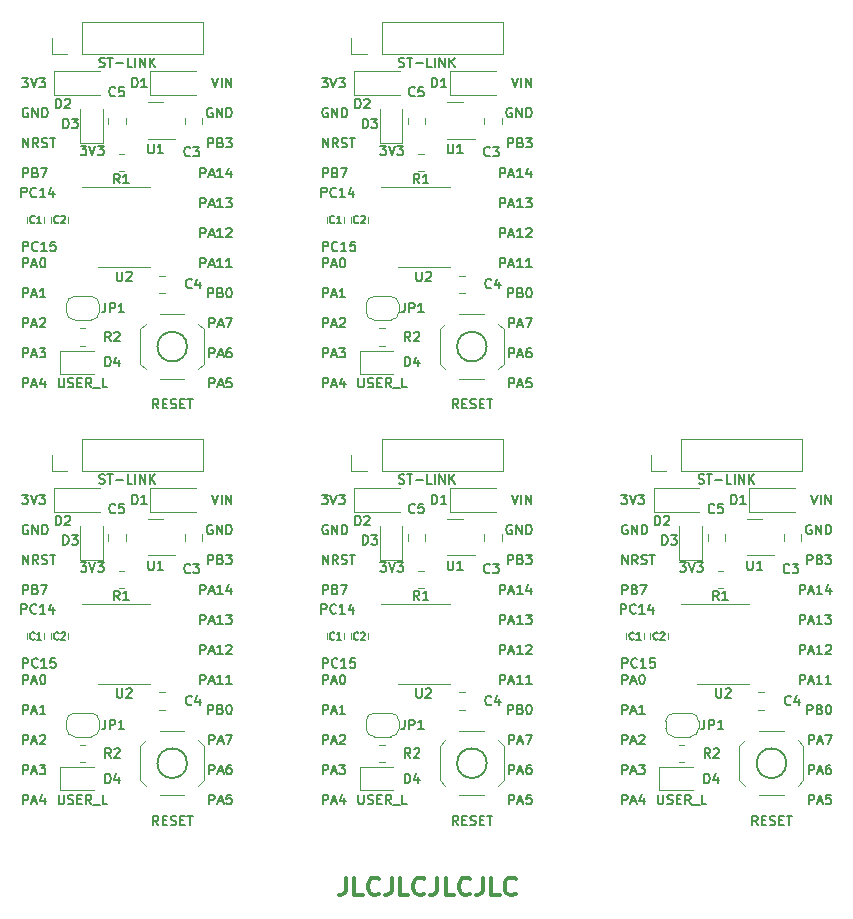
<source format=gbr>
%TF.GenerationSoftware,KiCad,Pcbnew,(6.0.8)*%
%TF.CreationDate,2022-11-08T11:05:07+01:00*%
%TF.ProjectId,STM32G030F6P6,53544d33-3247-4303-9330-463650362e6b,2.0*%
%TF.SameCoordinates,Original*%
%TF.FileFunction,Legend,Top*%
%TF.FilePolarity,Positive*%
%FSLAX46Y46*%
G04 Gerber Fmt 4.6, Leading zero omitted, Abs format (unit mm)*
G04 Created by KiCad (PCBNEW (6.0.8)) date 2022-11-08 11:05:07*
%MOMM*%
%LPD*%
G01*
G04 APERTURE LIST*
%ADD10C,0.150000*%
%ADD11C,0.200000*%
%ADD12C,0.300000*%
%ADD13C,0.120000*%
G04 APERTURE END LIST*
D10*
X57116667Y-84909200D02*
G75*
G03*
X57116667Y-84909200I-1254667J0D01*
G01*
X57116667Y-49635200D02*
G75*
G03*
X57116667Y-49635200I-1254667J0D01*
G01*
X31748667Y-49635200D02*
G75*
G03*
X31748667Y-49635200I-1254667J0D01*
G01*
X31748667Y-84909200D02*
G75*
G03*
X31748667Y-84909200I-1254667J0D01*
G01*
X82484667Y-84909200D02*
G75*
G03*
X82484667Y-84909200I-1254667J0D01*
G01*
D11*
X83614952Y-70589904D02*
X83614952Y-69789904D01*
X83919714Y-69789904D01*
X83995904Y-69828000D01*
X84034000Y-69866095D01*
X84072095Y-69942285D01*
X84072095Y-70056571D01*
X84034000Y-70132761D01*
X83995904Y-70170857D01*
X83919714Y-70208952D01*
X83614952Y-70208952D01*
X84376857Y-70361333D02*
X84757809Y-70361333D01*
X84300666Y-70589904D02*
X84567333Y-69789904D01*
X84834000Y-70589904D01*
X85519714Y-70589904D02*
X85062571Y-70589904D01*
X85291142Y-70589904D02*
X85291142Y-69789904D01*
X85214952Y-69904190D01*
X85138761Y-69980380D01*
X85062571Y-70018476D01*
X86205428Y-70056571D02*
X86205428Y-70589904D01*
X86014952Y-69751809D02*
X85824476Y-70323238D01*
X86319714Y-70323238D01*
D10*
X49690095Y-25930609D02*
X49804380Y-25968704D01*
X49994857Y-25968704D01*
X50071047Y-25930609D01*
X50109142Y-25892514D01*
X50147238Y-25816323D01*
X50147238Y-25740133D01*
X50109142Y-25663942D01*
X50071047Y-25625847D01*
X49994857Y-25587752D01*
X49842476Y-25549657D01*
X49766285Y-25511561D01*
X49728190Y-25473466D01*
X49690095Y-25397276D01*
X49690095Y-25321085D01*
X49728190Y-25244895D01*
X49766285Y-25206800D01*
X49842476Y-25168704D01*
X50032952Y-25168704D01*
X50147238Y-25206800D01*
X50375809Y-25168704D02*
X50832952Y-25168704D01*
X50604380Y-25968704D02*
X50604380Y-25168704D01*
X51099619Y-25663942D02*
X51709142Y-25663942D01*
X52471047Y-25968704D02*
X52090095Y-25968704D01*
X52090095Y-25168704D01*
X52737714Y-25968704D02*
X52737714Y-25168704D01*
X53118666Y-25968704D02*
X53118666Y-25168704D01*
X53575809Y-25968704D01*
X53575809Y-25168704D01*
X53956761Y-25968704D02*
X53956761Y-25168704D01*
X54413904Y-25968704D02*
X54071047Y-25511561D01*
X54413904Y-25168704D02*
X53956761Y-25625847D01*
D11*
X17784285Y-62169904D02*
X18279523Y-62169904D01*
X18012857Y-62474666D01*
X18127142Y-62474666D01*
X18203333Y-62512761D01*
X18241428Y-62550857D01*
X18279523Y-62627047D01*
X18279523Y-62817523D01*
X18241428Y-62893714D01*
X18203333Y-62931809D01*
X18127142Y-62969904D01*
X17898571Y-62969904D01*
X17822380Y-62931809D01*
X17784285Y-62893714D01*
X18508095Y-62169904D02*
X18774761Y-62969904D01*
X19041428Y-62169904D01*
X19231904Y-62169904D02*
X19727142Y-62169904D01*
X19460476Y-62474666D01*
X19574761Y-62474666D01*
X19650952Y-62512761D01*
X19689047Y-62550857D01*
X19727142Y-62627047D01*
X19727142Y-62817523D01*
X19689047Y-62893714D01*
X19650952Y-62931809D01*
X19574761Y-62969904D01*
X19346190Y-62969904D01*
X19270000Y-62931809D01*
X19231904Y-62893714D01*
X33640857Y-53095904D02*
X33640857Y-52295904D01*
X33945619Y-52295904D01*
X34021809Y-52334000D01*
X34059904Y-52372095D01*
X34098000Y-52448285D01*
X34098000Y-52562571D01*
X34059904Y-52638761D01*
X34021809Y-52676857D01*
X33945619Y-52714952D01*
X33640857Y-52714952D01*
X34402761Y-52867333D02*
X34783714Y-52867333D01*
X34326571Y-53095904D02*
X34593238Y-52295904D01*
X34859904Y-53095904D01*
X35507523Y-52295904D02*
X35126571Y-52295904D01*
X35088476Y-52676857D01*
X35126571Y-52638761D01*
X35202761Y-52600666D01*
X35393238Y-52600666D01*
X35469428Y-52638761D01*
X35507523Y-52676857D01*
X35545619Y-52753047D01*
X35545619Y-52943523D01*
X35507523Y-53019714D01*
X35469428Y-53057809D01*
X35393238Y-53095904D01*
X35202761Y-53095904D01*
X35126571Y-53057809D01*
X35088476Y-53019714D01*
X58246952Y-37855904D02*
X58246952Y-37055904D01*
X58551714Y-37055904D01*
X58627904Y-37094000D01*
X58666000Y-37132095D01*
X58704095Y-37208285D01*
X58704095Y-37322571D01*
X58666000Y-37398761D01*
X58627904Y-37436857D01*
X58551714Y-37474952D01*
X58246952Y-37474952D01*
X59008857Y-37627333D02*
X59389809Y-37627333D01*
X58932666Y-37855904D02*
X59199333Y-37055904D01*
X59466000Y-37855904D01*
X60151714Y-37855904D02*
X59694571Y-37855904D01*
X59923142Y-37855904D02*
X59923142Y-37055904D01*
X59846952Y-37170190D01*
X59770761Y-37246380D01*
X59694571Y-37284476D01*
X60418380Y-37055904D02*
X60913619Y-37055904D01*
X60646952Y-37360666D01*
X60761238Y-37360666D01*
X60837428Y-37398761D01*
X60875523Y-37436857D01*
X60913619Y-37513047D01*
X60913619Y-37703523D01*
X60875523Y-37779714D01*
X60837428Y-37817809D01*
X60761238Y-37855904D01*
X60532666Y-37855904D01*
X60456476Y-37817809D01*
X60418380Y-37779714D01*
X58246952Y-70589904D02*
X58246952Y-69789904D01*
X58551714Y-69789904D01*
X58627904Y-69828000D01*
X58666000Y-69866095D01*
X58704095Y-69942285D01*
X58704095Y-70056571D01*
X58666000Y-70132761D01*
X58627904Y-70170857D01*
X58551714Y-70208952D01*
X58246952Y-70208952D01*
X59008857Y-70361333D02*
X59389809Y-70361333D01*
X58932666Y-70589904D02*
X59199333Y-69789904D01*
X59466000Y-70589904D01*
X60151714Y-70589904D02*
X59694571Y-70589904D01*
X59923142Y-70589904D02*
X59923142Y-69789904D01*
X59846952Y-69904190D01*
X59770761Y-69980380D01*
X59694571Y-70018476D01*
X60837428Y-70056571D02*
X60837428Y-70589904D01*
X60646952Y-69751809D02*
X60456476Y-70323238D01*
X60951714Y-70323238D01*
X84376857Y-83289904D02*
X84376857Y-82489904D01*
X84681619Y-82489904D01*
X84757809Y-82528000D01*
X84795904Y-82566095D01*
X84834000Y-82642285D01*
X84834000Y-82756571D01*
X84795904Y-82832761D01*
X84757809Y-82870857D01*
X84681619Y-82908952D01*
X84376857Y-82908952D01*
X85138761Y-83061333D02*
X85519714Y-83061333D01*
X85062571Y-83289904D02*
X85329238Y-82489904D01*
X85595904Y-83289904D01*
X85786380Y-82489904D02*
X86319714Y-82489904D01*
X85976857Y-83289904D01*
D12*
X45206228Y-94594971D02*
X45206228Y-95666400D01*
X45134800Y-95880685D01*
X44991942Y-96023542D01*
X44777657Y-96094971D01*
X44634800Y-96094971D01*
X46634800Y-96094971D02*
X45920514Y-96094971D01*
X45920514Y-94594971D01*
X47991942Y-95952114D02*
X47920514Y-96023542D01*
X47706228Y-96094971D01*
X47563371Y-96094971D01*
X47349085Y-96023542D01*
X47206228Y-95880685D01*
X47134800Y-95737828D01*
X47063371Y-95452114D01*
X47063371Y-95237828D01*
X47134800Y-94952114D01*
X47206228Y-94809257D01*
X47349085Y-94666400D01*
X47563371Y-94594971D01*
X47706228Y-94594971D01*
X47920514Y-94666400D01*
X47991942Y-94737828D01*
X49063371Y-94594971D02*
X49063371Y-95666400D01*
X48991942Y-95880685D01*
X48849085Y-96023542D01*
X48634800Y-96094971D01*
X48491942Y-96094971D01*
X50491942Y-96094971D02*
X49777657Y-96094971D01*
X49777657Y-94594971D01*
X51849085Y-95952114D02*
X51777657Y-96023542D01*
X51563371Y-96094971D01*
X51420514Y-96094971D01*
X51206228Y-96023542D01*
X51063371Y-95880685D01*
X50991942Y-95737828D01*
X50920514Y-95452114D01*
X50920514Y-95237828D01*
X50991942Y-94952114D01*
X51063371Y-94809257D01*
X51206228Y-94666400D01*
X51420514Y-94594971D01*
X51563371Y-94594971D01*
X51777657Y-94666400D01*
X51849085Y-94737828D01*
X52920514Y-94594971D02*
X52920514Y-95666400D01*
X52849085Y-95880685D01*
X52706228Y-96023542D01*
X52491942Y-96094971D01*
X52349085Y-96094971D01*
X54349085Y-96094971D02*
X53634800Y-96094971D01*
X53634800Y-94594971D01*
X55706228Y-95952114D02*
X55634800Y-96023542D01*
X55420514Y-96094971D01*
X55277657Y-96094971D01*
X55063371Y-96023542D01*
X54920514Y-95880685D01*
X54849085Y-95737828D01*
X54777657Y-95452114D01*
X54777657Y-95237828D01*
X54849085Y-94952114D01*
X54920514Y-94809257D01*
X55063371Y-94666400D01*
X55277657Y-94594971D01*
X55420514Y-94594971D01*
X55634800Y-94666400D01*
X55706228Y-94737828D01*
X56777657Y-94594971D02*
X56777657Y-95666400D01*
X56706228Y-95880685D01*
X56563371Y-96023542D01*
X56349085Y-96094971D01*
X56206228Y-96094971D01*
X58206228Y-96094971D02*
X57491942Y-96094971D01*
X57491942Y-94594971D01*
X59563371Y-95952114D02*
X59491942Y-96023542D01*
X59277657Y-96094971D01*
X59134800Y-96094971D01*
X58920514Y-96023542D01*
X58777657Y-95880685D01*
X58706228Y-95737828D01*
X58634800Y-95452114D01*
X58634800Y-95237828D01*
X58706228Y-94952114D01*
X58777657Y-94809257D01*
X58920514Y-94666400D01*
X59134800Y-94594971D01*
X59277657Y-94594971D01*
X59491942Y-94666400D01*
X59563371Y-94737828D01*
D11*
X58246952Y-75669904D02*
X58246952Y-74869904D01*
X58551714Y-74869904D01*
X58627904Y-74908000D01*
X58666000Y-74946095D01*
X58704095Y-75022285D01*
X58704095Y-75136571D01*
X58666000Y-75212761D01*
X58627904Y-75250857D01*
X58551714Y-75288952D01*
X58246952Y-75288952D01*
X59008857Y-75441333D02*
X59389809Y-75441333D01*
X58932666Y-75669904D02*
X59199333Y-74869904D01*
X59466000Y-75669904D01*
X60151714Y-75669904D02*
X59694571Y-75669904D01*
X59923142Y-75669904D02*
X59923142Y-74869904D01*
X59846952Y-74984190D01*
X59770761Y-75060380D01*
X59694571Y-75098476D01*
X60456476Y-74946095D02*
X60494571Y-74908000D01*
X60570761Y-74869904D01*
X60761238Y-74869904D01*
X60837428Y-74908000D01*
X60875523Y-74946095D01*
X60913619Y-75022285D01*
X60913619Y-75098476D01*
X60875523Y-75212761D01*
X60418380Y-75669904D01*
X60913619Y-75669904D01*
X43101476Y-72240904D02*
X43101476Y-71440904D01*
X43406238Y-71440904D01*
X43482428Y-71479000D01*
X43520523Y-71517095D01*
X43558619Y-71593285D01*
X43558619Y-71707571D01*
X43520523Y-71783761D01*
X43482428Y-71821857D01*
X43406238Y-71859952D01*
X43101476Y-71859952D01*
X44358619Y-72164714D02*
X44320523Y-72202809D01*
X44206238Y-72240904D01*
X44130047Y-72240904D01*
X44015761Y-72202809D01*
X43939571Y-72126619D01*
X43901476Y-72050428D01*
X43863380Y-71898047D01*
X43863380Y-71783761D01*
X43901476Y-71631380D01*
X43939571Y-71555190D01*
X44015761Y-71479000D01*
X44130047Y-71440904D01*
X44206238Y-71440904D01*
X44320523Y-71479000D01*
X44358619Y-71517095D01*
X45120523Y-72240904D02*
X44663380Y-72240904D01*
X44891952Y-72240904D02*
X44891952Y-71440904D01*
X44815761Y-71555190D01*
X44739571Y-71631380D01*
X44663380Y-71669476D01*
X45806238Y-71707571D02*
X45806238Y-72240904D01*
X45615761Y-71402809D02*
X45425285Y-71974238D01*
X45920523Y-71974238D01*
D10*
X75058095Y-61204609D02*
X75172380Y-61242704D01*
X75362857Y-61242704D01*
X75439047Y-61204609D01*
X75477142Y-61166514D01*
X75515238Y-61090323D01*
X75515238Y-61014133D01*
X75477142Y-60937942D01*
X75439047Y-60899847D01*
X75362857Y-60861752D01*
X75210476Y-60823657D01*
X75134285Y-60785561D01*
X75096190Y-60747466D01*
X75058095Y-60671276D01*
X75058095Y-60595085D01*
X75096190Y-60518895D01*
X75134285Y-60480800D01*
X75210476Y-60442704D01*
X75400952Y-60442704D01*
X75515238Y-60480800D01*
X75743809Y-60442704D02*
X76200952Y-60442704D01*
X75972380Y-61242704D02*
X75972380Y-60442704D01*
X76467619Y-60937942D02*
X77077142Y-60937942D01*
X77839047Y-61242704D02*
X77458095Y-61242704D01*
X77458095Y-60442704D01*
X78105714Y-61242704D02*
X78105714Y-60442704D01*
X78486666Y-61242704D02*
X78486666Y-60442704D01*
X78943809Y-61242704D01*
X78943809Y-60442704D01*
X79324761Y-61242704D02*
X79324761Y-60442704D01*
X79781904Y-61242704D02*
X79439047Y-60785561D01*
X79781904Y-60442704D02*
X79324761Y-60899847D01*
D11*
X17860476Y-78209904D02*
X17860476Y-77409904D01*
X18165238Y-77409904D01*
X18241428Y-77448000D01*
X18279523Y-77486095D01*
X18317619Y-77562285D01*
X18317619Y-77676571D01*
X18279523Y-77752761D01*
X18241428Y-77790857D01*
X18165238Y-77828952D01*
X17860476Y-77828952D01*
X18622380Y-77981333D02*
X19003333Y-77981333D01*
X18546190Y-78209904D02*
X18812857Y-77409904D01*
X19079523Y-78209904D01*
X19498571Y-77409904D02*
X19574761Y-77409904D01*
X19650952Y-77448000D01*
X19689047Y-77486095D01*
X19727142Y-77562285D01*
X19765238Y-77714666D01*
X19765238Y-77905142D01*
X19727142Y-78057523D01*
X19689047Y-78133714D01*
X19650952Y-78171809D01*
X19574761Y-78209904D01*
X19498571Y-78209904D01*
X19422380Y-78171809D01*
X19384285Y-78133714D01*
X19346190Y-78057523D01*
X19308095Y-77905142D01*
X19308095Y-77714666D01*
X19346190Y-77562285D01*
X19384285Y-77486095D01*
X19422380Y-77448000D01*
X19498571Y-77409904D01*
X59008857Y-83289904D02*
X59008857Y-82489904D01*
X59313619Y-82489904D01*
X59389809Y-82528000D01*
X59427904Y-82566095D01*
X59466000Y-82642285D01*
X59466000Y-82756571D01*
X59427904Y-82832761D01*
X59389809Y-82870857D01*
X59313619Y-82908952D01*
X59008857Y-82908952D01*
X59770761Y-83061333D02*
X60151714Y-83061333D01*
X59694571Y-83289904D02*
X59961238Y-82489904D01*
X60227904Y-83289904D01*
X60418380Y-82489904D02*
X60951714Y-82489904D01*
X60608857Y-83289904D01*
X58246952Y-40395904D02*
X58246952Y-39595904D01*
X58551714Y-39595904D01*
X58627904Y-39634000D01*
X58666000Y-39672095D01*
X58704095Y-39748285D01*
X58704095Y-39862571D01*
X58666000Y-39938761D01*
X58627904Y-39976857D01*
X58551714Y-40014952D01*
X58246952Y-40014952D01*
X59008857Y-40167333D02*
X59389809Y-40167333D01*
X58932666Y-40395904D02*
X59199333Y-39595904D01*
X59466000Y-40395904D01*
X60151714Y-40395904D02*
X59694571Y-40395904D01*
X59923142Y-40395904D02*
X59923142Y-39595904D01*
X59846952Y-39710190D01*
X59770761Y-39786380D01*
X59694571Y-39824476D01*
X60456476Y-39672095D02*
X60494571Y-39634000D01*
X60570761Y-39595904D01*
X60761238Y-39595904D01*
X60837428Y-39634000D01*
X60875523Y-39672095D01*
X60913619Y-39748285D01*
X60913619Y-39824476D01*
X60875523Y-39938761D01*
X60418380Y-40395904D01*
X60913619Y-40395904D01*
X58246952Y-35315904D02*
X58246952Y-34515904D01*
X58551714Y-34515904D01*
X58627904Y-34554000D01*
X58666000Y-34592095D01*
X58704095Y-34668285D01*
X58704095Y-34782571D01*
X58666000Y-34858761D01*
X58627904Y-34896857D01*
X58551714Y-34934952D01*
X58246952Y-34934952D01*
X59008857Y-35087333D02*
X59389809Y-35087333D01*
X58932666Y-35315904D02*
X59199333Y-34515904D01*
X59466000Y-35315904D01*
X60151714Y-35315904D02*
X59694571Y-35315904D01*
X59923142Y-35315904D02*
X59923142Y-34515904D01*
X59846952Y-34630190D01*
X59770761Y-34706380D01*
X59694571Y-34744476D01*
X60837428Y-34782571D02*
X60837428Y-35315904D01*
X60646952Y-34477809D02*
X60456476Y-35049238D01*
X60951714Y-35049238D01*
X17733476Y-36966904D02*
X17733476Y-36166904D01*
X18038238Y-36166904D01*
X18114428Y-36205000D01*
X18152523Y-36243095D01*
X18190619Y-36319285D01*
X18190619Y-36433571D01*
X18152523Y-36509761D01*
X18114428Y-36547857D01*
X18038238Y-36585952D01*
X17733476Y-36585952D01*
X18990619Y-36890714D02*
X18952523Y-36928809D01*
X18838238Y-36966904D01*
X18762047Y-36966904D01*
X18647761Y-36928809D01*
X18571571Y-36852619D01*
X18533476Y-36776428D01*
X18495380Y-36624047D01*
X18495380Y-36509761D01*
X18533476Y-36357380D01*
X18571571Y-36281190D01*
X18647761Y-36205000D01*
X18762047Y-36166904D01*
X18838238Y-36166904D01*
X18952523Y-36205000D01*
X18990619Y-36243095D01*
X19752523Y-36966904D02*
X19295380Y-36966904D01*
X19523952Y-36966904D02*
X19523952Y-36166904D01*
X19447761Y-36281190D01*
X19371571Y-36357380D01*
X19295380Y-36395476D01*
X20438238Y-36433571D02*
X20438238Y-36966904D01*
X20247761Y-36128809D02*
X20057285Y-36700238D01*
X20552523Y-36700238D01*
X33869428Y-64748000D02*
X33793238Y-64709904D01*
X33678952Y-64709904D01*
X33564666Y-64748000D01*
X33488476Y-64824190D01*
X33450380Y-64900380D01*
X33412285Y-65052761D01*
X33412285Y-65167047D01*
X33450380Y-65319428D01*
X33488476Y-65395619D01*
X33564666Y-65471809D01*
X33678952Y-65509904D01*
X33755142Y-65509904D01*
X33869428Y-65471809D01*
X33907523Y-65433714D01*
X33907523Y-65167047D01*
X33755142Y-65167047D01*
X34250380Y-65509904D02*
X34250380Y-64709904D01*
X34707523Y-65509904D01*
X34707523Y-64709904D01*
X35088476Y-65509904D02*
X35088476Y-64709904D01*
X35278952Y-64709904D01*
X35393238Y-64748000D01*
X35469428Y-64824190D01*
X35507523Y-64900380D01*
X35545619Y-65052761D01*
X35545619Y-65167047D01*
X35507523Y-65319428D01*
X35469428Y-65395619D01*
X35393238Y-65471809D01*
X35278952Y-65509904D01*
X35088476Y-65509904D01*
X43647523Y-29474000D02*
X43571333Y-29435904D01*
X43457047Y-29435904D01*
X43342761Y-29474000D01*
X43266571Y-29550190D01*
X43228476Y-29626380D01*
X43190380Y-29778761D01*
X43190380Y-29893047D01*
X43228476Y-30045428D01*
X43266571Y-30121619D01*
X43342761Y-30197809D01*
X43457047Y-30235904D01*
X43533238Y-30235904D01*
X43647523Y-30197809D01*
X43685619Y-30159714D01*
X43685619Y-29893047D01*
X43533238Y-29893047D01*
X44028476Y-30235904D02*
X44028476Y-29435904D01*
X44485619Y-30235904D01*
X44485619Y-29435904D01*
X44866571Y-30235904D02*
X44866571Y-29435904D01*
X45057047Y-29435904D01*
X45171333Y-29474000D01*
X45247523Y-29550190D01*
X45285619Y-29626380D01*
X45323714Y-29778761D01*
X45323714Y-29893047D01*
X45285619Y-30045428D01*
X45247523Y-30121619D01*
X45171333Y-30197809D01*
X45057047Y-30235904D01*
X44866571Y-30235904D01*
X33526571Y-45475904D02*
X33526571Y-44675904D01*
X33831333Y-44675904D01*
X33907523Y-44714000D01*
X33945619Y-44752095D01*
X33983714Y-44828285D01*
X33983714Y-44942571D01*
X33945619Y-45018761D01*
X33907523Y-45056857D01*
X33831333Y-45094952D01*
X33526571Y-45094952D01*
X34593238Y-45056857D02*
X34707523Y-45094952D01*
X34745619Y-45133047D01*
X34783714Y-45209238D01*
X34783714Y-45323523D01*
X34745619Y-45399714D01*
X34707523Y-45437809D01*
X34631333Y-45475904D01*
X34326571Y-45475904D01*
X34326571Y-44675904D01*
X34593238Y-44675904D01*
X34669428Y-44714000D01*
X34707523Y-44752095D01*
X34745619Y-44828285D01*
X34745619Y-44904476D01*
X34707523Y-44980666D01*
X34669428Y-45018761D01*
X34593238Y-45056857D01*
X34326571Y-45056857D01*
X35278952Y-44675904D02*
X35355142Y-44675904D01*
X35431333Y-44714000D01*
X35469428Y-44752095D01*
X35507523Y-44828285D01*
X35545619Y-44980666D01*
X35545619Y-45171142D01*
X35507523Y-45323523D01*
X35469428Y-45399714D01*
X35431333Y-45437809D01*
X35355142Y-45475904D01*
X35278952Y-45475904D01*
X35202761Y-45437809D01*
X35164666Y-45399714D01*
X35126571Y-45323523D01*
X35088476Y-45171142D01*
X35088476Y-44980666D01*
X35126571Y-44828285D01*
X35164666Y-44752095D01*
X35202761Y-44714000D01*
X35278952Y-44675904D01*
X68596476Y-68049904D02*
X68596476Y-67249904D01*
X69053619Y-68049904D01*
X69053619Y-67249904D01*
X69891714Y-68049904D02*
X69625047Y-67668952D01*
X69434571Y-68049904D02*
X69434571Y-67249904D01*
X69739333Y-67249904D01*
X69815523Y-67288000D01*
X69853619Y-67326095D01*
X69891714Y-67402285D01*
X69891714Y-67516571D01*
X69853619Y-67592761D01*
X69815523Y-67630857D01*
X69739333Y-67668952D01*
X69434571Y-67668952D01*
X70196476Y-68011809D02*
X70310761Y-68049904D01*
X70501238Y-68049904D01*
X70577428Y-68011809D01*
X70615523Y-67973714D01*
X70653619Y-67897523D01*
X70653619Y-67821333D01*
X70615523Y-67745142D01*
X70577428Y-67707047D01*
X70501238Y-67668952D01*
X70348857Y-67630857D01*
X70272666Y-67592761D01*
X70234571Y-67554666D01*
X70196476Y-67478476D01*
X70196476Y-67402285D01*
X70234571Y-67326095D01*
X70272666Y-67288000D01*
X70348857Y-67249904D01*
X70539333Y-67249904D01*
X70653619Y-67288000D01*
X70882190Y-67249904D02*
X71339333Y-67249904D01*
X71110761Y-68049904D02*
X71110761Y-67249904D01*
X43152285Y-62169904D02*
X43647523Y-62169904D01*
X43380857Y-62474666D01*
X43495142Y-62474666D01*
X43571333Y-62512761D01*
X43609428Y-62550857D01*
X43647523Y-62627047D01*
X43647523Y-62817523D01*
X43609428Y-62893714D01*
X43571333Y-62931809D01*
X43495142Y-62969904D01*
X43266571Y-62969904D01*
X43190380Y-62931809D01*
X43152285Y-62893714D01*
X43876095Y-62169904D02*
X44142761Y-62969904D01*
X44409428Y-62169904D01*
X44599904Y-62169904D02*
X45095142Y-62169904D01*
X44828476Y-62474666D01*
X44942761Y-62474666D01*
X45018952Y-62512761D01*
X45057047Y-62550857D01*
X45095142Y-62627047D01*
X45095142Y-62817523D01*
X45057047Y-62893714D01*
X45018952Y-62931809D01*
X44942761Y-62969904D01*
X44714190Y-62969904D01*
X44638000Y-62931809D01*
X44599904Y-62893714D01*
X59008857Y-53095904D02*
X59008857Y-52295904D01*
X59313619Y-52295904D01*
X59389809Y-52334000D01*
X59427904Y-52372095D01*
X59466000Y-52448285D01*
X59466000Y-52562571D01*
X59427904Y-52638761D01*
X59389809Y-52676857D01*
X59313619Y-52714952D01*
X59008857Y-52714952D01*
X59770761Y-52867333D02*
X60151714Y-52867333D01*
X59694571Y-53095904D02*
X59961238Y-52295904D01*
X60227904Y-53095904D01*
X60875523Y-52295904D02*
X60494571Y-52295904D01*
X60456476Y-52676857D01*
X60494571Y-52638761D01*
X60570761Y-52600666D01*
X60761238Y-52600666D01*
X60837428Y-52638761D01*
X60875523Y-52676857D01*
X60913619Y-52753047D01*
X60913619Y-52943523D01*
X60875523Y-53019714D01*
X60837428Y-53057809D01*
X60761238Y-53095904D01*
X60570761Y-53095904D01*
X60494571Y-53057809D01*
X60456476Y-53019714D01*
X68596476Y-78209904D02*
X68596476Y-77409904D01*
X68901238Y-77409904D01*
X68977428Y-77448000D01*
X69015523Y-77486095D01*
X69053619Y-77562285D01*
X69053619Y-77676571D01*
X69015523Y-77752761D01*
X68977428Y-77790857D01*
X68901238Y-77828952D01*
X68596476Y-77828952D01*
X69358380Y-77981333D02*
X69739333Y-77981333D01*
X69282190Y-78209904D02*
X69548857Y-77409904D01*
X69815523Y-78209904D01*
X70234571Y-77409904D02*
X70310761Y-77409904D01*
X70386952Y-77448000D01*
X70425047Y-77486095D01*
X70463142Y-77562285D01*
X70501238Y-77714666D01*
X70501238Y-77905142D01*
X70463142Y-78057523D01*
X70425047Y-78133714D01*
X70386952Y-78171809D01*
X70310761Y-78209904D01*
X70234571Y-78209904D01*
X70158380Y-78171809D01*
X70120285Y-78133714D01*
X70082190Y-78057523D01*
X70044095Y-77905142D01*
X70044095Y-77714666D01*
X70082190Y-77562285D01*
X70120285Y-77486095D01*
X70158380Y-77448000D01*
X70234571Y-77409904D01*
X46242000Y-87569904D02*
X46242000Y-88217523D01*
X46280095Y-88293714D01*
X46318190Y-88331809D01*
X46394380Y-88369904D01*
X46546761Y-88369904D01*
X46622952Y-88331809D01*
X46661047Y-88293714D01*
X46699142Y-88217523D01*
X46699142Y-87569904D01*
X47042000Y-88331809D02*
X47156285Y-88369904D01*
X47346761Y-88369904D01*
X47422952Y-88331809D01*
X47461047Y-88293714D01*
X47499142Y-88217523D01*
X47499142Y-88141333D01*
X47461047Y-88065142D01*
X47422952Y-88027047D01*
X47346761Y-87988952D01*
X47194380Y-87950857D01*
X47118190Y-87912761D01*
X47080095Y-87874666D01*
X47042000Y-87798476D01*
X47042000Y-87722285D01*
X47080095Y-87646095D01*
X47118190Y-87608000D01*
X47194380Y-87569904D01*
X47384857Y-87569904D01*
X47499142Y-87608000D01*
X47842000Y-87950857D02*
X48108666Y-87950857D01*
X48222952Y-88369904D02*
X47842000Y-88369904D01*
X47842000Y-87569904D01*
X48222952Y-87569904D01*
X49022952Y-88369904D02*
X48756285Y-87988952D01*
X48565809Y-88369904D02*
X48565809Y-87569904D01*
X48870571Y-87569904D01*
X48946761Y-87608000D01*
X48984857Y-87646095D01*
X49022952Y-87722285D01*
X49022952Y-87836571D01*
X48984857Y-87912761D01*
X48946761Y-87950857D01*
X48870571Y-87988952D01*
X48565809Y-87988952D01*
X49175333Y-88446095D02*
X49784857Y-88446095D01*
X50356285Y-88369904D02*
X49975333Y-88369904D01*
X49975333Y-87569904D01*
X58246952Y-42935904D02*
X58246952Y-42135904D01*
X58551714Y-42135904D01*
X58627904Y-42174000D01*
X58666000Y-42212095D01*
X58704095Y-42288285D01*
X58704095Y-42402571D01*
X58666000Y-42478761D01*
X58627904Y-42516857D01*
X58551714Y-42554952D01*
X58246952Y-42554952D01*
X59008857Y-42707333D02*
X59389809Y-42707333D01*
X58932666Y-42935904D02*
X59199333Y-42135904D01*
X59466000Y-42935904D01*
X60151714Y-42935904D02*
X59694571Y-42935904D01*
X59923142Y-42935904D02*
X59923142Y-42135904D01*
X59846952Y-42250190D01*
X59770761Y-42326380D01*
X59694571Y-42364476D01*
X60913619Y-42935904D02*
X60456476Y-42935904D01*
X60685047Y-42935904D02*
X60685047Y-42135904D01*
X60608857Y-42250190D01*
X60532666Y-42326380D01*
X60456476Y-42364476D01*
X33526571Y-80749904D02*
X33526571Y-79949904D01*
X33831333Y-79949904D01*
X33907523Y-79988000D01*
X33945619Y-80026095D01*
X33983714Y-80102285D01*
X33983714Y-80216571D01*
X33945619Y-80292761D01*
X33907523Y-80330857D01*
X33831333Y-80368952D01*
X33526571Y-80368952D01*
X34593238Y-80330857D02*
X34707523Y-80368952D01*
X34745619Y-80407047D01*
X34783714Y-80483238D01*
X34783714Y-80597523D01*
X34745619Y-80673714D01*
X34707523Y-80711809D01*
X34631333Y-80749904D01*
X34326571Y-80749904D01*
X34326571Y-79949904D01*
X34593238Y-79949904D01*
X34669428Y-79988000D01*
X34707523Y-80026095D01*
X34745619Y-80102285D01*
X34745619Y-80178476D01*
X34707523Y-80254666D01*
X34669428Y-80292761D01*
X34593238Y-80330857D01*
X34326571Y-80330857D01*
X35278952Y-79949904D02*
X35355142Y-79949904D01*
X35431333Y-79988000D01*
X35469428Y-80026095D01*
X35507523Y-80102285D01*
X35545619Y-80254666D01*
X35545619Y-80445142D01*
X35507523Y-80597523D01*
X35469428Y-80673714D01*
X35431333Y-80711809D01*
X35355142Y-80749904D01*
X35278952Y-80749904D01*
X35202761Y-80711809D01*
X35164666Y-80673714D01*
X35126571Y-80597523D01*
X35088476Y-80445142D01*
X35088476Y-80254666D01*
X35126571Y-80102285D01*
X35164666Y-80026095D01*
X35202761Y-79988000D01*
X35278952Y-79949904D01*
X68596476Y-85829904D02*
X68596476Y-85029904D01*
X68901238Y-85029904D01*
X68977428Y-85068000D01*
X69015523Y-85106095D01*
X69053619Y-85182285D01*
X69053619Y-85296571D01*
X69015523Y-85372761D01*
X68977428Y-85410857D01*
X68901238Y-85448952D01*
X68596476Y-85448952D01*
X69358380Y-85601333D02*
X69739333Y-85601333D01*
X69282190Y-85829904D02*
X69548857Y-85029904D01*
X69815523Y-85829904D01*
X70006000Y-85029904D02*
X70501238Y-85029904D01*
X70234571Y-85334666D01*
X70348857Y-85334666D01*
X70425047Y-85372761D01*
X70463142Y-85410857D01*
X70501238Y-85487047D01*
X70501238Y-85677523D01*
X70463142Y-85753714D01*
X70425047Y-85791809D01*
X70348857Y-85829904D01*
X70120285Y-85829904D01*
X70044095Y-85791809D01*
X70006000Y-85753714D01*
X58246952Y-78209904D02*
X58246952Y-77409904D01*
X58551714Y-77409904D01*
X58627904Y-77448000D01*
X58666000Y-77486095D01*
X58704095Y-77562285D01*
X58704095Y-77676571D01*
X58666000Y-77752761D01*
X58627904Y-77790857D01*
X58551714Y-77828952D01*
X58246952Y-77828952D01*
X59008857Y-77981333D02*
X59389809Y-77981333D01*
X58932666Y-78209904D02*
X59199333Y-77409904D01*
X59466000Y-78209904D01*
X60151714Y-78209904D02*
X59694571Y-78209904D01*
X59923142Y-78209904D02*
X59923142Y-77409904D01*
X59846952Y-77524190D01*
X59770761Y-77600380D01*
X59694571Y-77638476D01*
X60913619Y-78209904D02*
X60456476Y-78209904D01*
X60685047Y-78209904D02*
X60685047Y-77409904D01*
X60608857Y-77524190D01*
X60532666Y-77600380D01*
X60456476Y-77638476D01*
X58894571Y-32775904D02*
X58894571Y-31975904D01*
X59199333Y-31975904D01*
X59275523Y-32014000D01*
X59313619Y-32052095D01*
X59351714Y-32128285D01*
X59351714Y-32242571D01*
X59313619Y-32318761D01*
X59275523Y-32356857D01*
X59199333Y-32394952D01*
X58894571Y-32394952D01*
X59961238Y-32356857D02*
X60075523Y-32394952D01*
X60113619Y-32433047D01*
X60151714Y-32509238D01*
X60151714Y-32623523D01*
X60113619Y-32699714D01*
X60075523Y-32737809D01*
X59999333Y-32775904D01*
X59694571Y-32775904D01*
X59694571Y-31975904D01*
X59961238Y-31975904D01*
X60037428Y-32014000D01*
X60075523Y-32052095D01*
X60113619Y-32128285D01*
X60113619Y-32204476D01*
X60075523Y-32280666D01*
X60037428Y-32318761D01*
X59961238Y-32356857D01*
X59694571Y-32356857D01*
X60418380Y-31975904D02*
X60913619Y-31975904D01*
X60646952Y-32280666D01*
X60761238Y-32280666D01*
X60837428Y-32318761D01*
X60875523Y-32356857D01*
X60913619Y-32433047D01*
X60913619Y-32623523D01*
X60875523Y-32699714D01*
X60837428Y-32737809D01*
X60761238Y-32775904D01*
X60532666Y-32775904D01*
X60456476Y-32737809D01*
X60418380Y-32699714D01*
X20874000Y-87569904D02*
X20874000Y-88217523D01*
X20912095Y-88293714D01*
X20950190Y-88331809D01*
X21026380Y-88369904D01*
X21178761Y-88369904D01*
X21254952Y-88331809D01*
X21293047Y-88293714D01*
X21331142Y-88217523D01*
X21331142Y-87569904D01*
X21674000Y-88331809D02*
X21788285Y-88369904D01*
X21978761Y-88369904D01*
X22054952Y-88331809D01*
X22093047Y-88293714D01*
X22131142Y-88217523D01*
X22131142Y-88141333D01*
X22093047Y-88065142D01*
X22054952Y-88027047D01*
X21978761Y-87988952D01*
X21826380Y-87950857D01*
X21750190Y-87912761D01*
X21712095Y-87874666D01*
X21674000Y-87798476D01*
X21674000Y-87722285D01*
X21712095Y-87646095D01*
X21750190Y-87608000D01*
X21826380Y-87569904D01*
X22016857Y-87569904D01*
X22131142Y-87608000D01*
X22474000Y-87950857D02*
X22740666Y-87950857D01*
X22854952Y-88369904D02*
X22474000Y-88369904D01*
X22474000Y-87569904D01*
X22854952Y-87569904D01*
X23654952Y-88369904D02*
X23388285Y-87988952D01*
X23197809Y-88369904D02*
X23197809Y-87569904D01*
X23502571Y-87569904D01*
X23578761Y-87608000D01*
X23616857Y-87646095D01*
X23654952Y-87722285D01*
X23654952Y-87836571D01*
X23616857Y-87912761D01*
X23578761Y-87950857D01*
X23502571Y-87988952D01*
X23197809Y-87988952D01*
X23807333Y-88446095D02*
X24416857Y-88446095D01*
X24988285Y-88369904D02*
X24607333Y-88369904D01*
X24607333Y-87569904D01*
D10*
X24322095Y-61204609D02*
X24436380Y-61242704D01*
X24626857Y-61242704D01*
X24703047Y-61204609D01*
X24741142Y-61166514D01*
X24779238Y-61090323D01*
X24779238Y-61014133D01*
X24741142Y-60937942D01*
X24703047Y-60899847D01*
X24626857Y-60861752D01*
X24474476Y-60823657D01*
X24398285Y-60785561D01*
X24360190Y-60747466D01*
X24322095Y-60671276D01*
X24322095Y-60595085D01*
X24360190Y-60518895D01*
X24398285Y-60480800D01*
X24474476Y-60442704D01*
X24664952Y-60442704D01*
X24779238Y-60480800D01*
X25007809Y-60442704D02*
X25464952Y-60442704D01*
X25236380Y-61242704D02*
X25236380Y-60442704D01*
X25731619Y-60937942D02*
X26341142Y-60937942D01*
X27103047Y-61242704D02*
X26722095Y-61242704D01*
X26722095Y-60442704D01*
X27369714Y-61242704D02*
X27369714Y-60442704D01*
X27750666Y-61242704D02*
X27750666Y-60442704D01*
X28207809Y-61242704D01*
X28207809Y-60442704D01*
X28588761Y-61242704D02*
X28588761Y-60442704D01*
X29045904Y-61242704D02*
X28703047Y-60785561D01*
X29045904Y-60442704D02*
X28588761Y-60899847D01*
D11*
X58246952Y-73129904D02*
X58246952Y-72329904D01*
X58551714Y-72329904D01*
X58627904Y-72368000D01*
X58666000Y-72406095D01*
X58704095Y-72482285D01*
X58704095Y-72596571D01*
X58666000Y-72672761D01*
X58627904Y-72710857D01*
X58551714Y-72748952D01*
X58246952Y-72748952D01*
X59008857Y-72901333D02*
X59389809Y-72901333D01*
X58932666Y-73129904D02*
X59199333Y-72329904D01*
X59466000Y-73129904D01*
X60151714Y-73129904D02*
X59694571Y-73129904D01*
X59923142Y-73129904D02*
X59923142Y-72329904D01*
X59846952Y-72444190D01*
X59770761Y-72520380D01*
X59694571Y-72558476D01*
X60418380Y-72329904D02*
X60913619Y-72329904D01*
X60646952Y-72634666D01*
X60761238Y-72634666D01*
X60837428Y-72672761D01*
X60875523Y-72710857D01*
X60913619Y-72787047D01*
X60913619Y-72977523D01*
X60875523Y-73053714D01*
X60837428Y-73091809D01*
X60761238Y-73129904D01*
X60532666Y-73129904D01*
X60456476Y-73091809D01*
X60418380Y-73053714D01*
X83614952Y-73129904D02*
X83614952Y-72329904D01*
X83919714Y-72329904D01*
X83995904Y-72368000D01*
X84034000Y-72406095D01*
X84072095Y-72482285D01*
X84072095Y-72596571D01*
X84034000Y-72672761D01*
X83995904Y-72710857D01*
X83919714Y-72748952D01*
X83614952Y-72748952D01*
X84376857Y-72901333D02*
X84757809Y-72901333D01*
X84300666Y-73129904D02*
X84567333Y-72329904D01*
X84834000Y-73129904D01*
X85519714Y-73129904D02*
X85062571Y-73129904D01*
X85291142Y-73129904D02*
X85291142Y-72329904D01*
X85214952Y-72444190D01*
X85138761Y-72520380D01*
X85062571Y-72558476D01*
X85786380Y-72329904D02*
X86281619Y-72329904D01*
X86014952Y-72634666D01*
X86129238Y-72634666D01*
X86205428Y-72672761D01*
X86243523Y-72710857D01*
X86281619Y-72787047D01*
X86281619Y-72977523D01*
X86243523Y-73053714D01*
X86205428Y-73091809D01*
X86129238Y-73129904D01*
X85900666Y-73129904D01*
X85824476Y-73091809D01*
X85786380Y-73053714D01*
X17860476Y-85829904D02*
X17860476Y-85029904D01*
X18165238Y-85029904D01*
X18241428Y-85068000D01*
X18279523Y-85106095D01*
X18317619Y-85182285D01*
X18317619Y-85296571D01*
X18279523Y-85372761D01*
X18241428Y-85410857D01*
X18165238Y-85448952D01*
X17860476Y-85448952D01*
X18622380Y-85601333D02*
X19003333Y-85601333D01*
X18546190Y-85829904D02*
X18812857Y-85029904D01*
X19079523Y-85829904D01*
X19270000Y-85029904D02*
X19765238Y-85029904D01*
X19498571Y-85334666D01*
X19612857Y-85334666D01*
X19689047Y-85372761D01*
X19727142Y-85410857D01*
X19765238Y-85487047D01*
X19765238Y-85677523D01*
X19727142Y-85753714D01*
X19689047Y-85791809D01*
X19612857Y-85829904D01*
X19384285Y-85829904D01*
X19308095Y-85791809D01*
X19270000Y-85753714D01*
X33869428Y-29474000D02*
X33793238Y-29435904D01*
X33678952Y-29435904D01*
X33564666Y-29474000D01*
X33488476Y-29550190D01*
X33450380Y-29626380D01*
X33412285Y-29778761D01*
X33412285Y-29893047D01*
X33450380Y-30045428D01*
X33488476Y-30121619D01*
X33564666Y-30197809D01*
X33678952Y-30235904D01*
X33755142Y-30235904D01*
X33869428Y-30197809D01*
X33907523Y-30159714D01*
X33907523Y-29893047D01*
X33755142Y-29893047D01*
X34250380Y-30235904D02*
X34250380Y-29435904D01*
X34707523Y-30235904D01*
X34707523Y-29435904D01*
X35088476Y-30235904D02*
X35088476Y-29435904D01*
X35278952Y-29435904D01*
X35393238Y-29474000D01*
X35469428Y-29550190D01*
X35507523Y-29626380D01*
X35545619Y-29778761D01*
X35545619Y-29893047D01*
X35507523Y-30045428D01*
X35469428Y-30121619D01*
X35393238Y-30197809D01*
X35278952Y-30235904D01*
X35088476Y-30235904D01*
X32878952Y-73129904D02*
X32878952Y-72329904D01*
X33183714Y-72329904D01*
X33259904Y-72368000D01*
X33298000Y-72406095D01*
X33336095Y-72482285D01*
X33336095Y-72596571D01*
X33298000Y-72672761D01*
X33259904Y-72710857D01*
X33183714Y-72748952D01*
X32878952Y-72748952D01*
X33640857Y-72901333D02*
X34021809Y-72901333D01*
X33564666Y-73129904D02*
X33831333Y-72329904D01*
X34098000Y-73129904D01*
X34783714Y-73129904D02*
X34326571Y-73129904D01*
X34555142Y-73129904D02*
X34555142Y-72329904D01*
X34478952Y-72444190D01*
X34402761Y-72520380D01*
X34326571Y-72558476D01*
X35050380Y-72329904D02*
X35545619Y-72329904D01*
X35278952Y-72634666D01*
X35393238Y-72634666D01*
X35469428Y-72672761D01*
X35507523Y-72710857D01*
X35545619Y-72787047D01*
X35545619Y-72977523D01*
X35507523Y-73053714D01*
X35469428Y-73091809D01*
X35393238Y-73129904D01*
X35164666Y-73129904D01*
X35088476Y-73091809D01*
X35050380Y-73053714D01*
X43228476Y-68049904D02*
X43228476Y-67249904D01*
X43685619Y-68049904D01*
X43685619Y-67249904D01*
X44523714Y-68049904D02*
X44257047Y-67668952D01*
X44066571Y-68049904D02*
X44066571Y-67249904D01*
X44371333Y-67249904D01*
X44447523Y-67288000D01*
X44485619Y-67326095D01*
X44523714Y-67402285D01*
X44523714Y-67516571D01*
X44485619Y-67592761D01*
X44447523Y-67630857D01*
X44371333Y-67668952D01*
X44066571Y-67668952D01*
X44828476Y-68011809D02*
X44942761Y-68049904D01*
X45133238Y-68049904D01*
X45209428Y-68011809D01*
X45247523Y-67973714D01*
X45285619Y-67897523D01*
X45285619Y-67821333D01*
X45247523Y-67745142D01*
X45209428Y-67707047D01*
X45133238Y-67668952D01*
X44980857Y-67630857D01*
X44904666Y-67592761D01*
X44866571Y-67554666D01*
X44828476Y-67478476D01*
X44828476Y-67402285D01*
X44866571Y-67326095D01*
X44904666Y-67288000D01*
X44980857Y-67249904D01*
X45171333Y-67249904D01*
X45285619Y-67288000D01*
X45514190Y-67249904D02*
X45971333Y-67249904D01*
X45742761Y-68049904D02*
X45742761Y-67249904D01*
X84376857Y-88369904D02*
X84376857Y-87569904D01*
X84681619Y-87569904D01*
X84757809Y-87608000D01*
X84795904Y-87646095D01*
X84834000Y-87722285D01*
X84834000Y-87836571D01*
X84795904Y-87912761D01*
X84757809Y-87950857D01*
X84681619Y-87988952D01*
X84376857Y-87988952D01*
X85138761Y-88141333D02*
X85519714Y-88141333D01*
X85062571Y-88369904D02*
X85329238Y-87569904D01*
X85595904Y-88369904D01*
X86243523Y-87569904D02*
X85862571Y-87569904D01*
X85824476Y-87950857D01*
X85862571Y-87912761D01*
X85938761Y-87874666D01*
X86129238Y-87874666D01*
X86205428Y-87912761D01*
X86243523Y-87950857D01*
X86281619Y-88027047D01*
X86281619Y-88217523D01*
X86243523Y-88293714D01*
X86205428Y-88331809D01*
X86129238Y-88369904D01*
X85938761Y-88369904D01*
X85862571Y-88331809D01*
X85824476Y-88293714D01*
X43101476Y-36966904D02*
X43101476Y-36166904D01*
X43406238Y-36166904D01*
X43482428Y-36205000D01*
X43520523Y-36243095D01*
X43558619Y-36319285D01*
X43558619Y-36433571D01*
X43520523Y-36509761D01*
X43482428Y-36547857D01*
X43406238Y-36585952D01*
X43101476Y-36585952D01*
X44358619Y-36890714D02*
X44320523Y-36928809D01*
X44206238Y-36966904D01*
X44130047Y-36966904D01*
X44015761Y-36928809D01*
X43939571Y-36852619D01*
X43901476Y-36776428D01*
X43863380Y-36624047D01*
X43863380Y-36509761D01*
X43901476Y-36357380D01*
X43939571Y-36281190D01*
X44015761Y-36205000D01*
X44130047Y-36166904D01*
X44206238Y-36166904D01*
X44320523Y-36205000D01*
X44358619Y-36243095D01*
X45120523Y-36966904D02*
X44663380Y-36966904D01*
X44891952Y-36966904D02*
X44891952Y-36166904D01*
X44815761Y-36281190D01*
X44739571Y-36357380D01*
X44663380Y-36395476D01*
X45806238Y-36433571D02*
X45806238Y-36966904D01*
X45615761Y-36128809D02*
X45425285Y-36700238D01*
X45920523Y-36700238D01*
X32878952Y-37855904D02*
X32878952Y-37055904D01*
X33183714Y-37055904D01*
X33259904Y-37094000D01*
X33298000Y-37132095D01*
X33336095Y-37208285D01*
X33336095Y-37322571D01*
X33298000Y-37398761D01*
X33259904Y-37436857D01*
X33183714Y-37474952D01*
X32878952Y-37474952D01*
X33640857Y-37627333D02*
X34021809Y-37627333D01*
X33564666Y-37855904D02*
X33831333Y-37055904D01*
X34098000Y-37855904D01*
X34783714Y-37855904D02*
X34326571Y-37855904D01*
X34555142Y-37855904D02*
X34555142Y-37055904D01*
X34478952Y-37170190D01*
X34402761Y-37246380D01*
X34326571Y-37284476D01*
X35050380Y-37055904D02*
X35545619Y-37055904D01*
X35278952Y-37360666D01*
X35393238Y-37360666D01*
X35469428Y-37398761D01*
X35507523Y-37436857D01*
X35545619Y-37513047D01*
X35545619Y-37703523D01*
X35507523Y-37779714D01*
X35469428Y-37817809D01*
X35393238Y-37855904D01*
X35164666Y-37855904D01*
X35088476Y-37817809D01*
X35050380Y-37779714D01*
X59008857Y-50555904D02*
X59008857Y-49755904D01*
X59313619Y-49755904D01*
X59389809Y-49794000D01*
X59427904Y-49832095D01*
X59466000Y-49908285D01*
X59466000Y-50022571D01*
X59427904Y-50098761D01*
X59389809Y-50136857D01*
X59313619Y-50174952D01*
X59008857Y-50174952D01*
X59770761Y-50327333D02*
X60151714Y-50327333D01*
X59694571Y-50555904D02*
X59961238Y-49755904D01*
X60227904Y-50555904D01*
X60837428Y-49755904D02*
X60685047Y-49755904D01*
X60608857Y-49794000D01*
X60570761Y-49832095D01*
X60494571Y-49946380D01*
X60456476Y-50098761D01*
X60456476Y-50403523D01*
X60494571Y-50479714D01*
X60532666Y-50517809D01*
X60608857Y-50555904D01*
X60761238Y-50555904D01*
X60837428Y-50517809D01*
X60875523Y-50479714D01*
X60913619Y-50403523D01*
X60913619Y-50213047D01*
X60875523Y-50136857D01*
X60837428Y-50098761D01*
X60761238Y-50060666D01*
X60608857Y-50060666D01*
X60532666Y-50098761D01*
X60494571Y-50136857D01*
X60456476Y-50213047D01*
X17860476Y-80749904D02*
X17860476Y-79949904D01*
X18165238Y-79949904D01*
X18241428Y-79988000D01*
X18279523Y-80026095D01*
X18317619Y-80102285D01*
X18317619Y-80216571D01*
X18279523Y-80292761D01*
X18241428Y-80330857D01*
X18165238Y-80368952D01*
X17860476Y-80368952D01*
X18622380Y-80521333D02*
X19003333Y-80521333D01*
X18546190Y-80749904D02*
X18812857Y-79949904D01*
X19079523Y-80749904D01*
X19765238Y-80749904D02*
X19308095Y-80749904D01*
X19536666Y-80749904D02*
X19536666Y-79949904D01*
X19460476Y-80064190D01*
X19384285Y-80140380D01*
X19308095Y-80178476D01*
D10*
X49690095Y-61204609D02*
X49804380Y-61242704D01*
X49994857Y-61242704D01*
X50071047Y-61204609D01*
X50109142Y-61166514D01*
X50147238Y-61090323D01*
X50147238Y-61014133D01*
X50109142Y-60937942D01*
X50071047Y-60899847D01*
X49994857Y-60861752D01*
X49842476Y-60823657D01*
X49766285Y-60785561D01*
X49728190Y-60747466D01*
X49690095Y-60671276D01*
X49690095Y-60595085D01*
X49728190Y-60518895D01*
X49766285Y-60480800D01*
X49842476Y-60442704D01*
X50032952Y-60442704D01*
X50147238Y-60480800D01*
X50375809Y-60442704D02*
X50832952Y-60442704D01*
X50604380Y-61242704D02*
X50604380Y-60442704D01*
X51099619Y-60937942D02*
X51709142Y-60937942D01*
X52471047Y-61242704D02*
X52090095Y-61242704D01*
X52090095Y-60442704D01*
X52737714Y-61242704D02*
X52737714Y-60442704D01*
X53118666Y-61242704D02*
X53118666Y-60442704D01*
X53575809Y-61242704D01*
X53575809Y-60442704D01*
X53956761Y-61242704D02*
X53956761Y-60442704D01*
X54413904Y-61242704D02*
X54071047Y-60785561D01*
X54413904Y-60442704D02*
X53956761Y-60899847D01*
D11*
X59008857Y-88369904D02*
X59008857Y-87569904D01*
X59313619Y-87569904D01*
X59389809Y-87608000D01*
X59427904Y-87646095D01*
X59466000Y-87722285D01*
X59466000Y-87836571D01*
X59427904Y-87912761D01*
X59389809Y-87950857D01*
X59313619Y-87988952D01*
X59008857Y-87988952D01*
X59770761Y-88141333D02*
X60151714Y-88141333D01*
X59694571Y-88369904D02*
X59961238Y-87569904D01*
X60227904Y-88369904D01*
X60875523Y-87569904D02*
X60494571Y-87569904D01*
X60456476Y-87950857D01*
X60494571Y-87912761D01*
X60570761Y-87874666D01*
X60761238Y-87874666D01*
X60837428Y-87912761D01*
X60875523Y-87950857D01*
X60913619Y-88027047D01*
X60913619Y-88217523D01*
X60875523Y-88293714D01*
X60837428Y-88331809D01*
X60761238Y-88369904D01*
X60570761Y-88369904D01*
X60494571Y-88331809D01*
X60456476Y-88293714D01*
X17860476Y-70589904D02*
X17860476Y-69789904D01*
X18165238Y-69789904D01*
X18241428Y-69828000D01*
X18279523Y-69866095D01*
X18317619Y-69942285D01*
X18317619Y-70056571D01*
X18279523Y-70132761D01*
X18241428Y-70170857D01*
X18165238Y-70208952D01*
X17860476Y-70208952D01*
X18927142Y-70170857D02*
X19041428Y-70208952D01*
X19079523Y-70247047D01*
X19117619Y-70323238D01*
X19117619Y-70437523D01*
X19079523Y-70513714D01*
X19041428Y-70551809D01*
X18965238Y-70589904D01*
X18660476Y-70589904D01*
X18660476Y-69789904D01*
X18927142Y-69789904D01*
X19003333Y-69828000D01*
X19041428Y-69866095D01*
X19079523Y-69942285D01*
X19079523Y-70018476D01*
X19041428Y-70094666D01*
X19003333Y-70132761D01*
X18927142Y-70170857D01*
X18660476Y-70170857D01*
X19384285Y-69789904D02*
X19917619Y-69789904D01*
X19574761Y-70589904D01*
X84376857Y-85829904D02*
X84376857Y-85029904D01*
X84681619Y-85029904D01*
X84757809Y-85068000D01*
X84795904Y-85106095D01*
X84834000Y-85182285D01*
X84834000Y-85296571D01*
X84795904Y-85372761D01*
X84757809Y-85410857D01*
X84681619Y-85448952D01*
X84376857Y-85448952D01*
X85138761Y-85601333D02*
X85519714Y-85601333D01*
X85062571Y-85829904D02*
X85329238Y-85029904D01*
X85595904Y-85829904D01*
X86205428Y-85029904D02*
X86053047Y-85029904D01*
X85976857Y-85068000D01*
X85938761Y-85106095D01*
X85862571Y-85220380D01*
X85824476Y-85372761D01*
X85824476Y-85677523D01*
X85862571Y-85753714D01*
X85900666Y-85791809D01*
X85976857Y-85829904D01*
X86129238Y-85829904D01*
X86205428Y-85791809D01*
X86243523Y-85753714D01*
X86281619Y-85677523D01*
X86281619Y-85487047D01*
X86243523Y-85410857D01*
X86205428Y-85372761D01*
X86129238Y-85334666D01*
X85976857Y-85334666D01*
X85900666Y-85372761D01*
X85862571Y-85410857D01*
X85824476Y-85487047D01*
X43228476Y-42935904D02*
X43228476Y-42135904D01*
X43533238Y-42135904D01*
X43609428Y-42174000D01*
X43647523Y-42212095D01*
X43685619Y-42288285D01*
X43685619Y-42402571D01*
X43647523Y-42478761D01*
X43609428Y-42516857D01*
X43533238Y-42554952D01*
X43228476Y-42554952D01*
X43990380Y-42707333D02*
X44371333Y-42707333D01*
X43914190Y-42935904D02*
X44180857Y-42135904D01*
X44447523Y-42935904D01*
X44866571Y-42135904D02*
X44942761Y-42135904D01*
X45018952Y-42174000D01*
X45057047Y-42212095D01*
X45095142Y-42288285D01*
X45133238Y-42440666D01*
X45133238Y-42631142D01*
X45095142Y-42783523D01*
X45057047Y-42859714D01*
X45018952Y-42897809D01*
X44942761Y-42935904D01*
X44866571Y-42935904D01*
X44790380Y-42897809D01*
X44752285Y-42859714D01*
X44714190Y-42783523D01*
X44676095Y-42631142D01*
X44676095Y-42440666D01*
X44714190Y-42288285D01*
X44752285Y-42212095D01*
X44790380Y-42174000D01*
X44866571Y-42135904D01*
X59008857Y-85829904D02*
X59008857Y-85029904D01*
X59313619Y-85029904D01*
X59389809Y-85068000D01*
X59427904Y-85106095D01*
X59466000Y-85182285D01*
X59466000Y-85296571D01*
X59427904Y-85372761D01*
X59389809Y-85410857D01*
X59313619Y-85448952D01*
X59008857Y-85448952D01*
X59770761Y-85601333D02*
X60151714Y-85601333D01*
X59694571Y-85829904D02*
X59961238Y-85029904D01*
X60227904Y-85829904D01*
X60837428Y-85029904D02*
X60685047Y-85029904D01*
X60608857Y-85068000D01*
X60570761Y-85106095D01*
X60494571Y-85220380D01*
X60456476Y-85372761D01*
X60456476Y-85677523D01*
X60494571Y-85753714D01*
X60532666Y-85791809D01*
X60608857Y-85829904D01*
X60761238Y-85829904D01*
X60837428Y-85791809D01*
X60875523Y-85753714D01*
X60913619Y-85677523D01*
X60913619Y-85487047D01*
X60875523Y-85410857D01*
X60837428Y-85372761D01*
X60761238Y-85334666D01*
X60608857Y-85334666D01*
X60532666Y-85372761D01*
X60494571Y-85410857D01*
X60456476Y-85487047D01*
X33526571Y-68049904D02*
X33526571Y-67249904D01*
X33831333Y-67249904D01*
X33907523Y-67288000D01*
X33945619Y-67326095D01*
X33983714Y-67402285D01*
X33983714Y-67516571D01*
X33945619Y-67592761D01*
X33907523Y-67630857D01*
X33831333Y-67668952D01*
X33526571Y-67668952D01*
X34593238Y-67630857D02*
X34707523Y-67668952D01*
X34745619Y-67707047D01*
X34783714Y-67783238D01*
X34783714Y-67897523D01*
X34745619Y-67973714D01*
X34707523Y-68011809D01*
X34631333Y-68049904D01*
X34326571Y-68049904D01*
X34326571Y-67249904D01*
X34593238Y-67249904D01*
X34669428Y-67288000D01*
X34707523Y-67326095D01*
X34745619Y-67402285D01*
X34745619Y-67478476D01*
X34707523Y-67554666D01*
X34669428Y-67592761D01*
X34593238Y-67630857D01*
X34326571Y-67630857D01*
X35050380Y-67249904D02*
X35545619Y-67249904D01*
X35278952Y-67554666D01*
X35393238Y-67554666D01*
X35469428Y-67592761D01*
X35507523Y-67630857D01*
X35545619Y-67707047D01*
X35545619Y-67897523D01*
X35507523Y-67973714D01*
X35469428Y-68011809D01*
X35393238Y-68049904D01*
X35164666Y-68049904D01*
X35088476Y-68011809D01*
X35050380Y-67973714D01*
X32878952Y-75669904D02*
X32878952Y-74869904D01*
X33183714Y-74869904D01*
X33259904Y-74908000D01*
X33298000Y-74946095D01*
X33336095Y-75022285D01*
X33336095Y-75136571D01*
X33298000Y-75212761D01*
X33259904Y-75250857D01*
X33183714Y-75288952D01*
X32878952Y-75288952D01*
X33640857Y-75441333D02*
X34021809Y-75441333D01*
X33564666Y-75669904D02*
X33831333Y-74869904D01*
X34098000Y-75669904D01*
X34783714Y-75669904D02*
X34326571Y-75669904D01*
X34555142Y-75669904D02*
X34555142Y-74869904D01*
X34478952Y-74984190D01*
X34402761Y-75060380D01*
X34326571Y-75098476D01*
X35088476Y-74946095D02*
X35126571Y-74908000D01*
X35202761Y-74869904D01*
X35393238Y-74869904D01*
X35469428Y-74908000D01*
X35507523Y-74946095D01*
X35545619Y-75022285D01*
X35545619Y-75098476D01*
X35507523Y-75212761D01*
X35050380Y-75669904D01*
X35545619Y-75669904D01*
X17784285Y-26895904D02*
X18279523Y-26895904D01*
X18012857Y-27200666D01*
X18127142Y-27200666D01*
X18203333Y-27238761D01*
X18241428Y-27276857D01*
X18279523Y-27353047D01*
X18279523Y-27543523D01*
X18241428Y-27619714D01*
X18203333Y-27657809D01*
X18127142Y-27695904D01*
X17898571Y-27695904D01*
X17822380Y-27657809D01*
X17784285Y-27619714D01*
X18508095Y-26895904D02*
X18774761Y-27695904D01*
X19041428Y-26895904D01*
X19231904Y-26895904D02*
X19727142Y-26895904D01*
X19460476Y-27200666D01*
X19574761Y-27200666D01*
X19650952Y-27238761D01*
X19689047Y-27276857D01*
X19727142Y-27353047D01*
X19727142Y-27543523D01*
X19689047Y-27619714D01*
X19650952Y-27657809D01*
X19574761Y-27695904D01*
X19346190Y-27695904D01*
X19270000Y-27657809D01*
X19231904Y-27619714D01*
X17860476Y-50555904D02*
X17860476Y-49755904D01*
X18165238Y-49755904D01*
X18241428Y-49794000D01*
X18279523Y-49832095D01*
X18317619Y-49908285D01*
X18317619Y-50022571D01*
X18279523Y-50098761D01*
X18241428Y-50136857D01*
X18165238Y-50174952D01*
X17860476Y-50174952D01*
X18622380Y-50327333D02*
X19003333Y-50327333D01*
X18546190Y-50555904D02*
X18812857Y-49755904D01*
X19079523Y-50555904D01*
X19270000Y-49755904D02*
X19765238Y-49755904D01*
X19498571Y-50060666D01*
X19612857Y-50060666D01*
X19689047Y-50098761D01*
X19727142Y-50136857D01*
X19765238Y-50213047D01*
X19765238Y-50403523D01*
X19727142Y-50479714D01*
X19689047Y-50517809D01*
X19612857Y-50555904D01*
X19384285Y-50555904D01*
X19308095Y-50517809D01*
X19270000Y-50479714D01*
X17860476Y-53095904D02*
X17860476Y-52295904D01*
X18165238Y-52295904D01*
X18241428Y-52334000D01*
X18279523Y-52372095D01*
X18317619Y-52448285D01*
X18317619Y-52562571D01*
X18279523Y-52638761D01*
X18241428Y-52676857D01*
X18165238Y-52714952D01*
X17860476Y-52714952D01*
X18622380Y-52867333D02*
X19003333Y-52867333D01*
X18546190Y-53095904D02*
X18812857Y-52295904D01*
X19079523Y-53095904D01*
X19689047Y-52562571D02*
X19689047Y-53095904D01*
X19498571Y-52257809D02*
X19308095Y-52829238D01*
X19803333Y-52829238D01*
X84605428Y-62169904D02*
X84872095Y-62969904D01*
X85138761Y-62169904D01*
X85405428Y-62969904D02*
X85405428Y-62169904D01*
X85786380Y-62969904D02*
X85786380Y-62169904D01*
X86243523Y-62969904D01*
X86243523Y-62169904D01*
X58894571Y-45475904D02*
X58894571Y-44675904D01*
X59199333Y-44675904D01*
X59275523Y-44714000D01*
X59313619Y-44752095D01*
X59351714Y-44828285D01*
X59351714Y-44942571D01*
X59313619Y-45018761D01*
X59275523Y-45056857D01*
X59199333Y-45094952D01*
X58894571Y-45094952D01*
X59961238Y-45056857D02*
X60075523Y-45094952D01*
X60113619Y-45133047D01*
X60151714Y-45209238D01*
X60151714Y-45323523D01*
X60113619Y-45399714D01*
X60075523Y-45437809D01*
X59999333Y-45475904D01*
X59694571Y-45475904D01*
X59694571Y-44675904D01*
X59961238Y-44675904D01*
X60037428Y-44714000D01*
X60075523Y-44752095D01*
X60113619Y-44828285D01*
X60113619Y-44904476D01*
X60075523Y-44980666D01*
X60037428Y-45018761D01*
X59961238Y-45056857D01*
X59694571Y-45056857D01*
X60646952Y-44675904D02*
X60723142Y-44675904D01*
X60799333Y-44714000D01*
X60837428Y-44752095D01*
X60875523Y-44828285D01*
X60913619Y-44980666D01*
X60913619Y-45171142D01*
X60875523Y-45323523D01*
X60837428Y-45399714D01*
X60799333Y-45437809D01*
X60723142Y-45475904D01*
X60646952Y-45475904D01*
X60570761Y-45437809D01*
X60532666Y-45399714D01*
X60494571Y-45323523D01*
X60456476Y-45171142D01*
X60456476Y-44980666D01*
X60494571Y-44828285D01*
X60532666Y-44752095D01*
X60570761Y-44714000D01*
X60646952Y-44675904D01*
X17860476Y-42935904D02*
X17860476Y-42135904D01*
X18165238Y-42135904D01*
X18241428Y-42174000D01*
X18279523Y-42212095D01*
X18317619Y-42288285D01*
X18317619Y-42402571D01*
X18279523Y-42478761D01*
X18241428Y-42516857D01*
X18165238Y-42554952D01*
X17860476Y-42554952D01*
X18622380Y-42707333D02*
X19003333Y-42707333D01*
X18546190Y-42935904D02*
X18812857Y-42135904D01*
X19079523Y-42935904D01*
X19498571Y-42135904D02*
X19574761Y-42135904D01*
X19650952Y-42174000D01*
X19689047Y-42212095D01*
X19727142Y-42288285D01*
X19765238Y-42440666D01*
X19765238Y-42631142D01*
X19727142Y-42783523D01*
X19689047Y-42859714D01*
X19650952Y-42897809D01*
X19574761Y-42935904D01*
X19498571Y-42935904D01*
X19422380Y-42897809D01*
X19384285Y-42859714D01*
X19346190Y-42783523D01*
X19308095Y-42631142D01*
X19308095Y-42440666D01*
X19346190Y-42288285D01*
X19384285Y-42212095D01*
X19422380Y-42174000D01*
X19498571Y-42135904D01*
X83614952Y-75669904D02*
X83614952Y-74869904D01*
X83919714Y-74869904D01*
X83995904Y-74908000D01*
X84034000Y-74946095D01*
X84072095Y-75022285D01*
X84072095Y-75136571D01*
X84034000Y-75212761D01*
X83995904Y-75250857D01*
X83919714Y-75288952D01*
X83614952Y-75288952D01*
X84376857Y-75441333D02*
X84757809Y-75441333D01*
X84300666Y-75669904D02*
X84567333Y-74869904D01*
X84834000Y-75669904D01*
X85519714Y-75669904D02*
X85062571Y-75669904D01*
X85291142Y-75669904D02*
X85291142Y-74869904D01*
X85214952Y-74984190D01*
X85138761Y-75060380D01*
X85062571Y-75098476D01*
X85824476Y-74946095D02*
X85862571Y-74908000D01*
X85938761Y-74869904D01*
X86129238Y-74869904D01*
X86205428Y-74908000D01*
X86243523Y-74946095D01*
X86281619Y-75022285D01*
X86281619Y-75098476D01*
X86243523Y-75212761D01*
X85786380Y-75669904D01*
X86281619Y-75669904D01*
X68596476Y-83289904D02*
X68596476Y-82489904D01*
X68901238Y-82489904D01*
X68977428Y-82528000D01*
X69015523Y-82566095D01*
X69053619Y-82642285D01*
X69053619Y-82756571D01*
X69015523Y-82832761D01*
X68977428Y-82870857D01*
X68901238Y-82908952D01*
X68596476Y-82908952D01*
X69358380Y-83061333D02*
X69739333Y-83061333D01*
X69282190Y-83289904D02*
X69548857Y-82489904D01*
X69815523Y-83289904D01*
X70044095Y-82566095D02*
X70082190Y-82528000D01*
X70158380Y-82489904D01*
X70348857Y-82489904D01*
X70425047Y-82528000D01*
X70463142Y-82566095D01*
X70501238Y-82642285D01*
X70501238Y-82718476D01*
X70463142Y-82832761D01*
X70006000Y-83289904D01*
X70501238Y-83289904D01*
X29332095Y-54873904D02*
X29065428Y-54492952D01*
X28874952Y-54873904D02*
X28874952Y-54073904D01*
X29179714Y-54073904D01*
X29255904Y-54112000D01*
X29294000Y-54150095D01*
X29332095Y-54226285D01*
X29332095Y-54340571D01*
X29294000Y-54416761D01*
X29255904Y-54454857D01*
X29179714Y-54492952D01*
X28874952Y-54492952D01*
X29674952Y-54454857D02*
X29941619Y-54454857D01*
X30055904Y-54873904D02*
X29674952Y-54873904D01*
X29674952Y-54073904D01*
X30055904Y-54073904D01*
X30360666Y-54835809D02*
X30474952Y-54873904D01*
X30665428Y-54873904D01*
X30741619Y-54835809D01*
X30779714Y-54797714D01*
X30817809Y-54721523D01*
X30817809Y-54645333D01*
X30779714Y-54569142D01*
X30741619Y-54531047D01*
X30665428Y-54492952D01*
X30513047Y-54454857D01*
X30436857Y-54416761D01*
X30398761Y-54378666D01*
X30360666Y-54302476D01*
X30360666Y-54226285D01*
X30398761Y-54150095D01*
X30436857Y-54112000D01*
X30513047Y-54073904D01*
X30703523Y-54073904D01*
X30817809Y-54112000D01*
X31160666Y-54454857D02*
X31427333Y-54454857D01*
X31541619Y-54873904D02*
X31160666Y-54873904D01*
X31160666Y-54073904D01*
X31541619Y-54073904D01*
X31770190Y-54073904D02*
X32227333Y-54073904D01*
X31998761Y-54873904D02*
X31998761Y-54073904D01*
X71610000Y-87569904D02*
X71610000Y-88217523D01*
X71648095Y-88293714D01*
X71686190Y-88331809D01*
X71762380Y-88369904D01*
X71914761Y-88369904D01*
X71990952Y-88331809D01*
X72029047Y-88293714D01*
X72067142Y-88217523D01*
X72067142Y-87569904D01*
X72410000Y-88331809D02*
X72524285Y-88369904D01*
X72714761Y-88369904D01*
X72790952Y-88331809D01*
X72829047Y-88293714D01*
X72867142Y-88217523D01*
X72867142Y-88141333D01*
X72829047Y-88065142D01*
X72790952Y-88027047D01*
X72714761Y-87988952D01*
X72562380Y-87950857D01*
X72486190Y-87912761D01*
X72448095Y-87874666D01*
X72410000Y-87798476D01*
X72410000Y-87722285D01*
X72448095Y-87646095D01*
X72486190Y-87608000D01*
X72562380Y-87569904D01*
X72752857Y-87569904D01*
X72867142Y-87608000D01*
X73210000Y-87950857D02*
X73476666Y-87950857D01*
X73590952Y-88369904D02*
X73210000Y-88369904D01*
X73210000Y-87569904D01*
X73590952Y-87569904D01*
X74390952Y-88369904D02*
X74124285Y-87988952D01*
X73933809Y-88369904D02*
X73933809Y-87569904D01*
X74238571Y-87569904D01*
X74314761Y-87608000D01*
X74352857Y-87646095D01*
X74390952Y-87722285D01*
X74390952Y-87836571D01*
X74352857Y-87912761D01*
X74314761Y-87950857D01*
X74238571Y-87988952D01*
X73933809Y-87988952D01*
X74543333Y-88446095D02*
X75152857Y-88446095D01*
X75724285Y-88369904D02*
X75343333Y-88369904D01*
X75343333Y-87569904D01*
X58894571Y-68049904D02*
X58894571Y-67249904D01*
X59199333Y-67249904D01*
X59275523Y-67288000D01*
X59313619Y-67326095D01*
X59351714Y-67402285D01*
X59351714Y-67516571D01*
X59313619Y-67592761D01*
X59275523Y-67630857D01*
X59199333Y-67668952D01*
X58894571Y-67668952D01*
X59961238Y-67630857D02*
X60075523Y-67668952D01*
X60113619Y-67707047D01*
X60151714Y-67783238D01*
X60151714Y-67897523D01*
X60113619Y-67973714D01*
X60075523Y-68011809D01*
X59999333Y-68049904D01*
X59694571Y-68049904D01*
X59694571Y-67249904D01*
X59961238Y-67249904D01*
X60037428Y-67288000D01*
X60075523Y-67326095D01*
X60113619Y-67402285D01*
X60113619Y-67478476D01*
X60075523Y-67554666D01*
X60037428Y-67592761D01*
X59961238Y-67630857D01*
X59694571Y-67630857D01*
X60418380Y-67249904D02*
X60913619Y-67249904D01*
X60646952Y-67554666D01*
X60761238Y-67554666D01*
X60837428Y-67592761D01*
X60875523Y-67630857D01*
X60913619Y-67707047D01*
X60913619Y-67897523D01*
X60875523Y-67973714D01*
X60837428Y-68011809D01*
X60761238Y-68049904D01*
X60532666Y-68049904D01*
X60456476Y-68011809D01*
X60418380Y-67973714D01*
X17860476Y-41538904D02*
X17860476Y-40738904D01*
X18165238Y-40738904D01*
X18241428Y-40777000D01*
X18279523Y-40815095D01*
X18317619Y-40891285D01*
X18317619Y-41005571D01*
X18279523Y-41081761D01*
X18241428Y-41119857D01*
X18165238Y-41157952D01*
X17860476Y-41157952D01*
X19117619Y-41462714D02*
X19079523Y-41500809D01*
X18965238Y-41538904D01*
X18889047Y-41538904D01*
X18774761Y-41500809D01*
X18698571Y-41424619D01*
X18660476Y-41348428D01*
X18622380Y-41196047D01*
X18622380Y-41081761D01*
X18660476Y-40929380D01*
X18698571Y-40853190D01*
X18774761Y-40777000D01*
X18889047Y-40738904D01*
X18965238Y-40738904D01*
X19079523Y-40777000D01*
X19117619Y-40815095D01*
X19879523Y-41538904D02*
X19422380Y-41538904D01*
X19650952Y-41538904D02*
X19650952Y-40738904D01*
X19574761Y-40853190D01*
X19498571Y-40929380D01*
X19422380Y-40967476D01*
X20603333Y-40738904D02*
X20222380Y-40738904D01*
X20184285Y-41119857D01*
X20222380Y-41081761D01*
X20298571Y-41043666D01*
X20489047Y-41043666D01*
X20565238Y-41081761D01*
X20603333Y-41119857D01*
X20641428Y-41196047D01*
X20641428Y-41386523D01*
X20603333Y-41462714D01*
X20565238Y-41500809D01*
X20489047Y-41538904D01*
X20298571Y-41538904D01*
X20222380Y-41500809D01*
X20184285Y-41462714D01*
X17860476Y-45475904D02*
X17860476Y-44675904D01*
X18165238Y-44675904D01*
X18241428Y-44714000D01*
X18279523Y-44752095D01*
X18317619Y-44828285D01*
X18317619Y-44942571D01*
X18279523Y-45018761D01*
X18241428Y-45056857D01*
X18165238Y-45094952D01*
X17860476Y-45094952D01*
X18622380Y-45247333D02*
X19003333Y-45247333D01*
X18546190Y-45475904D02*
X18812857Y-44675904D01*
X19079523Y-45475904D01*
X19765238Y-45475904D02*
X19308095Y-45475904D01*
X19536666Y-45475904D02*
X19536666Y-44675904D01*
X19460476Y-44790190D01*
X19384285Y-44866380D01*
X19308095Y-44904476D01*
X43228476Y-76812904D02*
X43228476Y-76012904D01*
X43533238Y-76012904D01*
X43609428Y-76051000D01*
X43647523Y-76089095D01*
X43685619Y-76165285D01*
X43685619Y-76279571D01*
X43647523Y-76355761D01*
X43609428Y-76393857D01*
X43533238Y-76431952D01*
X43228476Y-76431952D01*
X44485619Y-76736714D02*
X44447523Y-76774809D01*
X44333238Y-76812904D01*
X44257047Y-76812904D01*
X44142761Y-76774809D01*
X44066571Y-76698619D01*
X44028476Y-76622428D01*
X43990380Y-76470047D01*
X43990380Y-76355761D01*
X44028476Y-76203380D01*
X44066571Y-76127190D01*
X44142761Y-76051000D01*
X44257047Y-76012904D01*
X44333238Y-76012904D01*
X44447523Y-76051000D01*
X44485619Y-76089095D01*
X45247523Y-76812904D02*
X44790380Y-76812904D01*
X45018952Y-76812904D02*
X45018952Y-76012904D01*
X44942761Y-76127190D01*
X44866571Y-76203380D01*
X44790380Y-76241476D01*
X45971333Y-76012904D02*
X45590380Y-76012904D01*
X45552285Y-76393857D01*
X45590380Y-76355761D01*
X45666571Y-76317666D01*
X45857047Y-76317666D01*
X45933238Y-76355761D01*
X45971333Y-76393857D01*
X46009428Y-76470047D01*
X46009428Y-76660523D01*
X45971333Y-76736714D01*
X45933238Y-76774809D01*
X45857047Y-76812904D01*
X45666571Y-76812904D01*
X45590380Y-76774809D01*
X45552285Y-76736714D01*
X18279523Y-64748000D02*
X18203333Y-64709904D01*
X18089047Y-64709904D01*
X17974761Y-64748000D01*
X17898571Y-64824190D01*
X17860476Y-64900380D01*
X17822380Y-65052761D01*
X17822380Y-65167047D01*
X17860476Y-65319428D01*
X17898571Y-65395619D01*
X17974761Y-65471809D01*
X18089047Y-65509904D01*
X18165238Y-65509904D01*
X18279523Y-65471809D01*
X18317619Y-65433714D01*
X18317619Y-65167047D01*
X18165238Y-65167047D01*
X18660476Y-65509904D02*
X18660476Y-64709904D01*
X19117619Y-65509904D01*
X19117619Y-64709904D01*
X19498571Y-65509904D02*
X19498571Y-64709904D01*
X19689047Y-64709904D01*
X19803333Y-64748000D01*
X19879523Y-64824190D01*
X19917619Y-64900380D01*
X19955714Y-65052761D01*
X19955714Y-65167047D01*
X19917619Y-65319428D01*
X19879523Y-65395619D01*
X19803333Y-65471809D01*
X19689047Y-65509904D01*
X19498571Y-65509904D01*
X33640857Y-88369904D02*
X33640857Y-87569904D01*
X33945619Y-87569904D01*
X34021809Y-87608000D01*
X34059904Y-87646095D01*
X34098000Y-87722285D01*
X34098000Y-87836571D01*
X34059904Y-87912761D01*
X34021809Y-87950857D01*
X33945619Y-87988952D01*
X33640857Y-87988952D01*
X34402761Y-88141333D02*
X34783714Y-88141333D01*
X34326571Y-88369904D02*
X34593238Y-87569904D01*
X34859904Y-88369904D01*
X35507523Y-87569904D02*
X35126571Y-87569904D01*
X35088476Y-87950857D01*
X35126571Y-87912761D01*
X35202761Y-87874666D01*
X35393238Y-87874666D01*
X35469428Y-87912761D01*
X35507523Y-87950857D01*
X35545619Y-88027047D01*
X35545619Y-88217523D01*
X35507523Y-88293714D01*
X35469428Y-88331809D01*
X35393238Y-88369904D01*
X35202761Y-88369904D01*
X35126571Y-88331809D01*
X35088476Y-88293714D01*
X33640857Y-85829904D02*
X33640857Y-85029904D01*
X33945619Y-85029904D01*
X34021809Y-85068000D01*
X34059904Y-85106095D01*
X34098000Y-85182285D01*
X34098000Y-85296571D01*
X34059904Y-85372761D01*
X34021809Y-85410857D01*
X33945619Y-85448952D01*
X33640857Y-85448952D01*
X34402761Y-85601333D02*
X34783714Y-85601333D01*
X34326571Y-85829904D02*
X34593238Y-85029904D01*
X34859904Y-85829904D01*
X35469428Y-85029904D02*
X35317047Y-85029904D01*
X35240857Y-85068000D01*
X35202761Y-85106095D01*
X35126571Y-85220380D01*
X35088476Y-85372761D01*
X35088476Y-85677523D01*
X35126571Y-85753714D01*
X35164666Y-85791809D01*
X35240857Y-85829904D01*
X35393238Y-85829904D01*
X35469428Y-85791809D01*
X35507523Y-85753714D01*
X35545619Y-85677523D01*
X35545619Y-85487047D01*
X35507523Y-85410857D01*
X35469428Y-85372761D01*
X35393238Y-85334666D01*
X35240857Y-85334666D01*
X35164666Y-85372761D01*
X35126571Y-85410857D01*
X35088476Y-85487047D01*
X22737285Y-67884904D02*
X23232523Y-67884904D01*
X22965857Y-68189666D01*
X23080142Y-68189666D01*
X23156333Y-68227761D01*
X23194428Y-68265857D01*
X23232523Y-68342047D01*
X23232523Y-68532523D01*
X23194428Y-68608714D01*
X23156333Y-68646809D01*
X23080142Y-68684904D01*
X22851571Y-68684904D01*
X22775380Y-68646809D01*
X22737285Y-68608714D01*
X23461095Y-67884904D02*
X23727761Y-68684904D01*
X23994428Y-67884904D01*
X24184904Y-67884904D02*
X24680142Y-67884904D01*
X24413476Y-68189666D01*
X24527761Y-68189666D01*
X24603952Y-68227761D01*
X24642047Y-68265857D01*
X24680142Y-68342047D01*
X24680142Y-68532523D01*
X24642047Y-68608714D01*
X24603952Y-68646809D01*
X24527761Y-68684904D01*
X24299190Y-68684904D01*
X24223000Y-68646809D01*
X24184904Y-68608714D01*
X32878952Y-35315904D02*
X32878952Y-34515904D01*
X33183714Y-34515904D01*
X33259904Y-34554000D01*
X33298000Y-34592095D01*
X33336095Y-34668285D01*
X33336095Y-34782571D01*
X33298000Y-34858761D01*
X33259904Y-34896857D01*
X33183714Y-34934952D01*
X32878952Y-34934952D01*
X33640857Y-35087333D02*
X34021809Y-35087333D01*
X33564666Y-35315904D02*
X33831333Y-34515904D01*
X34098000Y-35315904D01*
X34783714Y-35315904D02*
X34326571Y-35315904D01*
X34555142Y-35315904D02*
X34555142Y-34515904D01*
X34478952Y-34630190D01*
X34402761Y-34706380D01*
X34326571Y-34744476D01*
X35469428Y-34782571D02*
X35469428Y-35315904D01*
X35278952Y-34477809D02*
X35088476Y-35049238D01*
X35583714Y-35049238D01*
X32878952Y-42935904D02*
X32878952Y-42135904D01*
X33183714Y-42135904D01*
X33259904Y-42174000D01*
X33298000Y-42212095D01*
X33336095Y-42288285D01*
X33336095Y-42402571D01*
X33298000Y-42478761D01*
X33259904Y-42516857D01*
X33183714Y-42554952D01*
X32878952Y-42554952D01*
X33640857Y-42707333D02*
X34021809Y-42707333D01*
X33564666Y-42935904D02*
X33831333Y-42135904D01*
X34098000Y-42935904D01*
X34783714Y-42935904D02*
X34326571Y-42935904D01*
X34555142Y-42935904D02*
X34555142Y-42135904D01*
X34478952Y-42250190D01*
X34402761Y-42326380D01*
X34326571Y-42364476D01*
X35545619Y-42935904D02*
X35088476Y-42935904D01*
X35317047Y-42935904D02*
X35317047Y-42135904D01*
X35240857Y-42250190D01*
X35164666Y-42326380D01*
X35088476Y-42364476D01*
X17733476Y-72240904D02*
X17733476Y-71440904D01*
X18038238Y-71440904D01*
X18114428Y-71479000D01*
X18152523Y-71517095D01*
X18190619Y-71593285D01*
X18190619Y-71707571D01*
X18152523Y-71783761D01*
X18114428Y-71821857D01*
X18038238Y-71859952D01*
X17733476Y-71859952D01*
X18990619Y-72164714D02*
X18952523Y-72202809D01*
X18838238Y-72240904D01*
X18762047Y-72240904D01*
X18647761Y-72202809D01*
X18571571Y-72126619D01*
X18533476Y-72050428D01*
X18495380Y-71898047D01*
X18495380Y-71783761D01*
X18533476Y-71631380D01*
X18571571Y-71555190D01*
X18647761Y-71479000D01*
X18762047Y-71440904D01*
X18838238Y-71440904D01*
X18952523Y-71479000D01*
X18990619Y-71517095D01*
X19752523Y-72240904D02*
X19295380Y-72240904D01*
X19523952Y-72240904D02*
X19523952Y-71440904D01*
X19447761Y-71555190D01*
X19371571Y-71631380D01*
X19295380Y-71669476D01*
X20438238Y-71707571D02*
X20438238Y-72240904D01*
X20247761Y-71402809D02*
X20057285Y-71974238D01*
X20552523Y-71974238D01*
X58894571Y-80749904D02*
X58894571Y-79949904D01*
X59199333Y-79949904D01*
X59275523Y-79988000D01*
X59313619Y-80026095D01*
X59351714Y-80102285D01*
X59351714Y-80216571D01*
X59313619Y-80292761D01*
X59275523Y-80330857D01*
X59199333Y-80368952D01*
X58894571Y-80368952D01*
X59961238Y-80330857D02*
X60075523Y-80368952D01*
X60113619Y-80407047D01*
X60151714Y-80483238D01*
X60151714Y-80597523D01*
X60113619Y-80673714D01*
X60075523Y-80711809D01*
X59999333Y-80749904D01*
X59694571Y-80749904D01*
X59694571Y-79949904D01*
X59961238Y-79949904D01*
X60037428Y-79988000D01*
X60075523Y-80026095D01*
X60113619Y-80102285D01*
X60113619Y-80178476D01*
X60075523Y-80254666D01*
X60037428Y-80292761D01*
X59961238Y-80330857D01*
X59694571Y-80330857D01*
X60646952Y-79949904D02*
X60723142Y-79949904D01*
X60799333Y-79988000D01*
X60837428Y-80026095D01*
X60875523Y-80102285D01*
X60913619Y-80254666D01*
X60913619Y-80445142D01*
X60875523Y-80597523D01*
X60837428Y-80673714D01*
X60799333Y-80711809D01*
X60723142Y-80749904D01*
X60646952Y-80749904D01*
X60570761Y-80711809D01*
X60532666Y-80673714D01*
X60494571Y-80597523D01*
X60456476Y-80445142D01*
X60456476Y-80254666D01*
X60494571Y-80102285D01*
X60532666Y-80026095D01*
X60570761Y-79988000D01*
X60646952Y-79949904D01*
X73473285Y-67884904D02*
X73968523Y-67884904D01*
X73701857Y-68189666D01*
X73816142Y-68189666D01*
X73892333Y-68227761D01*
X73930428Y-68265857D01*
X73968523Y-68342047D01*
X73968523Y-68532523D01*
X73930428Y-68608714D01*
X73892333Y-68646809D01*
X73816142Y-68684904D01*
X73587571Y-68684904D01*
X73511380Y-68646809D01*
X73473285Y-68608714D01*
X74197095Y-67884904D02*
X74463761Y-68684904D01*
X74730428Y-67884904D01*
X74920904Y-67884904D02*
X75416142Y-67884904D01*
X75149476Y-68189666D01*
X75263761Y-68189666D01*
X75339952Y-68227761D01*
X75378047Y-68265857D01*
X75416142Y-68342047D01*
X75416142Y-68532523D01*
X75378047Y-68608714D01*
X75339952Y-68646809D01*
X75263761Y-68684904D01*
X75035190Y-68684904D01*
X74959000Y-68646809D01*
X74920904Y-68608714D01*
X80068095Y-90147904D02*
X79801428Y-89766952D01*
X79610952Y-90147904D02*
X79610952Y-89347904D01*
X79915714Y-89347904D01*
X79991904Y-89386000D01*
X80030000Y-89424095D01*
X80068095Y-89500285D01*
X80068095Y-89614571D01*
X80030000Y-89690761D01*
X79991904Y-89728857D01*
X79915714Y-89766952D01*
X79610952Y-89766952D01*
X80410952Y-89728857D02*
X80677619Y-89728857D01*
X80791904Y-90147904D02*
X80410952Y-90147904D01*
X80410952Y-89347904D01*
X80791904Y-89347904D01*
X81096666Y-90109809D02*
X81210952Y-90147904D01*
X81401428Y-90147904D01*
X81477619Y-90109809D01*
X81515714Y-90071714D01*
X81553809Y-89995523D01*
X81553809Y-89919333D01*
X81515714Y-89843142D01*
X81477619Y-89805047D01*
X81401428Y-89766952D01*
X81249047Y-89728857D01*
X81172857Y-89690761D01*
X81134761Y-89652666D01*
X81096666Y-89576476D01*
X81096666Y-89500285D01*
X81134761Y-89424095D01*
X81172857Y-89386000D01*
X81249047Y-89347904D01*
X81439523Y-89347904D01*
X81553809Y-89386000D01*
X81896666Y-89728857D02*
X82163333Y-89728857D01*
X82277619Y-90147904D02*
X81896666Y-90147904D01*
X81896666Y-89347904D01*
X82277619Y-89347904D01*
X82506190Y-89347904D02*
X82963333Y-89347904D01*
X82734761Y-90147904D02*
X82734761Y-89347904D01*
X18279523Y-29474000D02*
X18203333Y-29435904D01*
X18089047Y-29435904D01*
X17974761Y-29474000D01*
X17898571Y-29550190D01*
X17860476Y-29626380D01*
X17822380Y-29778761D01*
X17822380Y-29893047D01*
X17860476Y-30045428D01*
X17898571Y-30121619D01*
X17974761Y-30197809D01*
X18089047Y-30235904D01*
X18165238Y-30235904D01*
X18279523Y-30197809D01*
X18317619Y-30159714D01*
X18317619Y-29893047D01*
X18165238Y-29893047D01*
X18660476Y-30235904D02*
X18660476Y-29435904D01*
X19117619Y-30235904D01*
X19117619Y-29435904D01*
X19498571Y-30235904D02*
X19498571Y-29435904D01*
X19689047Y-29435904D01*
X19803333Y-29474000D01*
X19879523Y-29550190D01*
X19917619Y-29626380D01*
X19955714Y-29778761D01*
X19955714Y-29893047D01*
X19917619Y-30045428D01*
X19879523Y-30121619D01*
X19803333Y-30197809D01*
X19689047Y-30235904D01*
X19498571Y-30235904D01*
X84262571Y-80749904D02*
X84262571Y-79949904D01*
X84567333Y-79949904D01*
X84643523Y-79988000D01*
X84681619Y-80026095D01*
X84719714Y-80102285D01*
X84719714Y-80216571D01*
X84681619Y-80292761D01*
X84643523Y-80330857D01*
X84567333Y-80368952D01*
X84262571Y-80368952D01*
X85329238Y-80330857D02*
X85443523Y-80368952D01*
X85481619Y-80407047D01*
X85519714Y-80483238D01*
X85519714Y-80597523D01*
X85481619Y-80673714D01*
X85443523Y-80711809D01*
X85367333Y-80749904D01*
X85062571Y-80749904D01*
X85062571Y-79949904D01*
X85329238Y-79949904D01*
X85405428Y-79988000D01*
X85443523Y-80026095D01*
X85481619Y-80102285D01*
X85481619Y-80178476D01*
X85443523Y-80254666D01*
X85405428Y-80292761D01*
X85329238Y-80330857D01*
X85062571Y-80330857D01*
X86014952Y-79949904D02*
X86091142Y-79949904D01*
X86167333Y-79988000D01*
X86205428Y-80026095D01*
X86243523Y-80102285D01*
X86281619Y-80254666D01*
X86281619Y-80445142D01*
X86243523Y-80597523D01*
X86205428Y-80673714D01*
X86167333Y-80711809D01*
X86091142Y-80749904D01*
X86014952Y-80749904D01*
X85938761Y-80711809D01*
X85900666Y-80673714D01*
X85862571Y-80597523D01*
X85824476Y-80445142D01*
X85824476Y-80254666D01*
X85862571Y-80102285D01*
X85900666Y-80026095D01*
X85938761Y-79988000D01*
X86014952Y-79949904D01*
X69015523Y-64748000D02*
X68939333Y-64709904D01*
X68825047Y-64709904D01*
X68710761Y-64748000D01*
X68634571Y-64824190D01*
X68596476Y-64900380D01*
X68558380Y-65052761D01*
X68558380Y-65167047D01*
X68596476Y-65319428D01*
X68634571Y-65395619D01*
X68710761Y-65471809D01*
X68825047Y-65509904D01*
X68901238Y-65509904D01*
X69015523Y-65471809D01*
X69053619Y-65433714D01*
X69053619Y-65167047D01*
X68901238Y-65167047D01*
X69396476Y-65509904D02*
X69396476Y-64709904D01*
X69853619Y-65509904D01*
X69853619Y-64709904D01*
X70234571Y-65509904D02*
X70234571Y-64709904D01*
X70425047Y-64709904D01*
X70539333Y-64748000D01*
X70615523Y-64824190D01*
X70653619Y-64900380D01*
X70691714Y-65052761D01*
X70691714Y-65167047D01*
X70653619Y-65319428D01*
X70615523Y-65395619D01*
X70539333Y-65471809D01*
X70425047Y-65509904D01*
X70234571Y-65509904D01*
X43228476Y-32775904D02*
X43228476Y-31975904D01*
X43685619Y-32775904D01*
X43685619Y-31975904D01*
X44523714Y-32775904D02*
X44257047Y-32394952D01*
X44066571Y-32775904D02*
X44066571Y-31975904D01*
X44371333Y-31975904D01*
X44447523Y-32014000D01*
X44485619Y-32052095D01*
X44523714Y-32128285D01*
X44523714Y-32242571D01*
X44485619Y-32318761D01*
X44447523Y-32356857D01*
X44371333Y-32394952D01*
X44066571Y-32394952D01*
X44828476Y-32737809D02*
X44942761Y-32775904D01*
X45133238Y-32775904D01*
X45209428Y-32737809D01*
X45247523Y-32699714D01*
X45285619Y-32623523D01*
X45285619Y-32547333D01*
X45247523Y-32471142D01*
X45209428Y-32433047D01*
X45133238Y-32394952D01*
X44980857Y-32356857D01*
X44904666Y-32318761D01*
X44866571Y-32280666D01*
X44828476Y-32204476D01*
X44828476Y-32128285D01*
X44866571Y-32052095D01*
X44904666Y-32014000D01*
X44980857Y-31975904D01*
X45171333Y-31975904D01*
X45285619Y-32014000D01*
X45514190Y-31975904D02*
X45971333Y-31975904D01*
X45742761Y-32775904D02*
X45742761Y-31975904D01*
X17860476Y-76812904D02*
X17860476Y-76012904D01*
X18165238Y-76012904D01*
X18241428Y-76051000D01*
X18279523Y-76089095D01*
X18317619Y-76165285D01*
X18317619Y-76279571D01*
X18279523Y-76355761D01*
X18241428Y-76393857D01*
X18165238Y-76431952D01*
X17860476Y-76431952D01*
X19117619Y-76736714D02*
X19079523Y-76774809D01*
X18965238Y-76812904D01*
X18889047Y-76812904D01*
X18774761Y-76774809D01*
X18698571Y-76698619D01*
X18660476Y-76622428D01*
X18622380Y-76470047D01*
X18622380Y-76355761D01*
X18660476Y-76203380D01*
X18698571Y-76127190D01*
X18774761Y-76051000D01*
X18889047Y-76012904D01*
X18965238Y-76012904D01*
X19079523Y-76051000D01*
X19117619Y-76089095D01*
X19879523Y-76812904D02*
X19422380Y-76812904D01*
X19650952Y-76812904D02*
X19650952Y-76012904D01*
X19574761Y-76127190D01*
X19498571Y-76203380D01*
X19422380Y-76241476D01*
X20603333Y-76012904D02*
X20222380Y-76012904D01*
X20184285Y-76393857D01*
X20222380Y-76355761D01*
X20298571Y-76317666D01*
X20489047Y-76317666D01*
X20565238Y-76355761D01*
X20603333Y-76393857D01*
X20641428Y-76470047D01*
X20641428Y-76660523D01*
X20603333Y-76736714D01*
X20565238Y-76774809D01*
X20489047Y-76812904D01*
X20298571Y-76812904D01*
X20222380Y-76774809D01*
X20184285Y-76736714D01*
X59237428Y-29474000D02*
X59161238Y-29435904D01*
X59046952Y-29435904D01*
X58932666Y-29474000D01*
X58856476Y-29550190D01*
X58818380Y-29626380D01*
X58780285Y-29778761D01*
X58780285Y-29893047D01*
X58818380Y-30045428D01*
X58856476Y-30121619D01*
X58932666Y-30197809D01*
X59046952Y-30235904D01*
X59123142Y-30235904D01*
X59237428Y-30197809D01*
X59275523Y-30159714D01*
X59275523Y-29893047D01*
X59123142Y-29893047D01*
X59618380Y-30235904D02*
X59618380Y-29435904D01*
X60075523Y-30235904D01*
X60075523Y-29435904D01*
X60456476Y-30235904D02*
X60456476Y-29435904D01*
X60646952Y-29435904D01*
X60761238Y-29474000D01*
X60837428Y-29550190D01*
X60875523Y-29626380D01*
X60913619Y-29778761D01*
X60913619Y-29893047D01*
X60875523Y-30045428D01*
X60837428Y-30121619D01*
X60761238Y-30197809D01*
X60646952Y-30235904D01*
X60456476Y-30235904D01*
X17860476Y-32775904D02*
X17860476Y-31975904D01*
X18317619Y-32775904D01*
X18317619Y-31975904D01*
X19155714Y-32775904D02*
X18889047Y-32394952D01*
X18698571Y-32775904D02*
X18698571Y-31975904D01*
X19003333Y-31975904D01*
X19079523Y-32014000D01*
X19117619Y-32052095D01*
X19155714Y-32128285D01*
X19155714Y-32242571D01*
X19117619Y-32318761D01*
X19079523Y-32356857D01*
X19003333Y-32394952D01*
X18698571Y-32394952D01*
X19460476Y-32737809D02*
X19574761Y-32775904D01*
X19765238Y-32775904D01*
X19841428Y-32737809D01*
X19879523Y-32699714D01*
X19917619Y-32623523D01*
X19917619Y-32547333D01*
X19879523Y-32471142D01*
X19841428Y-32433047D01*
X19765238Y-32394952D01*
X19612857Y-32356857D01*
X19536666Y-32318761D01*
X19498571Y-32280666D01*
X19460476Y-32204476D01*
X19460476Y-32128285D01*
X19498571Y-32052095D01*
X19536666Y-32014000D01*
X19612857Y-31975904D01*
X19803333Y-31975904D01*
X19917619Y-32014000D01*
X20146190Y-31975904D02*
X20603333Y-31975904D01*
X20374761Y-32775904D02*
X20374761Y-31975904D01*
X17860476Y-68049904D02*
X17860476Y-67249904D01*
X18317619Y-68049904D01*
X18317619Y-67249904D01*
X19155714Y-68049904D02*
X18889047Y-67668952D01*
X18698571Y-68049904D02*
X18698571Y-67249904D01*
X19003333Y-67249904D01*
X19079523Y-67288000D01*
X19117619Y-67326095D01*
X19155714Y-67402285D01*
X19155714Y-67516571D01*
X19117619Y-67592761D01*
X19079523Y-67630857D01*
X19003333Y-67668952D01*
X18698571Y-67668952D01*
X19460476Y-68011809D02*
X19574761Y-68049904D01*
X19765238Y-68049904D01*
X19841428Y-68011809D01*
X19879523Y-67973714D01*
X19917619Y-67897523D01*
X19917619Y-67821333D01*
X19879523Y-67745142D01*
X19841428Y-67707047D01*
X19765238Y-67668952D01*
X19612857Y-67630857D01*
X19536666Y-67592761D01*
X19498571Y-67554666D01*
X19460476Y-67478476D01*
X19460476Y-67402285D01*
X19498571Y-67326095D01*
X19536666Y-67288000D01*
X19612857Y-67249904D01*
X19803333Y-67249904D01*
X19917619Y-67288000D01*
X20146190Y-67249904D02*
X20603333Y-67249904D01*
X20374761Y-68049904D02*
X20374761Y-67249904D01*
X17860476Y-83289904D02*
X17860476Y-82489904D01*
X18165238Y-82489904D01*
X18241428Y-82528000D01*
X18279523Y-82566095D01*
X18317619Y-82642285D01*
X18317619Y-82756571D01*
X18279523Y-82832761D01*
X18241428Y-82870857D01*
X18165238Y-82908952D01*
X17860476Y-82908952D01*
X18622380Y-83061333D02*
X19003333Y-83061333D01*
X18546190Y-83289904D02*
X18812857Y-82489904D01*
X19079523Y-83289904D01*
X19308095Y-82566095D02*
X19346190Y-82528000D01*
X19422380Y-82489904D01*
X19612857Y-82489904D01*
X19689047Y-82528000D01*
X19727142Y-82566095D01*
X19765238Y-82642285D01*
X19765238Y-82718476D01*
X19727142Y-82832761D01*
X19270000Y-83289904D01*
X19765238Y-83289904D01*
X68596476Y-76812904D02*
X68596476Y-76012904D01*
X68901238Y-76012904D01*
X68977428Y-76051000D01*
X69015523Y-76089095D01*
X69053619Y-76165285D01*
X69053619Y-76279571D01*
X69015523Y-76355761D01*
X68977428Y-76393857D01*
X68901238Y-76431952D01*
X68596476Y-76431952D01*
X69853619Y-76736714D02*
X69815523Y-76774809D01*
X69701238Y-76812904D01*
X69625047Y-76812904D01*
X69510761Y-76774809D01*
X69434571Y-76698619D01*
X69396476Y-76622428D01*
X69358380Y-76470047D01*
X69358380Y-76355761D01*
X69396476Y-76203380D01*
X69434571Y-76127190D01*
X69510761Y-76051000D01*
X69625047Y-76012904D01*
X69701238Y-76012904D01*
X69815523Y-76051000D01*
X69853619Y-76089095D01*
X70615523Y-76812904D02*
X70158380Y-76812904D01*
X70386952Y-76812904D02*
X70386952Y-76012904D01*
X70310761Y-76127190D01*
X70234571Y-76203380D01*
X70158380Y-76241476D01*
X71339333Y-76012904D02*
X70958380Y-76012904D01*
X70920285Y-76393857D01*
X70958380Y-76355761D01*
X71034571Y-76317666D01*
X71225047Y-76317666D01*
X71301238Y-76355761D01*
X71339333Y-76393857D01*
X71377428Y-76470047D01*
X71377428Y-76660523D01*
X71339333Y-76736714D01*
X71301238Y-76774809D01*
X71225047Y-76812904D01*
X71034571Y-76812904D01*
X70958380Y-76774809D01*
X70920285Y-76736714D01*
X33640857Y-48015904D02*
X33640857Y-47215904D01*
X33945619Y-47215904D01*
X34021809Y-47254000D01*
X34059904Y-47292095D01*
X34098000Y-47368285D01*
X34098000Y-47482571D01*
X34059904Y-47558761D01*
X34021809Y-47596857D01*
X33945619Y-47634952D01*
X33640857Y-47634952D01*
X34402761Y-47787333D02*
X34783714Y-47787333D01*
X34326571Y-48015904D02*
X34593238Y-47215904D01*
X34859904Y-48015904D01*
X35050380Y-47215904D02*
X35583714Y-47215904D01*
X35240857Y-48015904D01*
X59237428Y-26895904D02*
X59504095Y-27695904D01*
X59770761Y-26895904D01*
X60037428Y-27695904D02*
X60037428Y-26895904D01*
X60418380Y-27695904D02*
X60418380Y-26895904D01*
X60875523Y-27695904D01*
X60875523Y-26895904D01*
X43228476Y-35315904D02*
X43228476Y-34515904D01*
X43533238Y-34515904D01*
X43609428Y-34554000D01*
X43647523Y-34592095D01*
X43685619Y-34668285D01*
X43685619Y-34782571D01*
X43647523Y-34858761D01*
X43609428Y-34896857D01*
X43533238Y-34934952D01*
X43228476Y-34934952D01*
X44295142Y-34896857D02*
X44409428Y-34934952D01*
X44447523Y-34973047D01*
X44485619Y-35049238D01*
X44485619Y-35163523D01*
X44447523Y-35239714D01*
X44409428Y-35277809D01*
X44333238Y-35315904D01*
X44028476Y-35315904D01*
X44028476Y-34515904D01*
X44295142Y-34515904D01*
X44371333Y-34554000D01*
X44409428Y-34592095D01*
X44447523Y-34668285D01*
X44447523Y-34744476D01*
X44409428Y-34820666D01*
X44371333Y-34858761D01*
X44295142Y-34896857D01*
X44028476Y-34896857D01*
X44752285Y-34515904D02*
X45285619Y-34515904D01*
X44942761Y-35315904D01*
X33869428Y-26895904D02*
X34136095Y-27695904D01*
X34402761Y-26895904D01*
X34669428Y-27695904D02*
X34669428Y-26895904D01*
X35050380Y-27695904D02*
X35050380Y-26895904D01*
X35507523Y-27695904D01*
X35507523Y-26895904D01*
X43228476Y-48015904D02*
X43228476Y-47215904D01*
X43533238Y-47215904D01*
X43609428Y-47254000D01*
X43647523Y-47292095D01*
X43685619Y-47368285D01*
X43685619Y-47482571D01*
X43647523Y-47558761D01*
X43609428Y-47596857D01*
X43533238Y-47634952D01*
X43228476Y-47634952D01*
X43990380Y-47787333D02*
X44371333Y-47787333D01*
X43914190Y-48015904D02*
X44180857Y-47215904D01*
X44447523Y-48015904D01*
X44676095Y-47292095D02*
X44714190Y-47254000D01*
X44790380Y-47215904D01*
X44980857Y-47215904D01*
X45057047Y-47254000D01*
X45095142Y-47292095D01*
X45133238Y-47368285D01*
X45133238Y-47444476D01*
X45095142Y-47558761D01*
X44638000Y-48015904D01*
X45133238Y-48015904D01*
X17860476Y-48015904D02*
X17860476Y-47215904D01*
X18165238Y-47215904D01*
X18241428Y-47254000D01*
X18279523Y-47292095D01*
X18317619Y-47368285D01*
X18317619Y-47482571D01*
X18279523Y-47558761D01*
X18241428Y-47596857D01*
X18165238Y-47634952D01*
X17860476Y-47634952D01*
X18622380Y-47787333D02*
X19003333Y-47787333D01*
X18546190Y-48015904D02*
X18812857Y-47215904D01*
X19079523Y-48015904D01*
X19308095Y-47292095D02*
X19346190Y-47254000D01*
X19422380Y-47215904D01*
X19612857Y-47215904D01*
X19689047Y-47254000D01*
X19727142Y-47292095D01*
X19765238Y-47368285D01*
X19765238Y-47444476D01*
X19727142Y-47558761D01*
X19270000Y-48015904D01*
X19765238Y-48015904D01*
X68469476Y-72240904D02*
X68469476Y-71440904D01*
X68774238Y-71440904D01*
X68850428Y-71479000D01*
X68888523Y-71517095D01*
X68926619Y-71593285D01*
X68926619Y-71707571D01*
X68888523Y-71783761D01*
X68850428Y-71821857D01*
X68774238Y-71859952D01*
X68469476Y-71859952D01*
X69726619Y-72164714D02*
X69688523Y-72202809D01*
X69574238Y-72240904D01*
X69498047Y-72240904D01*
X69383761Y-72202809D01*
X69307571Y-72126619D01*
X69269476Y-72050428D01*
X69231380Y-71898047D01*
X69231380Y-71783761D01*
X69269476Y-71631380D01*
X69307571Y-71555190D01*
X69383761Y-71479000D01*
X69498047Y-71440904D01*
X69574238Y-71440904D01*
X69688523Y-71479000D01*
X69726619Y-71517095D01*
X70488523Y-72240904D02*
X70031380Y-72240904D01*
X70259952Y-72240904D02*
X70259952Y-71440904D01*
X70183761Y-71555190D01*
X70107571Y-71631380D01*
X70031380Y-71669476D01*
X71174238Y-71707571D02*
X71174238Y-72240904D01*
X70983761Y-71402809D02*
X70793285Y-71974238D01*
X71288523Y-71974238D01*
X43228476Y-78209904D02*
X43228476Y-77409904D01*
X43533238Y-77409904D01*
X43609428Y-77448000D01*
X43647523Y-77486095D01*
X43685619Y-77562285D01*
X43685619Y-77676571D01*
X43647523Y-77752761D01*
X43609428Y-77790857D01*
X43533238Y-77828952D01*
X43228476Y-77828952D01*
X43990380Y-77981333D02*
X44371333Y-77981333D01*
X43914190Y-78209904D02*
X44180857Y-77409904D01*
X44447523Y-78209904D01*
X44866571Y-77409904D02*
X44942761Y-77409904D01*
X45018952Y-77448000D01*
X45057047Y-77486095D01*
X45095142Y-77562285D01*
X45133238Y-77714666D01*
X45133238Y-77905142D01*
X45095142Y-78057523D01*
X45057047Y-78133714D01*
X45018952Y-78171809D01*
X44942761Y-78209904D01*
X44866571Y-78209904D01*
X44790380Y-78171809D01*
X44752285Y-78133714D01*
X44714190Y-78057523D01*
X44676095Y-77905142D01*
X44676095Y-77714666D01*
X44714190Y-77562285D01*
X44752285Y-77486095D01*
X44790380Y-77448000D01*
X44866571Y-77409904D01*
X29332095Y-90147904D02*
X29065428Y-89766952D01*
X28874952Y-90147904D02*
X28874952Y-89347904D01*
X29179714Y-89347904D01*
X29255904Y-89386000D01*
X29294000Y-89424095D01*
X29332095Y-89500285D01*
X29332095Y-89614571D01*
X29294000Y-89690761D01*
X29255904Y-89728857D01*
X29179714Y-89766952D01*
X28874952Y-89766952D01*
X29674952Y-89728857D02*
X29941619Y-89728857D01*
X30055904Y-90147904D02*
X29674952Y-90147904D01*
X29674952Y-89347904D01*
X30055904Y-89347904D01*
X30360666Y-90109809D02*
X30474952Y-90147904D01*
X30665428Y-90147904D01*
X30741619Y-90109809D01*
X30779714Y-90071714D01*
X30817809Y-89995523D01*
X30817809Y-89919333D01*
X30779714Y-89843142D01*
X30741619Y-89805047D01*
X30665428Y-89766952D01*
X30513047Y-89728857D01*
X30436857Y-89690761D01*
X30398761Y-89652666D01*
X30360666Y-89576476D01*
X30360666Y-89500285D01*
X30398761Y-89424095D01*
X30436857Y-89386000D01*
X30513047Y-89347904D01*
X30703523Y-89347904D01*
X30817809Y-89386000D01*
X31160666Y-89728857D02*
X31427333Y-89728857D01*
X31541619Y-90147904D02*
X31160666Y-90147904D01*
X31160666Y-89347904D01*
X31541619Y-89347904D01*
X31770190Y-89347904D02*
X32227333Y-89347904D01*
X31998761Y-90147904D02*
X31998761Y-89347904D01*
X54700095Y-90147904D02*
X54433428Y-89766952D01*
X54242952Y-90147904D02*
X54242952Y-89347904D01*
X54547714Y-89347904D01*
X54623904Y-89386000D01*
X54662000Y-89424095D01*
X54700095Y-89500285D01*
X54700095Y-89614571D01*
X54662000Y-89690761D01*
X54623904Y-89728857D01*
X54547714Y-89766952D01*
X54242952Y-89766952D01*
X55042952Y-89728857D02*
X55309619Y-89728857D01*
X55423904Y-90147904D02*
X55042952Y-90147904D01*
X55042952Y-89347904D01*
X55423904Y-89347904D01*
X55728666Y-90109809D02*
X55842952Y-90147904D01*
X56033428Y-90147904D01*
X56109619Y-90109809D01*
X56147714Y-90071714D01*
X56185809Y-89995523D01*
X56185809Y-89919333D01*
X56147714Y-89843142D01*
X56109619Y-89805047D01*
X56033428Y-89766952D01*
X55881047Y-89728857D01*
X55804857Y-89690761D01*
X55766761Y-89652666D01*
X55728666Y-89576476D01*
X55728666Y-89500285D01*
X55766761Y-89424095D01*
X55804857Y-89386000D01*
X55881047Y-89347904D01*
X56071523Y-89347904D01*
X56185809Y-89386000D01*
X56528666Y-89728857D02*
X56795333Y-89728857D01*
X56909619Y-90147904D02*
X56528666Y-90147904D01*
X56528666Y-89347904D01*
X56909619Y-89347904D01*
X57138190Y-89347904D02*
X57595333Y-89347904D01*
X57366761Y-90147904D02*
X57366761Y-89347904D01*
X17860476Y-35315904D02*
X17860476Y-34515904D01*
X18165238Y-34515904D01*
X18241428Y-34554000D01*
X18279523Y-34592095D01*
X18317619Y-34668285D01*
X18317619Y-34782571D01*
X18279523Y-34858761D01*
X18241428Y-34896857D01*
X18165238Y-34934952D01*
X17860476Y-34934952D01*
X18927142Y-34896857D02*
X19041428Y-34934952D01*
X19079523Y-34973047D01*
X19117619Y-35049238D01*
X19117619Y-35163523D01*
X19079523Y-35239714D01*
X19041428Y-35277809D01*
X18965238Y-35315904D01*
X18660476Y-35315904D01*
X18660476Y-34515904D01*
X18927142Y-34515904D01*
X19003333Y-34554000D01*
X19041428Y-34592095D01*
X19079523Y-34668285D01*
X19079523Y-34744476D01*
X19041428Y-34820666D01*
X19003333Y-34858761D01*
X18927142Y-34896857D01*
X18660476Y-34896857D01*
X19384285Y-34515904D02*
X19917619Y-34515904D01*
X19574761Y-35315904D01*
X32878952Y-70589904D02*
X32878952Y-69789904D01*
X33183714Y-69789904D01*
X33259904Y-69828000D01*
X33298000Y-69866095D01*
X33336095Y-69942285D01*
X33336095Y-70056571D01*
X33298000Y-70132761D01*
X33259904Y-70170857D01*
X33183714Y-70208952D01*
X32878952Y-70208952D01*
X33640857Y-70361333D02*
X34021809Y-70361333D01*
X33564666Y-70589904D02*
X33831333Y-69789904D01*
X34098000Y-70589904D01*
X34783714Y-70589904D02*
X34326571Y-70589904D01*
X34555142Y-70589904D02*
X34555142Y-69789904D01*
X34478952Y-69904190D01*
X34402761Y-69980380D01*
X34326571Y-70018476D01*
X35469428Y-70056571D02*
X35469428Y-70589904D01*
X35278952Y-69751809D02*
X35088476Y-70323238D01*
X35583714Y-70323238D01*
D10*
X24322095Y-25930609D02*
X24436380Y-25968704D01*
X24626857Y-25968704D01*
X24703047Y-25930609D01*
X24741142Y-25892514D01*
X24779238Y-25816323D01*
X24779238Y-25740133D01*
X24741142Y-25663942D01*
X24703047Y-25625847D01*
X24626857Y-25587752D01*
X24474476Y-25549657D01*
X24398285Y-25511561D01*
X24360190Y-25473466D01*
X24322095Y-25397276D01*
X24322095Y-25321085D01*
X24360190Y-25244895D01*
X24398285Y-25206800D01*
X24474476Y-25168704D01*
X24664952Y-25168704D01*
X24779238Y-25206800D01*
X25007809Y-25168704D02*
X25464952Y-25168704D01*
X25236380Y-25968704D02*
X25236380Y-25168704D01*
X25731619Y-25663942D02*
X26341142Y-25663942D01*
X27103047Y-25968704D02*
X26722095Y-25968704D01*
X26722095Y-25168704D01*
X27369714Y-25968704D02*
X27369714Y-25168704D01*
X27750666Y-25968704D02*
X27750666Y-25168704D01*
X28207809Y-25968704D01*
X28207809Y-25168704D01*
X28588761Y-25968704D02*
X28588761Y-25168704D01*
X29045904Y-25968704D02*
X28703047Y-25511561D01*
X29045904Y-25168704D02*
X28588761Y-25625847D01*
D11*
X43228476Y-41538904D02*
X43228476Y-40738904D01*
X43533238Y-40738904D01*
X43609428Y-40777000D01*
X43647523Y-40815095D01*
X43685619Y-40891285D01*
X43685619Y-41005571D01*
X43647523Y-41081761D01*
X43609428Y-41119857D01*
X43533238Y-41157952D01*
X43228476Y-41157952D01*
X44485619Y-41462714D02*
X44447523Y-41500809D01*
X44333238Y-41538904D01*
X44257047Y-41538904D01*
X44142761Y-41500809D01*
X44066571Y-41424619D01*
X44028476Y-41348428D01*
X43990380Y-41196047D01*
X43990380Y-41081761D01*
X44028476Y-40929380D01*
X44066571Y-40853190D01*
X44142761Y-40777000D01*
X44257047Y-40738904D01*
X44333238Y-40738904D01*
X44447523Y-40777000D01*
X44485619Y-40815095D01*
X45247523Y-41538904D02*
X44790380Y-41538904D01*
X45018952Y-41538904D02*
X45018952Y-40738904D01*
X44942761Y-40853190D01*
X44866571Y-40929380D01*
X44790380Y-40967476D01*
X45971333Y-40738904D02*
X45590380Y-40738904D01*
X45552285Y-41119857D01*
X45590380Y-41081761D01*
X45666571Y-41043666D01*
X45857047Y-41043666D01*
X45933238Y-41081761D01*
X45971333Y-41119857D01*
X46009428Y-41196047D01*
X46009428Y-41386523D01*
X45971333Y-41462714D01*
X45933238Y-41500809D01*
X45857047Y-41538904D01*
X45666571Y-41538904D01*
X45590380Y-41500809D01*
X45552285Y-41462714D01*
X33526571Y-32775904D02*
X33526571Y-31975904D01*
X33831333Y-31975904D01*
X33907523Y-32014000D01*
X33945619Y-32052095D01*
X33983714Y-32128285D01*
X33983714Y-32242571D01*
X33945619Y-32318761D01*
X33907523Y-32356857D01*
X33831333Y-32394952D01*
X33526571Y-32394952D01*
X34593238Y-32356857D02*
X34707523Y-32394952D01*
X34745619Y-32433047D01*
X34783714Y-32509238D01*
X34783714Y-32623523D01*
X34745619Y-32699714D01*
X34707523Y-32737809D01*
X34631333Y-32775904D01*
X34326571Y-32775904D01*
X34326571Y-31975904D01*
X34593238Y-31975904D01*
X34669428Y-32014000D01*
X34707523Y-32052095D01*
X34745619Y-32128285D01*
X34745619Y-32204476D01*
X34707523Y-32280666D01*
X34669428Y-32318761D01*
X34593238Y-32356857D01*
X34326571Y-32356857D01*
X35050380Y-31975904D02*
X35545619Y-31975904D01*
X35278952Y-32280666D01*
X35393238Y-32280666D01*
X35469428Y-32318761D01*
X35507523Y-32356857D01*
X35545619Y-32433047D01*
X35545619Y-32623523D01*
X35507523Y-32699714D01*
X35469428Y-32737809D01*
X35393238Y-32775904D01*
X35164666Y-32775904D01*
X35088476Y-32737809D01*
X35050380Y-32699714D01*
X43152285Y-26895904D02*
X43647523Y-26895904D01*
X43380857Y-27200666D01*
X43495142Y-27200666D01*
X43571333Y-27238761D01*
X43609428Y-27276857D01*
X43647523Y-27353047D01*
X43647523Y-27543523D01*
X43609428Y-27619714D01*
X43571333Y-27657809D01*
X43495142Y-27695904D01*
X43266571Y-27695904D01*
X43190380Y-27657809D01*
X43152285Y-27619714D01*
X43876095Y-26895904D02*
X44142761Y-27695904D01*
X44409428Y-26895904D01*
X44599904Y-26895904D02*
X45095142Y-26895904D01*
X44828476Y-27200666D01*
X44942761Y-27200666D01*
X45018952Y-27238761D01*
X45057047Y-27276857D01*
X45095142Y-27353047D01*
X45095142Y-27543523D01*
X45057047Y-27619714D01*
X45018952Y-27657809D01*
X44942761Y-27695904D01*
X44714190Y-27695904D01*
X44638000Y-27657809D01*
X44599904Y-27619714D01*
X68596476Y-70589904D02*
X68596476Y-69789904D01*
X68901238Y-69789904D01*
X68977428Y-69828000D01*
X69015523Y-69866095D01*
X69053619Y-69942285D01*
X69053619Y-70056571D01*
X69015523Y-70132761D01*
X68977428Y-70170857D01*
X68901238Y-70208952D01*
X68596476Y-70208952D01*
X69663142Y-70170857D02*
X69777428Y-70208952D01*
X69815523Y-70247047D01*
X69853619Y-70323238D01*
X69853619Y-70437523D01*
X69815523Y-70513714D01*
X69777428Y-70551809D01*
X69701238Y-70589904D01*
X69396476Y-70589904D01*
X69396476Y-69789904D01*
X69663142Y-69789904D01*
X69739333Y-69828000D01*
X69777428Y-69866095D01*
X69815523Y-69942285D01*
X69815523Y-70018476D01*
X69777428Y-70094666D01*
X69739333Y-70132761D01*
X69663142Y-70170857D01*
X69396476Y-70170857D01*
X70120285Y-69789904D02*
X70653619Y-69789904D01*
X70310761Y-70589904D01*
X33640857Y-83289904D02*
X33640857Y-82489904D01*
X33945619Y-82489904D01*
X34021809Y-82528000D01*
X34059904Y-82566095D01*
X34098000Y-82642285D01*
X34098000Y-82756571D01*
X34059904Y-82832761D01*
X34021809Y-82870857D01*
X33945619Y-82908952D01*
X33640857Y-82908952D01*
X34402761Y-83061333D02*
X34783714Y-83061333D01*
X34326571Y-83289904D02*
X34593238Y-82489904D01*
X34859904Y-83289904D01*
X35050380Y-82489904D02*
X35583714Y-82489904D01*
X35240857Y-83289904D01*
X59237428Y-64748000D02*
X59161238Y-64709904D01*
X59046952Y-64709904D01*
X58932666Y-64748000D01*
X58856476Y-64824190D01*
X58818380Y-64900380D01*
X58780285Y-65052761D01*
X58780285Y-65167047D01*
X58818380Y-65319428D01*
X58856476Y-65395619D01*
X58932666Y-65471809D01*
X59046952Y-65509904D01*
X59123142Y-65509904D01*
X59237428Y-65471809D01*
X59275523Y-65433714D01*
X59275523Y-65167047D01*
X59123142Y-65167047D01*
X59618380Y-65509904D02*
X59618380Y-64709904D01*
X60075523Y-65509904D01*
X60075523Y-64709904D01*
X60456476Y-65509904D02*
X60456476Y-64709904D01*
X60646952Y-64709904D01*
X60761238Y-64748000D01*
X60837428Y-64824190D01*
X60875523Y-64900380D01*
X60913619Y-65052761D01*
X60913619Y-65167047D01*
X60875523Y-65319428D01*
X60837428Y-65395619D01*
X60761238Y-65471809D01*
X60646952Y-65509904D01*
X60456476Y-65509904D01*
X68596476Y-88369904D02*
X68596476Y-87569904D01*
X68901238Y-87569904D01*
X68977428Y-87608000D01*
X69015523Y-87646095D01*
X69053619Y-87722285D01*
X69053619Y-87836571D01*
X69015523Y-87912761D01*
X68977428Y-87950857D01*
X68901238Y-87988952D01*
X68596476Y-87988952D01*
X69358380Y-88141333D02*
X69739333Y-88141333D01*
X69282190Y-88369904D02*
X69548857Y-87569904D01*
X69815523Y-88369904D01*
X70425047Y-87836571D02*
X70425047Y-88369904D01*
X70234571Y-87531809D02*
X70044095Y-88103238D01*
X70539333Y-88103238D01*
X43228476Y-83289904D02*
X43228476Y-82489904D01*
X43533238Y-82489904D01*
X43609428Y-82528000D01*
X43647523Y-82566095D01*
X43685619Y-82642285D01*
X43685619Y-82756571D01*
X43647523Y-82832761D01*
X43609428Y-82870857D01*
X43533238Y-82908952D01*
X43228476Y-82908952D01*
X43990380Y-83061333D02*
X44371333Y-83061333D01*
X43914190Y-83289904D02*
X44180857Y-82489904D01*
X44447523Y-83289904D01*
X44676095Y-82566095D02*
X44714190Y-82528000D01*
X44790380Y-82489904D01*
X44980857Y-82489904D01*
X45057047Y-82528000D01*
X45095142Y-82566095D01*
X45133238Y-82642285D01*
X45133238Y-82718476D01*
X45095142Y-82832761D01*
X44638000Y-83289904D01*
X45133238Y-83289904D01*
X17860476Y-88369904D02*
X17860476Y-87569904D01*
X18165238Y-87569904D01*
X18241428Y-87608000D01*
X18279523Y-87646095D01*
X18317619Y-87722285D01*
X18317619Y-87836571D01*
X18279523Y-87912761D01*
X18241428Y-87950857D01*
X18165238Y-87988952D01*
X17860476Y-87988952D01*
X18622380Y-88141333D02*
X19003333Y-88141333D01*
X18546190Y-88369904D02*
X18812857Y-87569904D01*
X19079523Y-88369904D01*
X19689047Y-87836571D02*
X19689047Y-88369904D01*
X19498571Y-87531809D02*
X19308095Y-88103238D01*
X19803333Y-88103238D01*
X43228476Y-45475904D02*
X43228476Y-44675904D01*
X43533238Y-44675904D01*
X43609428Y-44714000D01*
X43647523Y-44752095D01*
X43685619Y-44828285D01*
X43685619Y-44942571D01*
X43647523Y-45018761D01*
X43609428Y-45056857D01*
X43533238Y-45094952D01*
X43228476Y-45094952D01*
X43990380Y-45247333D02*
X44371333Y-45247333D01*
X43914190Y-45475904D02*
X44180857Y-44675904D01*
X44447523Y-45475904D01*
X45133238Y-45475904D02*
X44676095Y-45475904D01*
X44904666Y-45475904D02*
X44904666Y-44675904D01*
X44828476Y-44790190D01*
X44752285Y-44866380D01*
X44676095Y-44904476D01*
X43228476Y-80749904D02*
X43228476Y-79949904D01*
X43533238Y-79949904D01*
X43609428Y-79988000D01*
X43647523Y-80026095D01*
X43685619Y-80102285D01*
X43685619Y-80216571D01*
X43647523Y-80292761D01*
X43609428Y-80330857D01*
X43533238Y-80368952D01*
X43228476Y-80368952D01*
X43990380Y-80521333D02*
X44371333Y-80521333D01*
X43914190Y-80749904D02*
X44180857Y-79949904D01*
X44447523Y-80749904D01*
X45133238Y-80749904D02*
X44676095Y-80749904D01*
X44904666Y-80749904D02*
X44904666Y-79949904D01*
X44828476Y-80064190D01*
X44752285Y-80140380D01*
X44676095Y-80178476D01*
X43228476Y-85829904D02*
X43228476Y-85029904D01*
X43533238Y-85029904D01*
X43609428Y-85068000D01*
X43647523Y-85106095D01*
X43685619Y-85182285D01*
X43685619Y-85296571D01*
X43647523Y-85372761D01*
X43609428Y-85410857D01*
X43533238Y-85448952D01*
X43228476Y-85448952D01*
X43990380Y-85601333D02*
X44371333Y-85601333D01*
X43914190Y-85829904D02*
X44180857Y-85029904D01*
X44447523Y-85829904D01*
X44638000Y-85029904D02*
X45133238Y-85029904D01*
X44866571Y-85334666D01*
X44980857Y-85334666D01*
X45057047Y-85372761D01*
X45095142Y-85410857D01*
X45133238Y-85487047D01*
X45133238Y-85677523D01*
X45095142Y-85753714D01*
X45057047Y-85791809D01*
X44980857Y-85829904D01*
X44752285Y-85829904D01*
X44676095Y-85791809D01*
X44638000Y-85753714D01*
X22737285Y-32610904D02*
X23232523Y-32610904D01*
X22965857Y-32915666D01*
X23080142Y-32915666D01*
X23156333Y-32953761D01*
X23194428Y-32991857D01*
X23232523Y-33068047D01*
X23232523Y-33258523D01*
X23194428Y-33334714D01*
X23156333Y-33372809D01*
X23080142Y-33410904D01*
X22851571Y-33410904D01*
X22775380Y-33372809D01*
X22737285Y-33334714D01*
X23461095Y-32610904D02*
X23727761Y-33410904D01*
X23994428Y-32610904D01*
X24184904Y-32610904D02*
X24680142Y-32610904D01*
X24413476Y-32915666D01*
X24527761Y-32915666D01*
X24603952Y-32953761D01*
X24642047Y-32991857D01*
X24680142Y-33068047D01*
X24680142Y-33258523D01*
X24642047Y-33334714D01*
X24603952Y-33372809D01*
X24527761Y-33410904D01*
X24299190Y-33410904D01*
X24223000Y-33372809D01*
X24184904Y-33334714D01*
X46242000Y-52295904D02*
X46242000Y-52943523D01*
X46280095Y-53019714D01*
X46318190Y-53057809D01*
X46394380Y-53095904D01*
X46546761Y-53095904D01*
X46622952Y-53057809D01*
X46661047Y-53019714D01*
X46699142Y-52943523D01*
X46699142Y-52295904D01*
X47042000Y-53057809D02*
X47156285Y-53095904D01*
X47346761Y-53095904D01*
X47422952Y-53057809D01*
X47461047Y-53019714D01*
X47499142Y-52943523D01*
X47499142Y-52867333D01*
X47461047Y-52791142D01*
X47422952Y-52753047D01*
X47346761Y-52714952D01*
X47194380Y-52676857D01*
X47118190Y-52638761D01*
X47080095Y-52600666D01*
X47042000Y-52524476D01*
X47042000Y-52448285D01*
X47080095Y-52372095D01*
X47118190Y-52334000D01*
X47194380Y-52295904D01*
X47384857Y-52295904D01*
X47499142Y-52334000D01*
X47842000Y-52676857D02*
X48108666Y-52676857D01*
X48222952Y-53095904D02*
X47842000Y-53095904D01*
X47842000Y-52295904D01*
X48222952Y-52295904D01*
X49022952Y-53095904D02*
X48756285Y-52714952D01*
X48565809Y-53095904D02*
X48565809Y-52295904D01*
X48870571Y-52295904D01*
X48946761Y-52334000D01*
X48984857Y-52372095D01*
X49022952Y-52448285D01*
X49022952Y-52562571D01*
X48984857Y-52638761D01*
X48946761Y-52676857D01*
X48870571Y-52714952D01*
X48565809Y-52714952D01*
X49175333Y-53172095D02*
X49784857Y-53172095D01*
X50356285Y-53095904D02*
X49975333Y-53095904D01*
X49975333Y-52295904D01*
X33869428Y-62169904D02*
X34136095Y-62969904D01*
X34402761Y-62169904D01*
X34669428Y-62969904D02*
X34669428Y-62169904D01*
X35050380Y-62969904D02*
X35050380Y-62169904D01*
X35507523Y-62969904D01*
X35507523Y-62169904D01*
X43228476Y-88369904D02*
X43228476Y-87569904D01*
X43533238Y-87569904D01*
X43609428Y-87608000D01*
X43647523Y-87646095D01*
X43685619Y-87722285D01*
X43685619Y-87836571D01*
X43647523Y-87912761D01*
X43609428Y-87950857D01*
X43533238Y-87988952D01*
X43228476Y-87988952D01*
X43990380Y-88141333D02*
X44371333Y-88141333D01*
X43914190Y-88369904D02*
X44180857Y-87569904D01*
X44447523Y-88369904D01*
X45057047Y-87836571D02*
X45057047Y-88369904D01*
X44866571Y-87531809D02*
X44676095Y-88103238D01*
X45171333Y-88103238D01*
X59008857Y-48015904D02*
X59008857Y-47215904D01*
X59313619Y-47215904D01*
X59389809Y-47254000D01*
X59427904Y-47292095D01*
X59466000Y-47368285D01*
X59466000Y-47482571D01*
X59427904Y-47558761D01*
X59389809Y-47596857D01*
X59313619Y-47634952D01*
X59008857Y-47634952D01*
X59770761Y-47787333D02*
X60151714Y-47787333D01*
X59694571Y-48015904D02*
X59961238Y-47215904D01*
X60227904Y-48015904D01*
X60418380Y-47215904D02*
X60951714Y-47215904D01*
X60608857Y-48015904D01*
X59237428Y-62169904D02*
X59504095Y-62969904D01*
X59770761Y-62169904D01*
X60037428Y-62969904D02*
X60037428Y-62169904D01*
X60418380Y-62969904D02*
X60418380Y-62169904D01*
X60875523Y-62969904D01*
X60875523Y-62169904D01*
X32878952Y-78209904D02*
X32878952Y-77409904D01*
X33183714Y-77409904D01*
X33259904Y-77448000D01*
X33298000Y-77486095D01*
X33336095Y-77562285D01*
X33336095Y-77676571D01*
X33298000Y-77752761D01*
X33259904Y-77790857D01*
X33183714Y-77828952D01*
X32878952Y-77828952D01*
X33640857Y-77981333D02*
X34021809Y-77981333D01*
X33564666Y-78209904D02*
X33831333Y-77409904D01*
X34098000Y-78209904D01*
X34783714Y-78209904D02*
X34326571Y-78209904D01*
X34555142Y-78209904D02*
X34555142Y-77409904D01*
X34478952Y-77524190D01*
X34402761Y-77600380D01*
X34326571Y-77638476D01*
X35545619Y-78209904D02*
X35088476Y-78209904D01*
X35317047Y-78209904D02*
X35317047Y-77409904D01*
X35240857Y-77524190D01*
X35164666Y-77600380D01*
X35088476Y-77638476D01*
X84605428Y-64748000D02*
X84529238Y-64709904D01*
X84414952Y-64709904D01*
X84300666Y-64748000D01*
X84224476Y-64824190D01*
X84186380Y-64900380D01*
X84148285Y-65052761D01*
X84148285Y-65167047D01*
X84186380Y-65319428D01*
X84224476Y-65395619D01*
X84300666Y-65471809D01*
X84414952Y-65509904D01*
X84491142Y-65509904D01*
X84605428Y-65471809D01*
X84643523Y-65433714D01*
X84643523Y-65167047D01*
X84491142Y-65167047D01*
X84986380Y-65509904D02*
X84986380Y-64709904D01*
X85443523Y-65509904D01*
X85443523Y-64709904D01*
X85824476Y-65509904D02*
X85824476Y-64709904D01*
X86014952Y-64709904D01*
X86129238Y-64748000D01*
X86205428Y-64824190D01*
X86243523Y-64900380D01*
X86281619Y-65052761D01*
X86281619Y-65167047D01*
X86243523Y-65319428D01*
X86205428Y-65395619D01*
X86129238Y-65471809D01*
X86014952Y-65509904D01*
X85824476Y-65509904D01*
X48105285Y-67884904D02*
X48600523Y-67884904D01*
X48333857Y-68189666D01*
X48448142Y-68189666D01*
X48524333Y-68227761D01*
X48562428Y-68265857D01*
X48600523Y-68342047D01*
X48600523Y-68532523D01*
X48562428Y-68608714D01*
X48524333Y-68646809D01*
X48448142Y-68684904D01*
X48219571Y-68684904D01*
X48143380Y-68646809D01*
X48105285Y-68608714D01*
X48829095Y-67884904D02*
X49095761Y-68684904D01*
X49362428Y-67884904D01*
X49552904Y-67884904D02*
X50048142Y-67884904D01*
X49781476Y-68189666D01*
X49895761Y-68189666D01*
X49971952Y-68227761D01*
X50010047Y-68265857D01*
X50048142Y-68342047D01*
X50048142Y-68532523D01*
X50010047Y-68608714D01*
X49971952Y-68646809D01*
X49895761Y-68684904D01*
X49667190Y-68684904D01*
X49591000Y-68646809D01*
X49552904Y-68608714D01*
X68596476Y-80749904D02*
X68596476Y-79949904D01*
X68901238Y-79949904D01*
X68977428Y-79988000D01*
X69015523Y-80026095D01*
X69053619Y-80102285D01*
X69053619Y-80216571D01*
X69015523Y-80292761D01*
X68977428Y-80330857D01*
X68901238Y-80368952D01*
X68596476Y-80368952D01*
X69358380Y-80521333D02*
X69739333Y-80521333D01*
X69282190Y-80749904D02*
X69548857Y-79949904D01*
X69815523Y-80749904D01*
X70501238Y-80749904D02*
X70044095Y-80749904D01*
X70272666Y-80749904D02*
X70272666Y-79949904D01*
X70196476Y-80064190D01*
X70120285Y-80140380D01*
X70044095Y-80178476D01*
X43228476Y-50555904D02*
X43228476Y-49755904D01*
X43533238Y-49755904D01*
X43609428Y-49794000D01*
X43647523Y-49832095D01*
X43685619Y-49908285D01*
X43685619Y-50022571D01*
X43647523Y-50098761D01*
X43609428Y-50136857D01*
X43533238Y-50174952D01*
X43228476Y-50174952D01*
X43990380Y-50327333D02*
X44371333Y-50327333D01*
X43914190Y-50555904D02*
X44180857Y-49755904D01*
X44447523Y-50555904D01*
X44638000Y-49755904D02*
X45133238Y-49755904D01*
X44866571Y-50060666D01*
X44980857Y-50060666D01*
X45057047Y-50098761D01*
X45095142Y-50136857D01*
X45133238Y-50213047D01*
X45133238Y-50403523D01*
X45095142Y-50479714D01*
X45057047Y-50517809D01*
X44980857Y-50555904D01*
X44752285Y-50555904D01*
X44676095Y-50517809D01*
X44638000Y-50479714D01*
X68520285Y-62169904D02*
X69015523Y-62169904D01*
X68748857Y-62474666D01*
X68863142Y-62474666D01*
X68939333Y-62512761D01*
X68977428Y-62550857D01*
X69015523Y-62627047D01*
X69015523Y-62817523D01*
X68977428Y-62893714D01*
X68939333Y-62931809D01*
X68863142Y-62969904D01*
X68634571Y-62969904D01*
X68558380Y-62931809D01*
X68520285Y-62893714D01*
X69244095Y-62169904D02*
X69510761Y-62969904D01*
X69777428Y-62169904D01*
X69967904Y-62169904D02*
X70463142Y-62169904D01*
X70196476Y-62474666D01*
X70310761Y-62474666D01*
X70386952Y-62512761D01*
X70425047Y-62550857D01*
X70463142Y-62627047D01*
X70463142Y-62817523D01*
X70425047Y-62893714D01*
X70386952Y-62931809D01*
X70310761Y-62969904D01*
X70082190Y-62969904D01*
X70006000Y-62931809D01*
X69967904Y-62893714D01*
X33640857Y-50555904D02*
X33640857Y-49755904D01*
X33945619Y-49755904D01*
X34021809Y-49794000D01*
X34059904Y-49832095D01*
X34098000Y-49908285D01*
X34098000Y-50022571D01*
X34059904Y-50098761D01*
X34021809Y-50136857D01*
X33945619Y-50174952D01*
X33640857Y-50174952D01*
X34402761Y-50327333D02*
X34783714Y-50327333D01*
X34326571Y-50555904D02*
X34593238Y-49755904D01*
X34859904Y-50555904D01*
X35469428Y-49755904D02*
X35317047Y-49755904D01*
X35240857Y-49794000D01*
X35202761Y-49832095D01*
X35126571Y-49946380D01*
X35088476Y-50098761D01*
X35088476Y-50403523D01*
X35126571Y-50479714D01*
X35164666Y-50517809D01*
X35240857Y-50555904D01*
X35393238Y-50555904D01*
X35469428Y-50517809D01*
X35507523Y-50479714D01*
X35545619Y-50403523D01*
X35545619Y-50213047D01*
X35507523Y-50136857D01*
X35469428Y-50098761D01*
X35393238Y-50060666D01*
X35240857Y-50060666D01*
X35164666Y-50098761D01*
X35126571Y-50136857D01*
X35088476Y-50213047D01*
X84262571Y-68049904D02*
X84262571Y-67249904D01*
X84567333Y-67249904D01*
X84643523Y-67288000D01*
X84681619Y-67326095D01*
X84719714Y-67402285D01*
X84719714Y-67516571D01*
X84681619Y-67592761D01*
X84643523Y-67630857D01*
X84567333Y-67668952D01*
X84262571Y-67668952D01*
X85329238Y-67630857D02*
X85443523Y-67668952D01*
X85481619Y-67707047D01*
X85519714Y-67783238D01*
X85519714Y-67897523D01*
X85481619Y-67973714D01*
X85443523Y-68011809D01*
X85367333Y-68049904D01*
X85062571Y-68049904D01*
X85062571Y-67249904D01*
X85329238Y-67249904D01*
X85405428Y-67288000D01*
X85443523Y-67326095D01*
X85481619Y-67402285D01*
X85481619Y-67478476D01*
X85443523Y-67554666D01*
X85405428Y-67592761D01*
X85329238Y-67630857D01*
X85062571Y-67630857D01*
X85786380Y-67249904D02*
X86281619Y-67249904D01*
X86014952Y-67554666D01*
X86129238Y-67554666D01*
X86205428Y-67592761D01*
X86243523Y-67630857D01*
X86281619Y-67707047D01*
X86281619Y-67897523D01*
X86243523Y-67973714D01*
X86205428Y-68011809D01*
X86129238Y-68049904D01*
X85900666Y-68049904D01*
X85824476Y-68011809D01*
X85786380Y-67973714D01*
X83614952Y-78209904D02*
X83614952Y-77409904D01*
X83919714Y-77409904D01*
X83995904Y-77448000D01*
X84034000Y-77486095D01*
X84072095Y-77562285D01*
X84072095Y-77676571D01*
X84034000Y-77752761D01*
X83995904Y-77790857D01*
X83919714Y-77828952D01*
X83614952Y-77828952D01*
X84376857Y-77981333D02*
X84757809Y-77981333D01*
X84300666Y-78209904D02*
X84567333Y-77409904D01*
X84834000Y-78209904D01*
X85519714Y-78209904D02*
X85062571Y-78209904D01*
X85291142Y-78209904D02*
X85291142Y-77409904D01*
X85214952Y-77524190D01*
X85138761Y-77600380D01*
X85062571Y-77638476D01*
X86281619Y-78209904D02*
X85824476Y-78209904D01*
X86053047Y-78209904D02*
X86053047Y-77409904D01*
X85976857Y-77524190D01*
X85900666Y-77600380D01*
X85824476Y-77638476D01*
X20874000Y-52295904D02*
X20874000Y-52943523D01*
X20912095Y-53019714D01*
X20950190Y-53057809D01*
X21026380Y-53095904D01*
X21178761Y-53095904D01*
X21254952Y-53057809D01*
X21293047Y-53019714D01*
X21331142Y-52943523D01*
X21331142Y-52295904D01*
X21674000Y-53057809D02*
X21788285Y-53095904D01*
X21978761Y-53095904D01*
X22054952Y-53057809D01*
X22093047Y-53019714D01*
X22131142Y-52943523D01*
X22131142Y-52867333D01*
X22093047Y-52791142D01*
X22054952Y-52753047D01*
X21978761Y-52714952D01*
X21826380Y-52676857D01*
X21750190Y-52638761D01*
X21712095Y-52600666D01*
X21674000Y-52524476D01*
X21674000Y-52448285D01*
X21712095Y-52372095D01*
X21750190Y-52334000D01*
X21826380Y-52295904D01*
X22016857Y-52295904D01*
X22131142Y-52334000D01*
X22474000Y-52676857D02*
X22740666Y-52676857D01*
X22854952Y-53095904D02*
X22474000Y-53095904D01*
X22474000Y-52295904D01*
X22854952Y-52295904D01*
X23654952Y-53095904D02*
X23388285Y-52714952D01*
X23197809Y-53095904D02*
X23197809Y-52295904D01*
X23502571Y-52295904D01*
X23578761Y-52334000D01*
X23616857Y-52372095D01*
X23654952Y-52448285D01*
X23654952Y-52562571D01*
X23616857Y-52638761D01*
X23578761Y-52676857D01*
X23502571Y-52714952D01*
X23197809Y-52714952D01*
X23807333Y-53172095D02*
X24416857Y-53172095D01*
X24988285Y-53095904D02*
X24607333Y-53095904D01*
X24607333Y-52295904D01*
X43647523Y-64748000D02*
X43571333Y-64709904D01*
X43457047Y-64709904D01*
X43342761Y-64748000D01*
X43266571Y-64824190D01*
X43228476Y-64900380D01*
X43190380Y-65052761D01*
X43190380Y-65167047D01*
X43228476Y-65319428D01*
X43266571Y-65395619D01*
X43342761Y-65471809D01*
X43457047Y-65509904D01*
X43533238Y-65509904D01*
X43647523Y-65471809D01*
X43685619Y-65433714D01*
X43685619Y-65167047D01*
X43533238Y-65167047D01*
X44028476Y-65509904D02*
X44028476Y-64709904D01*
X44485619Y-65509904D01*
X44485619Y-64709904D01*
X44866571Y-65509904D02*
X44866571Y-64709904D01*
X45057047Y-64709904D01*
X45171333Y-64748000D01*
X45247523Y-64824190D01*
X45285619Y-64900380D01*
X45323714Y-65052761D01*
X45323714Y-65167047D01*
X45285619Y-65319428D01*
X45247523Y-65395619D01*
X45171333Y-65471809D01*
X45057047Y-65509904D01*
X44866571Y-65509904D01*
X32878952Y-40395904D02*
X32878952Y-39595904D01*
X33183714Y-39595904D01*
X33259904Y-39634000D01*
X33298000Y-39672095D01*
X33336095Y-39748285D01*
X33336095Y-39862571D01*
X33298000Y-39938761D01*
X33259904Y-39976857D01*
X33183714Y-40014952D01*
X32878952Y-40014952D01*
X33640857Y-40167333D02*
X34021809Y-40167333D01*
X33564666Y-40395904D02*
X33831333Y-39595904D01*
X34098000Y-40395904D01*
X34783714Y-40395904D02*
X34326571Y-40395904D01*
X34555142Y-40395904D02*
X34555142Y-39595904D01*
X34478952Y-39710190D01*
X34402761Y-39786380D01*
X34326571Y-39824476D01*
X35088476Y-39672095D02*
X35126571Y-39634000D01*
X35202761Y-39595904D01*
X35393238Y-39595904D01*
X35469428Y-39634000D01*
X35507523Y-39672095D01*
X35545619Y-39748285D01*
X35545619Y-39824476D01*
X35507523Y-39938761D01*
X35050380Y-40395904D01*
X35545619Y-40395904D01*
X54700095Y-54873904D02*
X54433428Y-54492952D01*
X54242952Y-54873904D02*
X54242952Y-54073904D01*
X54547714Y-54073904D01*
X54623904Y-54112000D01*
X54662000Y-54150095D01*
X54700095Y-54226285D01*
X54700095Y-54340571D01*
X54662000Y-54416761D01*
X54623904Y-54454857D01*
X54547714Y-54492952D01*
X54242952Y-54492952D01*
X55042952Y-54454857D02*
X55309619Y-54454857D01*
X55423904Y-54873904D02*
X55042952Y-54873904D01*
X55042952Y-54073904D01*
X55423904Y-54073904D01*
X55728666Y-54835809D02*
X55842952Y-54873904D01*
X56033428Y-54873904D01*
X56109619Y-54835809D01*
X56147714Y-54797714D01*
X56185809Y-54721523D01*
X56185809Y-54645333D01*
X56147714Y-54569142D01*
X56109619Y-54531047D01*
X56033428Y-54492952D01*
X55881047Y-54454857D01*
X55804857Y-54416761D01*
X55766761Y-54378666D01*
X55728666Y-54302476D01*
X55728666Y-54226285D01*
X55766761Y-54150095D01*
X55804857Y-54112000D01*
X55881047Y-54073904D01*
X56071523Y-54073904D01*
X56185809Y-54112000D01*
X56528666Y-54454857D02*
X56795333Y-54454857D01*
X56909619Y-54873904D02*
X56528666Y-54873904D01*
X56528666Y-54073904D01*
X56909619Y-54073904D01*
X57138190Y-54073904D02*
X57595333Y-54073904D01*
X57366761Y-54873904D02*
X57366761Y-54073904D01*
X48105285Y-32610904D02*
X48600523Y-32610904D01*
X48333857Y-32915666D01*
X48448142Y-32915666D01*
X48524333Y-32953761D01*
X48562428Y-32991857D01*
X48600523Y-33068047D01*
X48600523Y-33258523D01*
X48562428Y-33334714D01*
X48524333Y-33372809D01*
X48448142Y-33410904D01*
X48219571Y-33410904D01*
X48143380Y-33372809D01*
X48105285Y-33334714D01*
X48829095Y-32610904D02*
X49095761Y-33410904D01*
X49362428Y-32610904D01*
X49552904Y-32610904D02*
X50048142Y-32610904D01*
X49781476Y-32915666D01*
X49895761Y-32915666D01*
X49971952Y-32953761D01*
X50010047Y-32991857D01*
X50048142Y-33068047D01*
X50048142Y-33258523D01*
X50010047Y-33334714D01*
X49971952Y-33372809D01*
X49895761Y-33410904D01*
X49667190Y-33410904D01*
X49591000Y-33372809D01*
X49552904Y-33334714D01*
X43228476Y-53095904D02*
X43228476Y-52295904D01*
X43533238Y-52295904D01*
X43609428Y-52334000D01*
X43647523Y-52372095D01*
X43685619Y-52448285D01*
X43685619Y-52562571D01*
X43647523Y-52638761D01*
X43609428Y-52676857D01*
X43533238Y-52714952D01*
X43228476Y-52714952D01*
X43990380Y-52867333D02*
X44371333Y-52867333D01*
X43914190Y-53095904D02*
X44180857Y-52295904D01*
X44447523Y-53095904D01*
X45057047Y-52562571D02*
X45057047Y-53095904D01*
X44866571Y-52257809D02*
X44676095Y-52829238D01*
X45171333Y-52829238D01*
X43228476Y-70589904D02*
X43228476Y-69789904D01*
X43533238Y-69789904D01*
X43609428Y-69828000D01*
X43647523Y-69866095D01*
X43685619Y-69942285D01*
X43685619Y-70056571D01*
X43647523Y-70132761D01*
X43609428Y-70170857D01*
X43533238Y-70208952D01*
X43228476Y-70208952D01*
X44295142Y-70170857D02*
X44409428Y-70208952D01*
X44447523Y-70247047D01*
X44485619Y-70323238D01*
X44485619Y-70437523D01*
X44447523Y-70513714D01*
X44409428Y-70551809D01*
X44333238Y-70589904D01*
X44028476Y-70589904D01*
X44028476Y-69789904D01*
X44295142Y-69789904D01*
X44371333Y-69828000D01*
X44409428Y-69866095D01*
X44447523Y-69942285D01*
X44447523Y-70018476D01*
X44409428Y-70094666D01*
X44371333Y-70132761D01*
X44295142Y-70170857D01*
X44028476Y-70170857D01*
X44752285Y-69789904D02*
X45285619Y-69789904D01*
X44942761Y-70589904D01*
D10*
%TO.C,C3*%
X32011666Y-68735714D02*
X31973571Y-68773809D01*
X31859285Y-68811904D01*
X31783095Y-68811904D01*
X31668809Y-68773809D01*
X31592619Y-68697619D01*
X31554523Y-68621428D01*
X31516428Y-68469047D01*
X31516428Y-68354761D01*
X31554523Y-68202380D01*
X31592619Y-68126190D01*
X31668809Y-68050000D01*
X31783095Y-68011904D01*
X31859285Y-68011904D01*
X31973571Y-68050000D01*
X32011666Y-68088095D01*
X32278333Y-68011904D02*
X32773571Y-68011904D01*
X32506904Y-68316666D01*
X32621190Y-68316666D01*
X32697380Y-68354761D01*
X32735476Y-68392857D01*
X32773571Y-68469047D01*
X32773571Y-68659523D01*
X32735476Y-68735714D01*
X32697380Y-68773809D01*
X32621190Y-68811904D01*
X32392619Y-68811904D01*
X32316428Y-68773809D01*
X32278333Y-68735714D01*
%TO.C,C4*%
X32138666Y-44637714D02*
X32100571Y-44675809D01*
X31986285Y-44713904D01*
X31910095Y-44713904D01*
X31795809Y-44675809D01*
X31719619Y-44599619D01*
X31681523Y-44523428D01*
X31643428Y-44371047D01*
X31643428Y-44256761D01*
X31681523Y-44104380D01*
X31719619Y-44028190D01*
X31795809Y-43952000D01*
X31910095Y-43913904D01*
X31986285Y-43913904D01*
X32100571Y-43952000D01*
X32138666Y-43990095D01*
X32824380Y-44180571D02*
X32824380Y-44713904D01*
X32633904Y-43875809D02*
X32443428Y-44447238D01*
X32938666Y-44447238D01*
%TO.C,C3*%
X32011666Y-33461714D02*
X31973571Y-33499809D01*
X31859285Y-33537904D01*
X31783095Y-33537904D01*
X31668809Y-33499809D01*
X31592619Y-33423619D01*
X31554523Y-33347428D01*
X31516428Y-33195047D01*
X31516428Y-33080761D01*
X31554523Y-32928380D01*
X31592619Y-32852190D01*
X31668809Y-32776000D01*
X31783095Y-32737904D01*
X31859285Y-32737904D01*
X31973571Y-32776000D01*
X32011666Y-32814095D01*
X32278333Y-32737904D02*
X32773571Y-32737904D01*
X32506904Y-33042666D01*
X32621190Y-33042666D01*
X32697380Y-33080761D01*
X32735476Y-33118857D01*
X32773571Y-33195047D01*
X32773571Y-33385523D01*
X32735476Y-33461714D01*
X32697380Y-33499809D01*
X32621190Y-33537904D01*
X32392619Y-33537904D01*
X32316428Y-33499809D01*
X32278333Y-33461714D01*
%TO.C,R1*%
X51410666Y-71097904D02*
X51144000Y-70716952D01*
X50953523Y-71097904D02*
X50953523Y-70297904D01*
X51258285Y-70297904D01*
X51334476Y-70336000D01*
X51372571Y-70374095D01*
X51410666Y-70450285D01*
X51410666Y-70564571D01*
X51372571Y-70640761D01*
X51334476Y-70678857D01*
X51258285Y-70716952D01*
X50953523Y-70716952D01*
X52172571Y-71097904D02*
X51715428Y-71097904D01*
X51944000Y-71097904D02*
X51944000Y-70297904D01*
X51867809Y-70412190D01*
X51791619Y-70488380D01*
X51715428Y-70526476D01*
%TO.C,C1*%
X18837000Y-39105285D02*
X18808428Y-39133857D01*
X18722714Y-39162428D01*
X18665571Y-39162428D01*
X18579857Y-39133857D01*
X18522714Y-39076714D01*
X18494142Y-39019571D01*
X18465571Y-38905285D01*
X18465571Y-38819571D01*
X18494142Y-38705285D01*
X18522714Y-38648142D01*
X18579857Y-38591000D01*
X18665571Y-38562428D01*
X18722714Y-38562428D01*
X18808428Y-38591000D01*
X18837000Y-38619571D01*
X19408428Y-39162428D02*
X19065571Y-39162428D01*
X19237000Y-39162428D02*
X19237000Y-38562428D01*
X19179857Y-38648142D01*
X19122714Y-38705285D01*
X19065571Y-38733857D01*
%TO.C,D1*%
X52477523Y-62969904D02*
X52477523Y-62169904D01*
X52668000Y-62169904D01*
X52782285Y-62208000D01*
X52858476Y-62284190D01*
X52896571Y-62360380D01*
X52934666Y-62512761D01*
X52934666Y-62627047D01*
X52896571Y-62779428D01*
X52858476Y-62855619D01*
X52782285Y-62931809D01*
X52668000Y-62969904D01*
X52477523Y-62969904D01*
X53696571Y-62969904D02*
X53239428Y-62969904D01*
X53468000Y-62969904D02*
X53468000Y-62169904D01*
X53391809Y-62284190D01*
X53315619Y-62360380D01*
X53239428Y-62398476D01*
%TO.C,C1*%
X44205000Y-74379285D02*
X44176428Y-74407857D01*
X44090714Y-74436428D01*
X44033571Y-74436428D01*
X43947857Y-74407857D01*
X43890714Y-74350714D01*
X43862142Y-74293571D01*
X43833571Y-74179285D01*
X43833571Y-74093571D01*
X43862142Y-73979285D01*
X43890714Y-73922142D01*
X43947857Y-73865000D01*
X44033571Y-73836428D01*
X44090714Y-73836428D01*
X44176428Y-73865000D01*
X44205000Y-73893571D01*
X44776428Y-74436428D02*
X44433571Y-74436428D01*
X44605000Y-74436428D02*
X44605000Y-73836428D01*
X44547857Y-73922142D01*
X44490714Y-73979285D01*
X44433571Y-74007857D01*
%TO.C,D2*%
X20632523Y-64747904D02*
X20632523Y-63947904D01*
X20823000Y-63947904D01*
X20937285Y-63986000D01*
X21013476Y-64062190D01*
X21051571Y-64138380D01*
X21089666Y-64290761D01*
X21089666Y-64405047D01*
X21051571Y-64557428D01*
X21013476Y-64633619D01*
X20937285Y-64709809D01*
X20823000Y-64747904D01*
X20632523Y-64747904D01*
X21394428Y-64024095D02*
X21432523Y-63986000D01*
X21508714Y-63947904D01*
X21699190Y-63947904D01*
X21775380Y-63986000D01*
X21813476Y-64024095D01*
X21851571Y-64100285D01*
X21851571Y-64176476D01*
X21813476Y-64290761D01*
X21356333Y-64747904D01*
X21851571Y-64747904D01*
%TO.C,C5*%
X25661666Y-28381714D02*
X25623571Y-28419809D01*
X25509285Y-28457904D01*
X25433095Y-28457904D01*
X25318809Y-28419809D01*
X25242619Y-28343619D01*
X25204523Y-28267428D01*
X25166428Y-28115047D01*
X25166428Y-28000761D01*
X25204523Y-27848380D01*
X25242619Y-27772190D01*
X25318809Y-27696000D01*
X25433095Y-27657904D01*
X25509285Y-27657904D01*
X25623571Y-27696000D01*
X25661666Y-27734095D01*
X26385476Y-27657904D02*
X26004523Y-27657904D01*
X25966428Y-28038857D01*
X26004523Y-28000761D01*
X26080714Y-27962666D01*
X26271190Y-27962666D01*
X26347380Y-28000761D01*
X26385476Y-28038857D01*
X26423571Y-28115047D01*
X26423571Y-28305523D01*
X26385476Y-28381714D01*
X26347380Y-28419809D01*
X26271190Y-28457904D01*
X26080714Y-28457904D01*
X26004523Y-28419809D01*
X25966428Y-28381714D01*
X76397666Y-63655714D02*
X76359571Y-63693809D01*
X76245285Y-63731904D01*
X76169095Y-63731904D01*
X76054809Y-63693809D01*
X75978619Y-63617619D01*
X75940523Y-63541428D01*
X75902428Y-63389047D01*
X75902428Y-63274761D01*
X75940523Y-63122380D01*
X75978619Y-63046190D01*
X76054809Y-62970000D01*
X76169095Y-62931904D01*
X76245285Y-62931904D01*
X76359571Y-62970000D01*
X76397666Y-63008095D01*
X77121476Y-62931904D02*
X76740523Y-62931904D01*
X76702428Y-63312857D01*
X76740523Y-63274761D01*
X76816714Y-63236666D01*
X77007190Y-63236666D01*
X77083380Y-63274761D01*
X77121476Y-63312857D01*
X77159571Y-63389047D01*
X77159571Y-63579523D01*
X77121476Y-63655714D01*
X77083380Y-63693809D01*
X77007190Y-63731904D01*
X76816714Y-63731904D01*
X76740523Y-63693809D01*
X76702428Y-63655714D01*
%TO.C,C3*%
X57379666Y-68735714D02*
X57341571Y-68773809D01*
X57227285Y-68811904D01*
X57151095Y-68811904D01*
X57036809Y-68773809D01*
X56960619Y-68697619D01*
X56922523Y-68621428D01*
X56884428Y-68469047D01*
X56884428Y-68354761D01*
X56922523Y-68202380D01*
X56960619Y-68126190D01*
X57036809Y-68050000D01*
X57151095Y-68011904D01*
X57227285Y-68011904D01*
X57341571Y-68050000D01*
X57379666Y-68088095D01*
X57646333Y-68011904D02*
X58141571Y-68011904D01*
X57874904Y-68316666D01*
X57989190Y-68316666D01*
X58065380Y-68354761D01*
X58103476Y-68392857D01*
X58141571Y-68469047D01*
X58141571Y-68659523D01*
X58103476Y-68735714D01*
X58065380Y-68773809D01*
X57989190Y-68811904D01*
X57760619Y-68811904D01*
X57684428Y-68773809D01*
X57646333Y-68735714D01*
%TO.C,U1*%
X28459776Y-32483904D02*
X28459776Y-33131523D01*
X28497871Y-33207714D01*
X28535966Y-33245809D01*
X28612157Y-33283904D01*
X28764538Y-33283904D01*
X28840728Y-33245809D01*
X28878823Y-33207714D01*
X28916919Y-33131523D01*
X28916919Y-32483904D01*
X29716919Y-33283904D02*
X29259776Y-33283904D01*
X29488347Y-33283904D02*
X29488347Y-32483904D01*
X29412157Y-32598190D01*
X29335966Y-32674380D01*
X29259776Y-32712476D01*
%TO.C,U2*%
X25804476Y-78552904D02*
X25804476Y-79200523D01*
X25842571Y-79276714D01*
X25880666Y-79314809D01*
X25956857Y-79352904D01*
X26109238Y-79352904D01*
X26185428Y-79314809D01*
X26223523Y-79276714D01*
X26261619Y-79200523D01*
X26261619Y-78552904D01*
X26604476Y-78629095D02*
X26642571Y-78591000D01*
X26718761Y-78552904D01*
X26909238Y-78552904D01*
X26985428Y-78591000D01*
X27023523Y-78629095D01*
X27061619Y-78705285D01*
X27061619Y-78781476D01*
X27023523Y-78895761D01*
X26566380Y-79352904D01*
X27061619Y-79352904D01*
%TO.C,D2*%
X71368523Y-64747904D02*
X71368523Y-63947904D01*
X71559000Y-63947904D01*
X71673285Y-63986000D01*
X71749476Y-64062190D01*
X71787571Y-64138380D01*
X71825666Y-64290761D01*
X71825666Y-64405047D01*
X71787571Y-64557428D01*
X71749476Y-64633619D01*
X71673285Y-64709809D01*
X71559000Y-64747904D01*
X71368523Y-64747904D01*
X72130428Y-64024095D02*
X72168523Y-63986000D01*
X72244714Y-63947904D01*
X72435190Y-63947904D01*
X72511380Y-63986000D01*
X72549476Y-64024095D01*
X72587571Y-64100285D01*
X72587571Y-64176476D01*
X72549476Y-64290761D01*
X72092333Y-64747904D01*
X72587571Y-64747904D01*
%TO.C,C3*%
X57379666Y-33461714D02*
X57341571Y-33499809D01*
X57227285Y-33537904D01*
X57151095Y-33537904D01*
X57036809Y-33499809D01*
X56960619Y-33423619D01*
X56922523Y-33347428D01*
X56884428Y-33195047D01*
X56884428Y-33080761D01*
X56922523Y-32928380D01*
X56960619Y-32852190D01*
X57036809Y-32776000D01*
X57151095Y-32737904D01*
X57227285Y-32737904D01*
X57341571Y-32776000D01*
X57379666Y-32814095D01*
X57646333Y-32737904D02*
X58141571Y-32737904D01*
X57874904Y-33042666D01*
X57989190Y-33042666D01*
X58065380Y-33080761D01*
X58103476Y-33118857D01*
X58141571Y-33195047D01*
X58141571Y-33385523D01*
X58103476Y-33461714D01*
X58065380Y-33499809D01*
X57989190Y-33537904D01*
X57760619Y-33537904D01*
X57684428Y-33499809D01*
X57646333Y-33461714D01*
%TO.C,U1*%
X53827776Y-67757904D02*
X53827776Y-68405523D01*
X53865871Y-68481714D01*
X53903966Y-68519809D01*
X53980157Y-68557904D01*
X54132538Y-68557904D01*
X54208728Y-68519809D01*
X54246823Y-68481714D01*
X54284919Y-68405523D01*
X54284919Y-67757904D01*
X55084919Y-68557904D02*
X54627776Y-68557904D01*
X54856347Y-68557904D02*
X54856347Y-67757904D01*
X54780157Y-67872190D01*
X54703966Y-67948380D01*
X54627776Y-67986476D01*
%TO.C,C4*%
X32138666Y-79911714D02*
X32100571Y-79949809D01*
X31986285Y-79987904D01*
X31910095Y-79987904D01*
X31795809Y-79949809D01*
X31719619Y-79873619D01*
X31681523Y-79797428D01*
X31643428Y-79645047D01*
X31643428Y-79530761D01*
X31681523Y-79378380D01*
X31719619Y-79302190D01*
X31795809Y-79226000D01*
X31910095Y-79187904D01*
X31986285Y-79187904D01*
X32100571Y-79226000D01*
X32138666Y-79264095D01*
X32824380Y-79454571D02*
X32824380Y-79987904D01*
X32633904Y-79149809D02*
X32443428Y-79721238D01*
X32938666Y-79721238D01*
%TO.C,R2*%
X25296666Y-49184304D02*
X25030000Y-48803352D01*
X24839523Y-49184304D02*
X24839523Y-48384304D01*
X25144285Y-48384304D01*
X25220476Y-48422400D01*
X25258571Y-48460495D01*
X25296666Y-48536685D01*
X25296666Y-48650971D01*
X25258571Y-48727161D01*
X25220476Y-48765257D01*
X25144285Y-48803352D01*
X24839523Y-48803352D01*
X25601428Y-48460495D02*
X25639523Y-48422400D01*
X25715714Y-48384304D01*
X25906190Y-48384304D01*
X25982380Y-48422400D01*
X26020476Y-48460495D01*
X26058571Y-48536685D01*
X26058571Y-48612876D01*
X26020476Y-48727161D01*
X25563333Y-49184304D01*
X26058571Y-49184304D01*
%TO.C,C4*%
X57506666Y-44637714D02*
X57468571Y-44675809D01*
X57354285Y-44713904D01*
X57278095Y-44713904D01*
X57163809Y-44675809D01*
X57087619Y-44599619D01*
X57049523Y-44523428D01*
X57011428Y-44371047D01*
X57011428Y-44256761D01*
X57049523Y-44104380D01*
X57087619Y-44028190D01*
X57163809Y-43952000D01*
X57278095Y-43913904D01*
X57354285Y-43913904D01*
X57468571Y-43952000D01*
X57506666Y-43990095D01*
X58192380Y-44180571D02*
X58192380Y-44713904D01*
X58001904Y-43875809D02*
X57811428Y-44447238D01*
X58306666Y-44447238D01*
%TO.C,C5*%
X51029666Y-63655714D02*
X50991571Y-63693809D01*
X50877285Y-63731904D01*
X50801095Y-63731904D01*
X50686809Y-63693809D01*
X50610619Y-63617619D01*
X50572523Y-63541428D01*
X50534428Y-63389047D01*
X50534428Y-63274761D01*
X50572523Y-63122380D01*
X50610619Y-63046190D01*
X50686809Y-62970000D01*
X50801095Y-62931904D01*
X50877285Y-62931904D01*
X50991571Y-62970000D01*
X51029666Y-63008095D01*
X51753476Y-62931904D02*
X51372523Y-62931904D01*
X51334428Y-63312857D01*
X51372523Y-63274761D01*
X51448714Y-63236666D01*
X51639190Y-63236666D01*
X51715380Y-63274761D01*
X51753476Y-63312857D01*
X51791571Y-63389047D01*
X51791571Y-63579523D01*
X51753476Y-63655714D01*
X51715380Y-63693809D01*
X51639190Y-63731904D01*
X51448714Y-63731904D01*
X51372523Y-63693809D01*
X51334428Y-63655714D01*
%TO.C,R2*%
X76032666Y-84458304D02*
X75766000Y-84077352D01*
X75575523Y-84458304D02*
X75575523Y-83658304D01*
X75880285Y-83658304D01*
X75956476Y-83696400D01*
X75994571Y-83734495D01*
X76032666Y-83810685D01*
X76032666Y-83924971D01*
X75994571Y-84001161D01*
X75956476Y-84039257D01*
X75880285Y-84077352D01*
X75575523Y-84077352D01*
X76337428Y-83734495D02*
X76375523Y-83696400D01*
X76451714Y-83658304D01*
X76642190Y-83658304D01*
X76718380Y-83696400D01*
X76756476Y-83734495D01*
X76794571Y-83810685D01*
X76794571Y-83886876D01*
X76756476Y-84001161D01*
X76299333Y-84458304D01*
X76794571Y-84458304D01*
%TO.C,C2*%
X46237000Y-39105285D02*
X46208428Y-39133857D01*
X46122714Y-39162428D01*
X46065571Y-39162428D01*
X45979857Y-39133857D01*
X45922714Y-39076714D01*
X45894142Y-39019571D01*
X45865571Y-38905285D01*
X45865571Y-38819571D01*
X45894142Y-38705285D01*
X45922714Y-38648142D01*
X45979857Y-38591000D01*
X46065571Y-38562428D01*
X46122714Y-38562428D01*
X46208428Y-38591000D01*
X46237000Y-38619571D01*
X46465571Y-38619571D02*
X46494142Y-38591000D01*
X46551285Y-38562428D01*
X46694142Y-38562428D01*
X46751285Y-38591000D01*
X46779857Y-38619571D01*
X46808428Y-38676714D01*
X46808428Y-38733857D01*
X46779857Y-38819571D01*
X46437000Y-39162428D01*
X46808428Y-39162428D01*
%TO.C,D3*%
X21267523Y-31124904D02*
X21267523Y-30324904D01*
X21458000Y-30324904D01*
X21572285Y-30363000D01*
X21648476Y-30439190D01*
X21686571Y-30515380D01*
X21724666Y-30667761D01*
X21724666Y-30782047D01*
X21686571Y-30934428D01*
X21648476Y-31010619D01*
X21572285Y-31086809D01*
X21458000Y-31124904D01*
X21267523Y-31124904D01*
X21991333Y-30324904D02*
X22486571Y-30324904D01*
X22219904Y-30629666D01*
X22334190Y-30629666D01*
X22410380Y-30667761D01*
X22448476Y-30705857D01*
X22486571Y-30782047D01*
X22486571Y-30972523D01*
X22448476Y-31048714D01*
X22410380Y-31086809D01*
X22334190Y-31124904D01*
X22105619Y-31124904D01*
X22029428Y-31086809D01*
X21991333Y-31048714D01*
%TO.C,JP1*%
X75560533Y-81219904D02*
X75560533Y-81791333D01*
X75522438Y-81905619D01*
X75446247Y-81981809D01*
X75331961Y-82019904D01*
X75255771Y-82019904D01*
X75941485Y-82019904D02*
X75941485Y-81219904D01*
X76246247Y-81219904D01*
X76322438Y-81258000D01*
X76360533Y-81296095D01*
X76398628Y-81372285D01*
X76398628Y-81486571D01*
X76360533Y-81562761D01*
X76322438Y-81600857D01*
X76246247Y-81638952D01*
X75941485Y-81638952D01*
X77160533Y-82019904D02*
X76703390Y-82019904D01*
X76931961Y-82019904D02*
X76931961Y-81219904D01*
X76855771Y-81334190D01*
X76779580Y-81410380D01*
X76703390Y-81448476D01*
%TO.C,U1*%
X79195776Y-67757904D02*
X79195776Y-68405523D01*
X79233871Y-68481714D01*
X79271966Y-68519809D01*
X79348157Y-68557904D01*
X79500538Y-68557904D01*
X79576728Y-68519809D01*
X79614823Y-68481714D01*
X79652919Y-68405523D01*
X79652919Y-67757904D01*
X80452919Y-68557904D02*
X79995776Y-68557904D01*
X80224347Y-68557904D02*
X80224347Y-67757904D01*
X80148157Y-67872190D01*
X80071966Y-67948380D01*
X79995776Y-67986476D01*
%TO.C,R1*%
X76778666Y-71097904D02*
X76512000Y-70716952D01*
X76321523Y-71097904D02*
X76321523Y-70297904D01*
X76626285Y-70297904D01*
X76702476Y-70336000D01*
X76740571Y-70374095D01*
X76778666Y-70450285D01*
X76778666Y-70564571D01*
X76740571Y-70640761D01*
X76702476Y-70678857D01*
X76626285Y-70716952D01*
X76321523Y-70716952D01*
X77540571Y-71097904D02*
X77083428Y-71097904D01*
X77312000Y-71097904D02*
X77312000Y-70297904D01*
X77235809Y-70412190D01*
X77159619Y-70488380D01*
X77083428Y-70526476D01*
%TO.C,U2*%
X51172476Y-78552904D02*
X51172476Y-79200523D01*
X51210571Y-79276714D01*
X51248666Y-79314809D01*
X51324857Y-79352904D01*
X51477238Y-79352904D01*
X51553428Y-79314809D01*
X51591523Y-79276714D01*
X51629619Y-79200523D01*
X51629619Y-78552904D01*
X51972476Y-78629095D02*
X52010571Y-78591000D01*
X52086761Y-78552904D01*
X52277238Y-78552904D01*
X52353428Y-78591000D01*
X52391523Y-78629095D01*
X52429619Y-78705285D01*
X52429619Y-78781476D01*
X52391523Y-78895761D01*
X51934380Y-79352904D01*
X52429619Y-79352904D01*
X25804476Y-43278904D02*
X25804476Y-43926523D01*
X25842571Y-44002714D01*
X25880666Y-44040809D01*
X25956857Y-44078904D01*
X26109238Y-44078904D01*
X26185428Y-44040809D01*
X26223523Y-44002714D01*
X26261619Y-43926523D01*
X26261619Y-43278904D01*
X26604476Y-43355095D02*
X26642571Y-43317000D01*
X26718761Y-43278904D01*
X26909238Y-43278904D01*
X26985428Y-43317000D01*
X27023523Y-43355095D01*
X27061619Y-43431285D01*
X27061619Y-43507476D01*
X27023523Y-43621761D01*
X26566380Y-44078904D01*
X27061619Y-44078904D01*
%TO.C,R2*%
X25296666Y-84458304D02*
X25030000Y-84077352D01*
X24839523Y-84458304D02*
X24839523Y-83658304D01*
X25144285Y-83658304D01*
X25220476Y-83696400D01*
X25258571Y-83734495D01*
X25296666Y-83810685D01*
X25296666Y-83924971D01*
X25258571Y-84001161D01*
X25220476Y-84039257D01*
X25144285Y-84077352D01*
X24839523Y-84077352D01*
X25601428Y-83734495D02*
X25639523Y-83696400D01*
X25715714Y-83658304D01*
X25906190Y-83658304D01*
X25982380Y-83696400D01*
X26020476Y-83734495D01*
X26058571Y-83810685D01*
X26058571Y-83886876D01*
X26020476Y-84001161D01*
X25563333Y-84458304D01*
X26058571Y-84458304D01*
%TO.C,C4*%
X82874666Y-79911714D02*
X82836571Y-79949809D01*
X82722285Y-79987904D01*
X82646095Y-79987904D01*
X82531809Y-79949809D01*
X82455619Y-79873619D01*
X82417523Y-79797428D01*
X82379428Y-79645047D01*
X82379428Y-79530761D01*
X82417523Y-79378380D01*
X82455619Y-79302190D01*
X82531809Y-79226000D01*
X82646095Y-79187904D01*
X82722285Y-79187904D01*
X82836571Y-79226000D01*
X82874666Y-79264095D01*
X83560380Y-79454571D02*
X83560380Y-79987904D01*
X83369904Y-79149809D02*
X83179428Y-79721238D01*
X83674666Y-79721238D01*
%TO.C,R2*%
X50664666Y-84458304D02*
X50398000Y-84077352D01*
X50207523Y-84458304D02*
X50207523Y-83658304D01*
X50512285Y-83658304D01*
X50588476Y-83696400D01*
X50626571Y-83734495D01*
X50664666Y-83810685D01*
X50664666Y-83924971D01*
X50626571Y-84001161D01*
X50588476Y-84039257D01*
X50512285Y-84077352D01*
X50207523Y-84077352D01*
X50969428Y-83734495D02*
X51007523Y-83696400D01*
X51083714Y-83658304D01*
X51274190Y-83658304D01*
X51350380Y-83696400D01*
X51388476Y-83734495D01*
X51426571Y-83810685D01*
X51426571Y-83886876D01*
X51388476Y-84001161D01*
X50931333Y-84458304D01*
X51426571Y-84458304D01*
%TO.C,U2*%
X51172476Y-43278904D02*
X51172476Y-43926523D01*
X51210571Y-44002714D01*
X51248666Y-44040809D01*
X51324857Y-44078904D01*
X51477238Y-44078904D01*
X51553428Y-44040809D01*
X51591523Y-44002714D01*
X51629619Y-43926523D01*
X51629619Y-43278904D01*
X51972476Y-43355095D02*
X52010571Y-43317000D01*
X52086761Y-43278904D01*
X52277238Y-43278904D01*
X52353428Y-43317000D01*
X52391523Y-43355095D01*
X52429619Y-43431285D01*
X52429619Y-43507476D01*
X52391523Y-43621761D01*
X51934380Y-44078904D01*
X52429619Y-44078904D01*
%TO.C,JP1*%
X24824533Y-81219904D02*
X24824533Y-81791333D01*
X24786438Y-81905619D01*
X24710247Y-81981809D01*
X24595961Y-82019904D01*
X24519771Y-82019904D01*
X25205485Y-82019904D02*
X25205485Y-81219904D01*
X25510247Y-81219904D01*
X25586438Y-81258000D01*
X25624533Y-81296095D01*
X25662628Y-81372285D01*
X25662628Y-81486571D01*
X25624533Y-81562761D01*
X25586438Y-81600857D01*
X25510247Y-81638952D01*
X25205485Y-81638952D01*
X26424533Y-82019904D02*
X25967390Y-82019904D01*
X26195961Y-82019904D02*
X26195961Y-81219904D01*
X26119771Y-81334190D01*
X26043580Y-81410380D01*
X25967390Y-81448476D01*
%TO.C,D1*%
X27109523Y-27695904D02*
X27109523Y-26895904D01*
X27300000Y-26895904D01*
X27414285Y-26934000D01*
X27490476Y-27010190D01*
X27528571Y-27086380D01*
X27566666Y-27238761D01*
X27566666Y-27353047D01*
X27528571Y-27505428D01*
X27490476Y-27581619D01*
X27414285Y-27657809D01*
X27300000Y-27695904D01*
X27109523Y-27695904D01*
X28328571Y-27695904D02*
X27871428Y-27695904D01*
X28100000Y-27695904D02*
X28100000Y-26895904D01*
X28023809Y-27010190D01*
X27947619Y-27086380D01*
X27871428Y-27124476D01*
%TO.C,D2*%
X20632523Y-29473904D02*
X20632523Y-28673904D01*
X20823000Y-28673904D01*
X20937285Y-28712000D01*
X21013476Y-28788190D01*
X21051571Y-28864380D01*
X21089666Y-29016761D01*
X21089666Y-29131047D01*
X21051571Y-29283428D01*
X21013476Y-29359619D01*
X20937285Y-29435809D01*
X20823000Y-29473904D01*
X20632523Y-29473904D01*
X21394428Y-28750095D02*
X21432523Y-28712000D01*
X21508714Y-28673904D01*
X21699190Y-28673904D01*
X21775380Y-28712000D01*
X21813476Y-28750095D01*
X21851571Y-28826285D01*
X21851571Y-28902476D01*
X21813476Y-29016761D01*
X21356333Y-29473904D01*
X21851571Y-29473904D01*
%TO.C,JP1*%
X24824533Y-45945904D02*
X24824533Y-46517333D01*
X24786438Y-46631619D01*
X24710247Y-46707809D01*
X24595961Y-46745904D01*
X24519771Y-46745904D01*
X25205485Y-46745904D02*
X25205485Y-45945904D01*
X25510247Y-45945904D01*
X25586438Y-45984000D01*
X25624533Y-46022095D01*
X25662628Y-46098285D01*
X25662628Y-46212571D01*
X25624533Y-46288761D01*
X25586438Y-46326857D01*
X25510247Y-46364952D01*
X25205485Y-46364952D01*
X26424533Y-46745904D02*
X25967390Y-46745904D01*
X26195961Y-46745904D02*
X26195961Y-45945904D01*
X26119771Y-46060190D01*
X26043580Y-46136380D01*
X25967390Y-46174476D01*
%TO.C,R1*%
X26042666Y-35823904D02*
X25776000Y-35442952D01*
X25585523Y-35823904D02*
X25585523Y-35023904D01*
X25890285Y-35023904D01*
X25966476Y-35062000D01*
X26004571Y-35100095D01*
X26042666Y-35176285D01*
X26042666Y-35290571D01*
X26004571Y-35366761D01*
X25966476Y-35404857D01*
X25890285Y-35442952D01*
X25585523Y-35442952D01*
X26804571Y-35823904D02*
X26347428Y-35823904D01*
X26576000Y-35823904D02*
X26576000Y-35023904D01*
X26499809Y-35138190D01*
X26423619Y-35214380D01*
X26347428Y-35252476D01*
%TO.C,D4*%
X24823523Y-86591904D02*
X24823523Y-85791904D01*
X25014000Y-85791904D01*
X25128285Y-85830000D01*
X25204476Y-85906190D01*
X25242571Y-85982380D01*
X25280666Y-86134761D01*
X25280666Y-86249047D01*
X25242571Y-86401428D01*
X25204476Y-86477619D01*
X25128285Y-86553809D01*
X25014000Y-86591904D01*
X24823523Y-86591904D01*
X25966380Y-86058571D02*
X25966380Y-86591904D01*
X25775904Y-85753809D02*
X25585428Y-86325238D01*
X26080666Y-86325238D01*
%TO.C,C4*%
X57506666Y-79911714D02*
X57468571Y-79949809D01*
X57354285Y-79987904D01*
X57278095Y-79987904D01*
X57163809Y-79949809D01*
X57087619Y-79873619D01*
X57049523Y-79797428D01*
X57011428Y-79645047D01*
X57011428Y-79530761D01*
X57049523Y-79378380D01*
X57087619Y-79302190D01*
X57163809Y-79226000D01*
X57278095Y-79187904D01*
X57354285Y-79187904D01*
X57468571Y-79226000D01*
X57506666Y-79264095D01*
X58192380Y-79454571D02*
X58192380Y-79987904D01*
X58001904Y-79149809D02*
X57811428Y-79721238D01*
X58306666Y-79721238D01*
%TO.C,C3*%
X82747666Y-68735714D02*
X82709571Y-68773809D01*
X82595285Y-68811904D01*
X82519095Y-68811904D01*
X82404809Y-68773809D01*
X82328619Y-68697619D01*
X82290523Y-68621428D01*
X82252428Y-68469047D01*
X82252428Y-68354761D01*
X82290523Y-68202380D01*
X82328619Y-68126190D01*
X82404809Y-68050000D01*
X82519095Y-68011904D01*
X82595285Y-68011904D01*
X82709571Y-68050000D01*
X82747666Y-68088095D01*
X83014333Y-68011904D02*
X83509571Y-68011904D01*
X83242904Y-68316666D01*
X83357190Y-68316666D01*
X83433380Y-68354761D01*
X83471476Y-68392857D01*
X83509571Y-68469047D01*
X83509571Y-68659523D01*
X83471476Y-68735714D01*
X83433380Y-68773809D01*
X83357190Y-68811904D01*
X83128619Y-68811904D01*
X83052428Y-68773809D01*
X83014333Y-68735714D01*
%TO.C,C2*%
X46237000Y-74379285D02*
X46208428Y-74407857D01*
X46122714Y-74436428D01*
X46065571Y-74436428D01*
X45979857Y-74407857D01*
X45922714Y-74350714D01*
X45894142Y-74293571D01*
X45865571Y-74179285D01*
X45865571Y-74093571D01*
X45894142Y-73979285D01*
X45922714Y-73922142D01*
X45979857Y-73865000D01*
X46065571Y-73836428D01*
X46122714Y-73836428D01*
X46208428Y-73865000D01*
X46237000Y-73893571D01*
X46465571Y-73893571D02*
X46494142Y-73865000D01*
X46551285Y-73836428D01*
X46694142Y-73836428D01*
X46751285Y-73865000D01*
X46779857Y-73893571D01*
X46808428Y-73950714D01*
X46808428Y-74007857D01*
X46779857Y-74093571D01*
X46437000Y-74436428D01*
X46808428Y-74436428D01*
%TO.C,D1*%
X27109523Y-62969904D02*
X27109523Y-62169904D01*
X27300000Y-62169904D01*
X27414285Y-62208000D01*
X27490476Y-62284190D01*
X27528571Y-62360380D01*
X27566666Y-62512761D01*
X27566666Y-62627047D01*
X27528571Y-62779428D01*
X27490476Y-62855619D01*
X27414285Y-62931809D01*
X27300000Y-62969904D01*
X27109523Y-62969904D01*
X28328571Y-62969904D02*
X27871428Y-62969904D01*
X28100000Y-62969904D02*
X28100000Y-62169904D01*
X28023809Y-62284190D01*
X27947619Y-62360380D01*
X27871428Y-62398476D01*
%TO.C,C1*%
X44205000Y-39105285D02*
X44176428Y-39133857D01*
X44090714Y-39162428D01*
X44033571Y-39162428D01*
X43947857Y-39133857D01*
X43890714Y-39076714D01*
X43862142Y-39019571D01*
X43833571Y-38905285D01*
X43833571Y-38819571D01*
X43862142Y-38705285D01*
X43890714Y-38648142D01*
X43947857Y-38591000D01*
X44033571Y-38562428D01*
X44090714Y-38562428D01*
X44176428Y-38591000D01*
X44205000Y-38619571D01*
X44776428Y-39162428D02*
X44433571Y-39162428D01*
X44605000Y-39162428D02*
X44605000Y-38562428D01*
X44547857Y-38648142D01*
X44490714Y-38705285D01*
X44433571Y-38733857D01*
%TO.C,D3*%
X21267523Y-66398904D02*
X21267523Y-65598904D01*
X21458000Y-65598904D01*
X21572285Y-65637000D01*
X21648476Y-65713190D01*
X21686571Y-65789380D01*
X21724666Y-65941761D01*
X21724666Y-66056047D01*
X21686571Y-66208428D01*
X21648476Y-66284619D01*
X21572285Y-66360809D01*
X21458000Y-66398904D01*
X21267523Y-66398904D01*
X21991333Y-65598904D02*
X22486571Y-65598904D01*
X22219904Y-65903666D01*
X22334190Y-65903666D01*
X22410380Y-65941761D01*
X22448476Y-65979857D01*
X22486571Y-66056047D01*
X22486571Y-66246523D01*
X22448476Y-66322714D01*
X22410380Y-66360809D01*
X22334190Y-66398904D01*
X22105619Y-66398904D01*
X22029428Y-66360809D01*
X21991333Y-66322714D01*
%TO.C,U1*%
X53827776Y-32483904D02*
X53827776Y-33131523D01*
X53865871Y-33207714D01*
X53903966Y-33245809D01*
X53980157Y-33283904D01*
X54132538Y-33283904D01*
X54208728Y-33245809D01*
X54246823Y-33207714D01*
X54284919Y-33131523D01*
X54284919Y-32483904D01*
X55084919Y-33283904D02*
X54627776Y-33283904D01*
X54856347Y-33283904D02*
X54856347Y-32483904D01*
X54780157Y-32598190D01*
X54703966Y-32674380D01*
X54627776Y-32712476D01*
%TO.C,D4*%
X50191523Y-51317904D02*
X50191523Y-50517904D01*
X50382000Y-50517904D01*
X50496285Y-50556000D01*
X50572476Y-50632190D01*
X50610571Y-50708380D01*
X50648666Y-50860761D01*
X50648666Y-50975047D01*
X50610571Y-51127428D01*
X50572476Y-51203619D01*
X50496285Y-51279809D01*
X50382000Y-51317904D01*
X50191523Y-51317904D01*
X51334380Y-50784571D02*
X51334380Y-51317904D01*
X51143904Y-50479809D02*
X50953428Y-51051238D01*
X51448666Y-51051238D01*
%TO.C,JP1*%
X50192533Y-81219904D02*
X50192533Y-81791333D01*
X50154438Y-81905619D01*
X50078247Y-81981809D01*
X49963961Y-82019904D01*
X49887771Y-82019904D01*
X50573485Y-82019904D02*
X50573485Y-81219904D01*
X50878247Y-81219904D01*
X50954438Y-81258000D01*
X50992533Y-81296095D01*
X51030628Y-81372285D01*
X51030628Y-81486571D01*
X50992533Y-81562761D01*
X50954438Y-81600857D01*
X50878247Y-81638952D01*
X50573485Y-81638952D01*
X51792533Y-82019904D02*
X51335390Y-82019904D01*
X51563961Y-82019904D02*
X51563961Y-81219904D01*
X51487771Y-81334190D01*
X51411580Y-81410380D01*
X51335390Y-81448476D01*
%TO.C,C2*%
X20869000Y-74379285D02*
X20840428Y-74407857D01*
X20754714Y-74436428D01*
X20697571Y-74436428D01*
X20611857Y-74407857D01*
X20554714Y-74350714D01*
X20526142Y-74293571D01*
X20497571Y-74179285D01*
X20497571Y-74093571D01*
X20526142Y-73979285D01*
X20554714Y-73922142D01*
X20611857Y-73865000D01*
X20697571Y-73836428D01*
X20754714Y-73836428D01*
X20840428Y-73865000D01*
X20869000Y-73893571D01*
X21097571Y-73893571D02*
X21126142Y-73865000D01*
X21183285Y-73836428D01*
X21326142Y-73836428D01*
X21383285Y-73865000D01*
X21411857Y-73893571D01*
X21440428Y-73950714D01*
X21440428Y-74007857D01*
X21411857Y-74093571D01*
X21069000Y-74436428D01*
X21440428Y-74436428D01*
%TO.C,D3*%
X46635523Y-66398904D02*
X46635523Y-65598904D01*
X46826000Y-65598904D01*
X46940285Y-65637000D01*
X47016476Y-65713190D01*
X47054571Y-65789380D01*
X47092666Y-65941761D01*
X47092666Y-66056047D01*
X47054571Y-66208428D01*
X47016476Y-66284619D01*
X46940285Y-66360809D01*
X46826000Y-66398904D01*
X46635523Y-66398904D01*
X47359333Y-65598904D02*
X47854571Y-65598904D01*
X47587904Y-65903666D01*
X47702190Y-65903666D01*
X47778380Y-65941761D01*
X47816476Y-65979857D01*
X47854571Y-66056047D01*
X47854571Y-66246523D01*
X47816476Y-66322714D01*
X47778380Y-66360809D01*
X47702190Y-66398904D01*
X47473619Y-66398904D01*
X47397428Y-66360809D01*
X47359333Y-66322714D01*
%TO.C,C5*%
X51029666Y-28381714D02*
X50991571Y-28419809D01*
X50877285Y-28457904D01*
X50801095Y-28457904D01*
X50686809Y-28419809D01*
X50610619Y-28343619D01*
X50572523Y-28267428D01*
X50534428Y-28115047D01*
X50534428Y-28000761D01*
X50572523Y-27848380D01*
X50610619Y-27772190D01*
X50686809Y-27696000D01*
X50801095Y-27657904D01*
X50877285Y-27657904D01*
X50991571Y-27696000D01*
X51029666Y-27734095D01*
X51753476Y-27657904D02*
X51372523Y-27657904D01*
X51334428Y-28038857D01*
X51372523Y-28000761D01*
X51448714Y-27962666D01*
X51639190Y-27962666D01*
X51715380Y-28000761D01*
X51753476Y-28038857D01*
X51791571Y-28115047D01*
X51791571Y-28305523D01*
X51753476Y-28381714D01*
X51715380Y-28419809D01*
X51639190Y-28457904D01*
X51448714Y-28457904D01*
X51372523Y-28419809D01*
X51334428Y-28381714D01*
%TO.C,D2*%
X46000523Y-64747904D02*
X46000523Y-63947904D01*
X46191000Y-63947904D01*
X46305285Y-63986000D01*
X46381476Y-64062190D01*
X46419571Y-64138380D01*
X46457666Y-64290761D01*
X46457666Y-64405047D01*
X46419571Y-64557428D01*
X46381476Y-64633619D01*
X46305285Y-64709809D01*
X46191000Y-64747904D01*
X46000523Y-64747904D01*
X46762428Y-64024095D02*
X46800523Y-63986000D01*
X46876714Y-63947904D01*
X47067190Y-63947904D01*
X47143380Y-63986000D01*
X47181476Y-64024095D01*
X47219571Y-64100285D01*
X47219571Y-64176476D01*
X47181476Y-64290761D01*
X46724333Y-64747904D01*
X47219571Y-64747904D01*
%TO.C,D3*%
X72003523Y-66398904D02*
X72003523Y-65598904D01*
X72194000Y-65598904D01*
X72308285Y-65637000D01*
X72384476Y-65713190D01*
X72422571Y-65789380D01*
X72460666Y-65941761D01*
X72460666Y-66056047D01*
X72422571Y-66208428D01*
X72384476Y-66284619D01*
X72308285Y-66360809D01*
X72194000Y-66398904D01*
X72003523Y-66398904D01*
X72727333Y-65598904D02*
X73222571Y-65598904D01*
X72955904Y-65903666D01*
X73070190Y-65903666D01*
X73146380Y-65941761D01*
X73184476Y-65979857D01*
X73222571Y-66056047D01*
X73222571Y-66246523D01*
X73184476Y-66322714D01*
X73146380Y-66360809D01*
X73070190Y-66398904D01*
X72841619Y-66398904D01*
X72765428Y-66360809D01*
X72727333Y-66322714D01*
%TO.C,D2*%
X46000523Y-29473904D02*
X46000523Y-28673904D01*
X46191000Y-28673904D01*
X46305285Y-28712000D01*
X46381476Y-28788190D01*
X46419571Y-28864380D01*
X46457666Y-29016761D01*
X46457666Y-29131047D01*
X46419571Y-29283428D01*
X46381476Y-29359619D01*
X46305285Y-29435809D01*
X46191000Y-29473904D01*
X46000523Y-29473904D01*
X46762428Y-28750095D02*
X46800523Y-28712000D01*
X46876714Y-28673904D01*
X47067190Y-28673904D01*
X47143380Y-28712000D01*
X47181476Y-28750095D01*
X47219571Y-28826285D01*
X47219571Y-28902476D01*
X47181476Y-29016761D01*
X46724333Y-29473904D01*
X47219571Y-29473904D01*
%TO.C,C2*%
X20869000Y-39105285D02*
X20840428Y-39133857D01*
X20754714Y-39162428D01*
X20697571Y-39162428D01*
X20611857Y-39133857D01*
X20554714Y-39076714D01*
X20526142Y-39019571D01*
X20497571Y-38905285D01*
X20497571Y-38819571D01*
X20526142Y-38705285D01*
X20554714Y-38648142D01*
X20611857Y-38591000D01*
X20697571Y-38562428D01*
X20754714Y-38562428D01*
X20840428Y-38591000D01*
X20869000Y-38619571D01*
X21097571Y-38619571D02*
X21126142Y-38591000D01*
X21183285Y-38562428D01*
X21326142Y-38562428D01*
X21383285Y-38591000D01*
X21411857Y-38619571D01*
X21440428Y-38676714D01*
X21440428Y-38733857D01*
X21411857Y-38819571D01*
X21069000Y-39162428D01*
X21440428Y-39162428D01*
%TO.C,C5*%
X25661666Y-63655714D02*
X25623571Y-63693809D01*
X25509285Y-63731904D01*
X25433095Y-63731904D01*
X25318809Y-63693809D01*
X25242619Y-63617619D01*
X25204523Y-63541428D01*
X25166428Y-63389047D01*
X25166428Y-63274761D01*
X25204523Y-63122380D01*
X25242619Y-63046190D01*
X25318809Y-62970000D01*
X25433095Y-62931904D01*
X25509285Y-62931904D01*
X25623571Y-62970000D01*
X25661666Y-63008095D01*
X26385476Y-62931904D02*
X26004523Y-62931904D01*
X25966428Y-63312857D01*
X26004523Y-63274761D01*
X26080714Y-63236666D01*
X26271190Y-63236666D01*
X26347380Y-63274761D01*
X26385476Y-63312857D01*
X26423571Y-63389047D01*
X26423571Y-63579523D01*
X26385476Y-63655714D01*
X26347380Y-63693809D01*
X26271190Y-63731904D01*
X26080714Y-63731904D01*
X26004523Y-63693809D01*
X25966428Y-63655714D01*
%TO.C,R1*%
X26042666Y-71097904D02*
X25776000Y-70716952D01*
X25585523Y-71097904D02*
X25585523Y-70297904D01*
X25890285Y-70297904D01*
X25966476Y-70336000D01*
X26004571Y-70374095D01*
X26042666Y-70450285D01*
X26042666Y-70564571D01*
X26004571Y-70640761D01*
X25966476Y-70678857D01*
X25890285Y-70716952D01*
X25585523Y-70716952D01*
X26804571Y-71097904D02*
X26347428Y-71097904D01*
X26576000Y-71097904D02*
X26576000Y-70297904D01*
X26499809Y-70412190D01*
X26423619Y-70488380D01*
X26347428Y-70526476D01*
%TO.C,D1*%
X52477523Y-27695904D02*
X52477523Y-26895904D01*
X52668000Y-26895904D01*
X52782285Y-26934000D01*
X52858476Y-27010190D01*
X52896571Y-27086380D01*
X52934666Y-27238761D01*
X52934666Y-27353047D01*
X52896571Y-27505428D01*
X52858476Y-27581619D01*
X52782285Y-27657809D01*
X52668000Y-27695904D01*
X52477523Y-27695904D01*
X53696571Y-27695904D02*
X53239428Y-27695904D01*
X53468000Y-27695904D02*
X53468000Y-26895904D01*
X53391809Y-27010190D01*
X53315619Y-27086380D01*
X53239428Y-27124476D01*
%TO.C,C2*%
X71605000Y-74379285D02*
X71576428Y-74407857D01*
X71490714Y-74436428D01*
X71433571Y-74436428D01*
X71347857Y-74407857D01*
X71290714Y-74350714D01*
X71262142Y-74293571D01*
X71233571Y-74179285D01*
X71233571Y-74093571D01*
X71262142Y-73979285D01*
X71290714Y-73922142D01*
X71347857Y-73865000D01*
X71433571Y-73836428D01*
X71490714Y-73836428D01*
X71576428Y-73865000D01*
X71605000Y-73893571D01*
X71833571Y-73893571D02*
X71862142Y-73865000D01*
X71919285Y-73836428D01*
X72062142Y-73836428D01*
X72119285Y-73865000D01*
X72147857Y-73893571D01*
X72176428Y-73950714D01*
X72176428Y-74007857D01*
X72147857Y-74093571D01*
X71805000Y-74436428D01*
X72176428Y-74436428D01*
%TO.C,JP1*%
X50192533Y-45945904D02*
X50192533Y-46517333D01*
X50154438Y-46631619D01*
X50078247Y-46707809D01*
X49963961Y-46745904D01*
X49887771Y-46745904D01*
X50573485Y-46745904D02*
X50573485Y-45945904D01*
X50878247Y-45945904D01*
X50954438Y-45984000D01*
X50992533Y-46022095D01*
X51030628Y-46098285D01*
X51030628Y-46212571D01*
X50992533Y-46288761D01*
X50954438Y-46326857D01*
X50878247Y-46364952D01*
X50573485Y-46364952D01*
X51792533Y-46745904D02*
X51335390Y-46745904D01*
X51563961Y-46745904D02*
X51563961Y-45945904D01*
X51487771Y-46060190D01*
X51411580Y-46136380D01*
X51335390Y-46174476D01*
%TO.C,R1*%
X51410666Y-35823904D02*
X51144000Y-35442952D01*
X50953523Y-35823904D02*
X50953523Y-35023904D01*
X51258285Y-35023904D01*
X51334476Y-35062000D01*
X51372571Y-35100095D01*
X51410666Y-35176285D01*
X51410666Y-35290571D01*
X51372571Y-35366761D01*
X51334476Y-35404857D01*
X51258285Y-35442952D01*
X50953523Y-35442952D01*
X52172571Y-35823904D02*
X51715428Y-35823904D01*
X51944000Y-35823904D02*
X51944000Y-35023904D01*
X51867809Y-35138190D01*
X51791619Y-35214380D01*
X51715428Y-35252476D01*
%TO.C,C1*%
X69573000Y-74379285D02*
X69544428Y-74407857D01*
X69458714Y-74436428D01*
X69401571Y-74436428D01*
X69315857Y-74407857D01*
X69258714Y-74350714D01*
X69230142Y-74293571D01*
X69201571Y-74179285D01*
X69201571Y-74093571D01*
X69230142Y-73979285D01*
X69258714Y-73922142D01*
X69315857Y-73865000D01*
X69401571Y-73836428D01*
X69458714Y-73836428D01*
X69544428Y-73865000D01*
X69573000Y-73893571D01*
X70144428Y-74436428D02*
X69801571Y-74436428D01*
X69973000Y-74436428D02*
X69973000Y-73836428D01*
X69915857Y-73922142D01*
X69858714Y-73979285D01*
X69801571Y-74007857D01*
%TO.C,R2*%
X50664666Y-49184304D02*
X50398000Y-48803352D01*
X50207523Y-49184304D02*
X50207523Y-48384304D01*
X50512285Y-48384304D01*
X50588476Y-48422400D01*
X50626571Y-48460495D01*
X50664666Y-48536685D01*
X50664666Y-48650971D01*
X50626571Y-48727161D01*
X50588476Y-48765257D01*
X50512285Y-48803352D01*
X50207523Y-48803352D01*
X50969428Y-48460495D02*
X51007523Y-48422400D01*
X51083714Y-48384304D01*
X51274190Y-48384304D01*
X51350380Y-48422400D01*
X51388476Y-48460495D01*
X51426571Y-48536685D01*
X51426571Y-48612876D01*
X51388476Y-48727161D01*
X50931333Y-49184304D01*
X51426571Y-49184304D01*
%TO.C,D3*%
X46635523Y-31124904D02*
X46635523Y-30324904D01*
X46826000Y-30324904D01*
X46940285Y-30363000D01*
X47016476Y-30439190D01*
X47054571Y-30515380D01*
X47092666Y-30667761D01*
X47092666Y-30782047D01*
X47054571Y-30934428D01*
X47016476Y-31010619D01*
X46940285Y-31086809D01*
X46826000Y-31124904D01*
X46635523Y-31124904D01*
X47359333Y-30324904D02*
X47854571Y-30324904D01*
X47587904Y-30629666D01*
X47702190Y-30629666D01*
X47778380Y-30667761D01*
X47816476Y-30705857D01*
X47854571Y-30782047D01*
X47854571Y-30972523D01*
X47816476Y-31048714D01*
X47778380Y-31086809D01*
X47702190Y-31124904D01*
X47473619Y-31124904D01*
X47397428Y-31086809D01*
X47359333Y-31048714D01*
%TO.C,D4*%
X75559523Y-86591904D02*
X75559523Y-85791904D01*
X75750000Y-85791904D01*
X75864285Y-85830000D01*
X75940476Y-85906190D01*
X75978571Y-85982380D01*
X76016666Y-86134761D01*
X76016666Y-86249047D01*
X75978571Y-86401428D01*
X75940476Y-86477619D01*
X75864285Y-86553809D01*
X75750000Y-86591904D01*
X75559523Y-86591904D01*
X76702380Y-86058571D02*
X76702380Y-86591904D01*
X76511904Y-85753809D02*
X76321428Y-86325238D01*
X76816666Y-86325238D01*
%TO.C,U1*%
X28459776Y-67757904D02*
X28459776Y-68405523D01*
X28497871Y-68481714D01*
X28535966Y-68519809D01*
X28612157Y-68557904D01*
X28764538Y-68557904D01*
X28840728Y-68519809D01*
X28878823Y-68481714D01*
X28916919Y-68405523D01*
X28916919Y-67757904D01*
X29716919Y-68557904D02*
X29259776Y-68557904D01*
X29488347Y-68557904D02*
X29488347Y-67757904D01*
X29412157Y-67872190D01*
X29335966Y-67948380D01*
X29259776Y-67986476D01*
%TO.C,D4*%
X24823523Y-51317904D02*
X24823523Y-50517904D01*
X25014000Y-50517904D01*
X25128285Y-50556000D01*
X25204476Y-50632190D01*
X25242571Y-50708380D01*
X25280666Y-50860761D01*
X25280666Y-50975047D01*
X25242571Y-51127428D01*
X25204476Y-51203619D01*
X25128285Y-51279809D01*
X25014000Y-51317904D01*
X24823523Y-51317904D01*
X25966380Y-50784571D02*
X25966380Y-51317904D01*
X25775904Y-50479809D02*
X25585428Y-51051238D01*
X26080666Y-51051238D01*
%TO.C,D1*%
X77845523Y-62969904D02*
X77845523Y-62169904D01*
X78036000Y-62169904D01*
X78150285Y-62208000D01*
X78226476Y-62284190D01*
X78264571Y-62360380D01*
X78302666Y-62512761D01*
X78302666Y-62627047D01*
X78264571Y-62779428D01*
X78226476Y-62855619D01*
X78150285Y-62931809D01*
X78036000Y-62969904D01*
X77845523Y-62969904D01*
X79064571Y-62969904D02*
X78607428Y-62969904D01*
X78836000Y-62969904D02*
X78836000Y-62169904D01*
X78759809Y-62284190D01*
X78683619Y-62360380D01*
X78607428Y-62398476D01*
%TO.C,C1*%
X18837000Y-74379285D02*
X18808428Y-74407857D01*
X18722714Y-74436428D01*
X18665571Y-74436428D01*
X18579857Y-74407857D01*
X18522714Y-74350714D01*
X18494142Y-74293571D01*
X18465571Y-74179285D01*
X18465571Y-74093571D01*
X18494142Y-73979285D01*
X18522714Y-73922142D01*
X18579857Y-73865000D01*
X18665571Y-73836428D01*
X18722714Y-73836428D01*
X18808428Y-73865000D01*
X18837000Y-73893571D01*
X19408428Y-74436428D02*
X19065571Y-74436428D01*
X19237000Y-74436428D02*
X19237000Y-73836428D01*
X19179857Y-73922142D01*
X19122714Y-73979285D01*
X19065571Y-74007857D01*
%TO.C,D4*%
X50191523Y-86591904D02*
X50191523Y-85791904D01*
X50382000Y-85791904D01*
X50496285Y-85830000D01*
X50572476Y-85906190D01*
X50610571Y-85982380D01*
X50648666Y-86134761D01*
X50648666Y-86249047D01*
X50610571Y-86401428D01*
X50572476Y-86477619D01*
X50496285Y-86553809D01*
X50382000Y-86591904D01*
X50191523Y-86591904D01*
X51334380Y-86058571D02*
X51334380Y-86591904D01*
X51143904Y-85753809D02*
X50953428Y-86325238D01*
X51448666Y-86325238D01*
%TO.C,U2*%
X76540476Y-78552904D02*
X76540476Y-79200523D01*
X76578571Y-79276714D01*
X76616666Y-79314809D01*
X76692857Y-79352904D01*
X76845238Y-79352904D01*
X76921428Y-79314809D01*
X76959523Y-79276714D01*
X76997619Y-79200523D01*
X76997619Y-78552904D01*
X77340476Y-78629095D02*
X77378571Y-78591000D01*
X77454761Y-78552904D01*
X77645238Y-78552904D01*
X77721428Y-78591000D01*
X77759523Y-78629095D01*
X77797619Y-78705285D01*
X77797619Y-78781476D01*
X77759523Y-78895761D01*
X77302380Y-79352904D01*
X77797619Y-79352904D01*
D13*
%TO.C,J2*%
X83830000Y-60128000D02*
X83830000Y-57468000D01*
X73610000Y-60128000D02*
X83830000Y-60128000D01*
X71010000Y-60128000D02*
X71010000Y-58798000D01*
X72340000Y-60128000D02*
X71010000Y-60128000D01*
X73610000Y-60128000D02*
X73610000Y-57468000D01*
X73610000Y-57468000D02*
X83830000Y-57468000D01*
%TO.C,C3*%
X33030100Y-65535848D02*
X33030100Y-66058352D01*
X31560100Y-65535848D02*
X31560100Y-66058352D01*
%TO.C,C4*%
X29887752Y-45087000D02*
X29365248Y-45087000D01*
X29887752Y-43617000D02*
X29365248Y-43617000D01*
%TO.C,C3*%
X31560100Y-30261848D02*
X31560100Y-30784352D01*
X33030100Y-30261848D02*
X33030100Y-30784352D01*
%TO.C,R1*%
X51787064Y-68604000D02*
X51332936Y-68604000D01*
X51787064Y-70074000D02*
X51332936Y-70074000D01*
%TO.C,C1*%
X19672000Y-38629748D02*
X19672000Y-39152252D01*
X18202000Y-38629748D02*
X18202000Y-39152252D01*
%TO.C,D1*%
X53992000Y-61608000D02*
X57892000Y-61608000D01*
X53992000Y-61608000D02*
X53992000Y-63608000D01*
X53992000Y-63608000D02*
X57892000Y-63608000D01*
%TO.C,J2*%
X58462000Y-60128000D02*
X58462000Y-57468000D01*
X45642000Y-60128000D02*
X45642000Y-58798000D01*
X46972000Y-60128000D02*
X45642000Y-60128000D01*
X48242000Y-60128000D02*
X48242000Y-57468000D01*
X48242000Y-57468000D02*
X58462000Y-57468000D01*
X48242000Y-60128000D02*
X58462000Y-60128000D01*
%TO.C,C1*%
X43570000Y-73903748D02*
X43570000Y-74426252D01*
X45040000Y-73903748D02*
X45040000Y-74426252D01*
%TO.C,D2*%
X20521600Y-61608000D02*
X20521600Y-63608000D01*
X20521600Y-63608000D02*
X24371600Y-63608000D01*
X20521600Y-61608000D02*
X24371600Y-61608000D01*
%TO.C,C5*%
X25083100Y-30261848D02*
X25083100Y-30784352D01*
X26553100Y-30261848D02*
X26553100Y-30784352D01*
X75819100Y-65535848D02*
X75819100Y-66058352D01*
X77289100Y-65535848D02*
X77289100Y-66058352D01*
%TO.C,C3*%
X58398100Y-65535848D02*
X58398100Y-66058352D01*
X56928100Y-65535848D02*
X56928100Y-66058352D01*
%TO.C,U1*%
X29071600Y-32043600D02*
X30746600Y-32043600D01*
X29071600Y-28923600D02*
X29721600Y-28923600D01*
X29071600Y-32043600D02*
X28421600Y-32043600D01*
X29071600Y-28923600D02*
X28421600Y-28923600D01*
%TO.C,U2*%
X26414000Y-71415000D02*
X28614000Y-71415000D01*
X26414000Y-78185000D02*
X28614000Y-78185000D01*
X26414000Y-71415000D02*
X22814000Y-71415000D01*
X26414000Y-78185000D02*
X24214000Y-78185000D01*
%TO.C,D2*%
X71257600Y-61608000D02*
X75107600Y-61608000D01*
X71257600Y-63608000D02*
X75107600Y-63608000D01*
X71257600Y-61608000D02*
X71257600Y-63608000D01*
%TO.C,C3*%
X56928100Y-30261848D02*
X56928100Y-30784352D01*
X58398100Y-30261848D02*
X58398100Y-30784352D01*
%TO.C,SW1*%
X27758000Y-51084000D02*
X28248000Y-51574000D01*
X27758000Y-48184000D02*
X28248000Y-47694000D01*
X31518000Y-52354000D02*
X29438000Y-52354000D01*
X33198000Y-51084000D02*
X32708000Y-51574000D01*
X31518000Y-46914000D02*
X29438000Y-46914000D01*
X27758000Y-51084000D02*
X27758000Y-48184000D01*
X33198000Y-48184000D02*
X32708000Y-47694000D01*
X33198000Y-51084000D02*
X33198000Y-48184000D01*
%TO.C,U1*%
X54439600Y-64197600D02*
X53789600Y-64197600D01*
X54439600Y-64197600D02*
X55089600Y-64197600D01*
X54439600Y-67317600D02*
X53789600Y-67317600D01*
X54439600Y-67317600D02*
X56114600Y-67317600D01*
%TO.C,C4*%
X29887752Y-78891000D02*
X29365248Y-78891000D01*
X29887752Y-80361000D02*
X29365248Y-80361000D01*
%TO.C,J2*%
X22874000Y-60128000D02*
X22874000Y-57468000D01*
X21604000Y-60128000D02*
X20274000Y-60128000D01*
X33094000Y-60128000D02*
X33094000Y-57468000D01*
X22874000Y-60128000D02*
X33094000Y-60128000D01*
X22874000Y-57468000D02*
X33094000Y-57468000D01*
X20274000Y-60128000D02*
X20274000Y-58798000D01*
X46972000Y-24854000D02*
X45642000Y-24854000D01*
X45642000Y-24854000D02*
X45642000Y-23524000D01*
X48242000Y-24854000D02*
X58462000Y-24854000D01*
X48242000Y-24854000D02*
X48242000Y-22194000D01*
X48242000Y-22194000D02*
X58462000Y-22194000D01*
X58462000Y-24854000D02*
X58462000Y-22194000D01*
%TO.C,R2*%
X22662936Y-48087400D02*
X23117064Y-48087400D01*
X22662936Y-49557400D02*
X23117064Y-49557400D01*
%TO.C,C4*%
X55255752Y-45087000D02*
X54733248Y-45087000D01*
X55255752Y-43617000D02*
X54733248Y-43617000D01*
%TO.C,C5*%
X50451100Y-65535848D02*
X50451100Y-66058352D01*
X51921100Y-65535848D02*
X51921100Y-66058352D01*
%TO.C,SW1*%
X33198000Y-86358000D02*
X33198000Y-83458000D01*
X27758000Y-83458000D02*
X28248000Y-82968000D01*
X33198000Y-83458000D02*
X32708000Y-82968000D01*
X27758000Y-86358000D02*
X27758000Y-83458000D01*
X27758000Y-86358000D02*
X28248000Y-86848000D01*
X31518000Y-87628000D02*
X29438000Y-87628000D01*
X33198000Y-86358000D02*
X32708000Y-86848000D01*
X31518000Y-82188000D02*
X29438000Y-82188000D01*
%TO.C,R2*%
X73398936Y-83361400D02*
X73853064Y-83361400D01*
X73398936Y-84831400D02*
X73853064Y-84831400D01*
%TO.C,C2*%
X45602000Y-38629748D02*
X45602000Y-39152252D01*
X47072000Y-38629748D02*
X47072000Y-39152252D01*
%TO.C,D3*%
X22699100Y-32395600D02*
X24619100Y-32395600D01*
X22699100Y-29535600D02*
X22699100Y-32395600D01*
X24619100Y-32395600D02*
X24619100Y-29535600D01*
%TO.C,JP1*%
X72271200Y-81958000D02*
X72271200Y-81358000D01*
X74371200Y-82658000D02*
X72971200Y-82658000D01*
X72971200Y-80658000D02*
X74371200Y-80658000D01*
X75071200Y-81358000D02*
X75071200Y-81958000D01*
X72271200Y-81958000D02*
G75*
G03*
X72971200Y-82658000I699999J-1D01*
G01*
X74371200Y-82658000D02*
G75*
G03*
X75071200Y-81958000I0J700000D01*
G01*
X75071200Y-81358000D02*
G75*
G03*
X74371200Y-80658000I-700000J0D01*
G01*
X72971200Y-80658000D02*
G75*
G03*
X72271200Y-81358000I-1J-699999D01*
G01*
%TO.C,U1*%
X79807600Y-64197600D02*
X79157600Y-64197600D01*
X79807600Y-64197600D02*
X80457600Y-64197600D01*
X79807600Y-67317600D02*
X79157600Y-67317600D01*
X79807600Y-67317600D02*
X81482600Y-67317600D01*
%TO.C,SW1*%
X56886000Y-52354000D02*
X54806000Y-52354000D01*
X53126000Y-48184000D02*
X53616000Y-47694000D01*
X58566000Y-51084000D02*
X58076000Y-51574000D01*
X53126000Y-51084000D02*
X53616000Y-51574000D01*
X58566000Y-51084000D02*
X58566000Y-48184000D01*
X53126000Y-51084000D02*
X53126000Y-48184000D01*
X56886000Y-46914000D02*
X54806000Y-46914000D01*
X58566000Y-48184000D02*
X58076000Y-47694000D01*
%TO.C,R1*%
X77155064Y-70074000D02*
X76700936Y-70074000D01*
X77155064Y-68604000D02*
X76700936Y-68604000D01*
%TO.C,U2*%
X51782000Y-78185000D02*
X53982000Y-78185000D01*
X51782000Y-71415000D02*
X48182000Y-71415000D01*
X51782000Y-71415000D02*
X53982000Y-71415000D01*
X51782000Y-78185000D02*
X49582000Y-78185000D01*
X26414000Y-42911000D02*
X28614000Y-42911000D01*
X26414000Y-42911000D02*
X24214000Y-42911000D01*
X26414000Y-36141000D02*
X22814000Y-36141000D01*
X26414000Y-36141000D02*
X28614000Y-36141000D01*
%TO.C,R2*%
X22662936Y-84831400D02*
X23117064Y-84831400D01*
X22662936Y-83361400D02*
X23117064Y-83361400D01*
%TO.C,C4*%
X80623752Y-78891000D02*
X80101248Y-78891000D01*
X80623752Y-80361000D02*
X80101248Y-80361000D01*
%TO.C,R2*%
X48030936Y-83361400D02*
X48485064Y-83361400D01*
X48030936Y-84831400D02*
X48485064Y-84831400D01*
%TO.C,U2*%
X51782000Y-36141000D02*
X53982000Y-36141000D01*
X51782000Y-42911000D02*
X49582000Y-42911000D01*
X51782000Y-36141000D02*
X48182000Y-36141000D01*
X51782000Y-42911000D02*
X53982000Y-42911000D01*
%TO.C,JP1*%
X22235200Y-80658000D02*
X23635200Y-80658000D01*
X21535200Y-81958000D02*
X21535200Y-81358000D01*
X24335200Y-81358000D02*
X24335200Y-81958000D01*
X23635200Y-82658000D02*
X22235200Y-82658000D01*
X21535200Y-81958000D02*
G75*
G03*
X22235200Y-82658000I699999J-1D01*
G01*
X24335200Y-81358000D02*
G75*
G03*
X23635200Y-80658000I-700000J0D01*
G01*
X22235200Y-80658000D02*
G75*
G03*
X21535200Y-81358000I-1J-699999D01*
G01*
X23635200Y-82658000D02*
G75*
G03*
X24335200Y-81958000I0J700000D01*
G01*
%TO.C,D1*%
X28624000Y-26334000D02*
X32524000Y-26334000D01*
X28624000Y-28334000D02*
X32524000Y-28334000D01*
X28624000Y-26334000D02*
X28624000Y-28334000D01*
%TO.C,SW1*%
X83934000Y-83458000D02*
X83444000Y-82968000D01*
X78494000Y-86358000D02*
X78494000Y-83458000D01*
X83934000Y-86358000D02*
X83444000Y-86848000D01*
X78494000Y-86358000D02*
X78984000Y-86848000D01*
X82254000Y-87628000D02*
X80174000Y-87628000D01*
X82254000Y-82188000D02*
X80174000Y-82188000D01*
X78494000Y-83458000D02*
X78984000Y-82968000D01*
X83934000Y-86358000D02*
X83934000Y-83458000D01*
%TO.C,D2*%
X20521600Y-28334000D02*
X24371600Y-28334000D01*
X20521600Y-26334000D02*
X20521600Y-28334000D01*
X20521600Y-26334000D02*
X24371600Y-26334000D01*
%TO.C,JP1*%
X24335200Y-46084000D02*
X24335200Y-46684000D01*
X23635200Y-47384000D02*
X22235200Y-47384000D01*
X21535200Y-46684000D02*
X21535200Y-46084000D01*
X22235200Y-45384000D02*
X23635200Y-45384000D01*
X21535200Y-46684000D02*
G75*
G03*
X22235200Y-47384000I699999J-1D01*
G01*
X23635200Y-47384000D02*
G75*
G03*
X24335200Y-46684000I0J700000D01*
G01*
X22235200Y-45384000D02*
G75*
G03*
X21535200Y-46084000I-1J-699999D01*
G01*
X24335200Y-46084000D02*
G75*
G03*
X23635200Y-45384000I-700000J0D01*
G01*
%TO.C,R1*%
X26419064Y-33330000D02*
X25964936Y-33330000D01*
X26419064Y-34800000D02*
X25964936Y-34800000D01*
%TO.C,D4*%
X23849000Y-85270000D02*
X20989000Y-85270000D01*
X20989000Y-87190000D02*
X23849000Y-87190000D01*
X20989000Y-85270000D02*
X20989000Y-87190000D01*
%TO.C,C4*%
X55255752Y-78891000D02*
X54733248Y-78891000D01*
X55255752Y-80361000D02*
X54733248Y-80361000D01*
%TO.C,C3*%
X83766100Y-65535848D02*
X83766100Y-66058352D01*
X82296100Y-65535848D02*
X82296100Y-66058352D01*
%TO.C,C2*%
X45602000Y-73903748D02*
X45602000Y-74426252D01*
X47072000Y-73903748D02*
X47072000Y-74426252D01*
%TO.C,D1*%
X28624000Y-61608000D02*
X28624000Y-63608000D01*
X28624000Y-61608000D02*
X32524000Y-61608000D01*
X28624000Y-63608000D02*
X32524000Y-63608000D01*
%TO.C,C1*%
X45040000Y-38629748D02*
X45040000Y-39152252D01*
X43570000Y-38629748D02*
X43570000Y-39152252D01*
%TO.C,D3*%
X22699100Y-67669600D02*
X24619100Y-67669600D01*
X24619100Y-67669600D02*
X24619100Y-64809600D01*
X22699100Y-64809600D02*
X22699100Y-67669600D01*
%TO.C,U1*%
X54439600Y-28923600D02*
X55089600Y-28923600D01*
X54439600Y-32043600D02*
X56114600Y-32043600D01*
X54439600Y-32043600D02*
X53789600Y-32043600D01*
X54439600Y-28923600D02*
X53789600Y-28923600D01*
%TO.C,D4*%
X49217000Y-49996000D02*
X46357000Y-49996000D01*
X46357000Y-51916000D02*
X49217000Y-51916000D01*
X46357000Y-49996000D02*
X46357000Y-51916000D01*
%TO.C,JP1*%
X47603200Y-80658000D02*
X49003200Y-80658000D01*
X46903200Y-81958000D02*
X46903200Y-81358000D01*
X49703200Y-81358000D02*
X49703200Y-81958000D01*
X49003200Y-82658000D02*
X47603200Y-82658000D01*
X49703200Y-81358000D02*
G75*
G03*
X49003200Y-80658000I-700000J0D01*
G01*
X49003200Y-82658000D02*
G75*
G03*
X49703200Y-81958000I0J700000D01*
G01*
X46903200Y-81958000D02*
G75*
G03*
X47603200Y-82658000I699999J-1D01*
G01*
X47603200Y-80658000D02*
G75*
G03*
X46903200Y-81358000I-1J-699999D01*
G01*
%TO.C,C2*%
X20234000Y-73903748D02*
X20234000Y-74426252D01*
X21704000Y-73903748D02*
X21704000Y-74426252D01*
%TO.C,D3*%
X48067100Y-67669600D02*
X49987100Y-67669600D01*
X48067100Y-64809600D02*
X48067100Y-67669600D01*
X49987100Y-67669600D02*
X49987100Y-64809600D01*
%TO.C,C5*%
X51921100Y-30261848D02*
X51921100Y-30784352D01*
X50451100Y-30261848D02*
X50451100Y-30784352D01*
%TO.C,D2*%
X45889600Y-61608000D02*
X49739600Y-61608000D01*
X45889600Y-61608000D02*
X45889600Y-63608000D01*
X45889600Y-63608000D02*
X49739600Y-63608000D01*
%TO.C,D3*%
X73435100Y-67669600D02*
X75355100Y-67669600D01*
X73435100Y-64809600D02*
X73435100Y-67669600D01*
X75355100Y-67669600D02*
X75355100Y-64809600D01*
%TO.C,SW1*%
X58566000Y-83458000D02*
X58076000Y-82968000D01*
X53126000Y-86358000D02*
X53126000Y-83458000D01*
X53126000Y-86358000D02*
X53616000Y-86848000D01*
X58566000Y-86358000D02*
X58076000Y-86848000D01*
X53126000Y-83458000D02*
X53616000Y-82968000D01*
X56886000Y-87628000D02*
X54806000Y-87628000D01*
X56886000Y-82188000D02*
X54806000Y-82188000D01*
X58566000Y-86358000D02*
X58566000Y-83458000D01*
%TO.C,D2*%
X45889600Y-26334000D02*
X45889600Y-28334000D01*
X45889600Y-26334000D02*
X49739600Y-26334000D01*
X45889600Y-28334000D02*
X49739600Y-28334000D01*
%TO.C,C2*%
X21704000Y-38629748D02*
X21704000Y-39152252D01*
X20234000Y-38629748D02*
X20234000Y-39152252D01*
%TO.C,J2*%
X33094000Y-24854000D02*
X33094000Y-22194000D01*
X22874000Y-22194000D02*
X33094000Y-22194000D01*
X20274000Y-24854000D02*
X20274000Y-23524000D01*
X22874000Y-24854000D02*
X22874000Y-22194000D01*
X21604000Y-24854000D02*
X20274000Y-24854000D01*
X22874000Y-24854000D02*
X33094000Y-24854000D01*
%TO.C,C5*%
X25083100Y-65535848D02*
X25083100Y-66058352D01*
X26553100Y-65535848D02*
X26553100Y-66058352D01*
%TO.C,R1*%
X26419064Y-68604000D02*
X25964936Y-68604000D01*
X26419064Y-70074000D02*
X25964936Y-70074000D01*
%TO.C,D1*%
X53992000Y-26334000D02*
X57892000Y-26334000D01*
X53992000Y-28334000D02*
X57892000Y-28334000D01*
X53992000Y-26334000D02*
X53992000Y-28334000D01*
%TO.C,C2*%
X70970000Y-73903748D02*
X70970000Y-74426252D01*
X72440000Y-73903748D02*
X72440000Y-74426252D01*
%TO.C,JP1*%
X47603200Y-45384000D02*
X49003200Y-45384000D01*
X46903200Y-46684000D02*
X46903200Y-46084000D01*
X49703200Y-46084000D02*
X49703200Y-46684000D01*
X49003200Y-47384000D02*
X47603200Y-47384000D01*
X49703200Y-46084000D02*
G75*
G03*
X49003200Y-45384000I-700000J0D01*
G01*
X49003200Y-47384000D02*
G75*
G03*
X49703200Y-46684000I0J700000D01*
G01*
X46903200Y-46684000D02*
G75*
G03*
X47603200Y-47384000I699999J-1D01*
G01*
X47603200Y-45384000D02*
G75*
G03*
X46903200Y-46084000I-1J-699999D01*
G01*
%TO.C,R1*%
X51787064Y-34800000D02*
X51332936Y-34800000D01*
X51787064Y-33330000D02*
X51332936Y-33330000D01*
%TO.C,C1*%
X68938000Y-73903748D02*
X68938000Y-74426252D01*
X70408000Y-73903748D02*
X70408000Y-74426252D01*
%TO.C,R2*%
X48030936Y-49557400D02*
X48485064Y-49557400D01*
X48030936Y-48087400D02*
X48485064Y-48087400D01*
%TO.C,D3*%
X48067100Y-29535600D02*
X48067100Y-32395600D01*
X48067100Y-32395600D02*
X49987100Y-32395600D01*
X49987100Y-32395600D02*
X49987100Y-29535600D01*
%TO.C,D4*%
X71725000Y-87190000D02*
X74585000Y-87190000D01*
X74585000Y-85270000D02*
X71725000Y-85270000D01*
X71725000Y-85270000D02*
X71725000Y-87190000D01*
%TO.C,U1*%
X29071600Y-64197600D02*
X28421600Y-64197600D01*
X29071600Y-64197600D02*
X29721600Y-64197600D01*
X29071600Y-67317600D02*
X28421600Y-67317600D01*
X29071600Y-67317600D02*
X30746600Y-67317600D01*
%TO.C,D4*%
X23849000Y-49996000D02*
X20989000Y-49996000D01*
X20989000Y-51916000D02*
X23849000Y-51916000D01*
X20989000Y-49996000D02*
X20989000Y-51916000D01*
%TO.C,D1*%
X79360000Y-61608000D02*
X79360000Y-63608000D01*
X79360000Y-63608000D02*
X83260000Y-63608000D01*
X79360000Y-61608000D02*
X83260000Y-61608000D01*
%TO.C,C1*%
X19672000Y-73903748D02*
X19672000Y-74426252D01*
X18202000Y-73903748D02*
X18202000Y-74426252D01*
%TO.C,D4*%
X46357000Y-87190000D02*
X49217000Y-87190000D01*
X46357000Y-85270000D02*
X46357000Y-87190000D01*
X49217000Y-85270000D02*
X46357000Y-85270000D01*
%TO.C,U2*%
X77150000Y-71415000D02*
X79350000Y-71415000D01*
X77150000Y-78185000D02*
X74950000Y-78185000D01*
X77150000Y-78185000D02*
X79350000Y-78185000D01*
X77150000Y-71415000D02*
X73550000Y-71415000D01*
%TD*%
M02*

</source>
